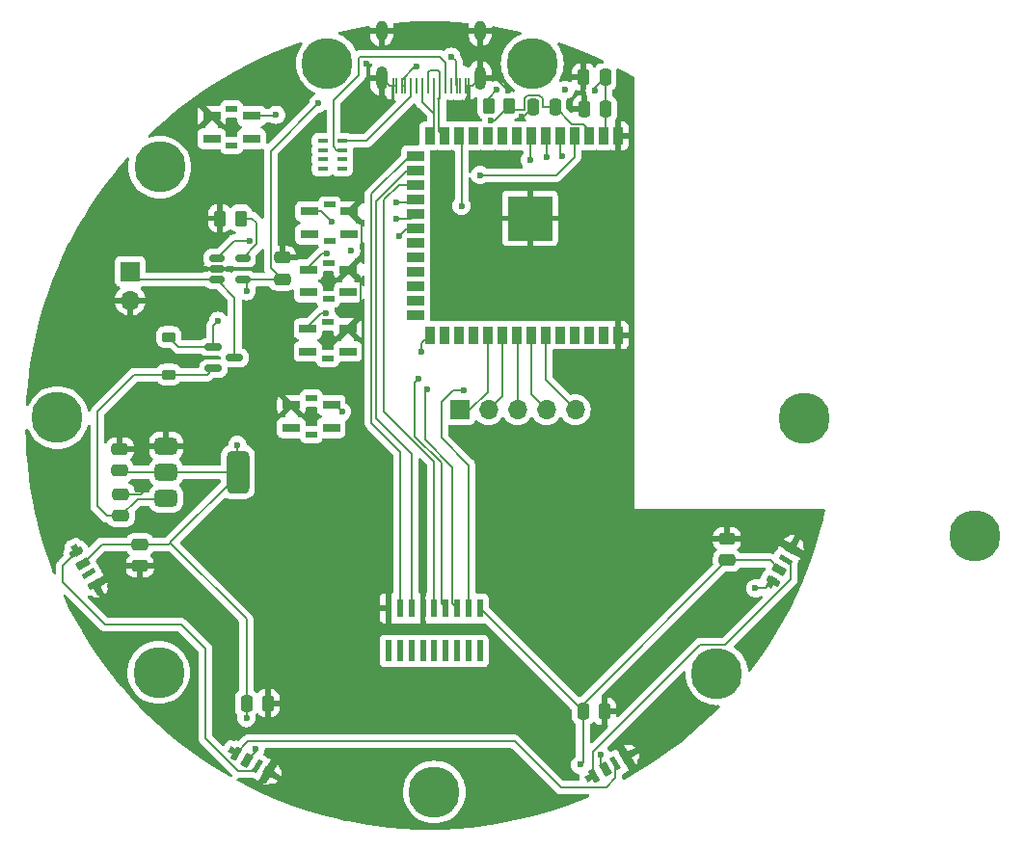
<source format=gbr>
%TF.GenerationSoftware,KiCad,Pcbnew,8.0.0*%
%TF.CreationDate,2024-05-31T15:26:32-05:00*%
%TF.ProjectId,GaussMouse,47617573-734d-46f7-9573-652e6b696361,rev?*%
%TF.SameCoordinates,Original*%
%TF.FileFunction,Copper,L1,Top*%
%TF.FilePolarity,Positive*%
%FSLAX46Y46*%
G04 Gerber Fmt 4.6, Leading zero omitted, Abs format (unit mm)*
G04 Created by KiCad (PCBNEW 8.0.0) date 2024-05-31 15:26:32*
%MOMM*%
%LPD*%
G01*
G04 APERTURE LIST*
G04 Aperture macros list*
%AMRoundRect*
0 Rectangle with rounded corners*
0 $1 Rounding radius*
0 $2 $3 $4 $5 $6 $7 $8 $9 X,Y pos of 4 corners*
0 Add a 4 corners polygon primitive as box body*
4,1,4,$2,$3,$4,$5,$6,$7,$8,$9,$2,$3,0*
0 Add four circle primitives for the rounded corners*
1,1,$1+$1,$2,$3*
1,1,$1+$1,$4,$5*
1,1,$1+$1,$6,$7*
1,1,$1+$1,$8,$9*
0 Add four rect primitives between the rounded corners*
20,1,$1+$1,$2,$3,$4,$5,0*
20,1,$1+$1,$4,$5,$6,$7,0*
20,1,$1+$1,$6,$7,$8,$9,0*
20,1,$1+$1,$8,$9,$2,$3,0*%
%AMRotRect*
0 Rectangle, with rotation*
0 The origin of the aperture is its center*
0 $1 length*
0 $2 width*
0 $3 Rotation angle, in degrees counterclockwise*
0 Add horizontal line*
21,1,$1,$2,0,0,$3*%
G04 Aperture macros list end*
%TA.AperFunction,ComponentPad*%
%ADD10R,1.700000X1.700000*%
%TD*%
%TA.AperFunction,ComponentPad*%
%ADD11O,1.700000X1.700000*%
%TD*%
%TA.AperFunction,SMDPad,CuDef*%
%ADD12R,1.000000X0.500000*%
%TD*%
%TA.AperFunction,SMDPad,CuDef*%
%ADD13R,1.500000X0.800000*%
%TD*%
%TA.AperFunction,SMDPad,CuDef*%
%ADD14RotRect,1.000000X0.550000X30.000000*%
%TD*%
%TA.AperFunction,SMDPad,CuDef*%
%ADD15RotRect,0.550000X1.200000X30.000000*%
%TD*%
%TA.AperFunction,SMDPad,CuDef*%
%ADD16RotRect,0.700000X1.200000X30.000000*%
%TD*%
%TA.AperFunction,SMDPad,CuDef*%
%ADD17RotRect,0.450000X1.200000X30.000000*%
%TD*%
%TA.AperFunction,ComponentPad*%
%ADD18C,4.500000*%
%TD*%
%TA.AperFunction,SMDPad,CuDef*%
%ADD19RoundRect,0.250000X-0.250000X-0.475000X0.250000X-0.475000X0.250000X0.475000X-0.250000X0.475000X0*%
%TD*%
%TA.AperFunction,SMDPad,CuDef*%
%ADD20RotRect,1.000000X0.550000X300.000000*%
%TD*%
%TA.AperFunction,SMDPad,CuDef*%
%ADD21RotRect,0.550000X1.200000X300.000000*%
%TD*%
%TA.AperFunction,SMDPad,CuDef*%
%ADD22RotRect,0.700000X1.200000X300.000000*%
%TD*%
%TA.AperFunction,SMDPad,CuDef*%
%ADD23RotRect,0.450000X1.200000X300.000000*%
%TD*%
%TA.AperFunction,SMDPad,CuDef*%
%ADD24RoundRect,0.375000X-0.625000X-0.375000X0.625000X-0.375000X0.625000X0.375000X-0.625000X0.375000X0*%
%TD*%
%TA.AperFunction,SMDPad,CuDef*%
%ADD25RoundRect,0.500000X-0.500000X-1.400000X0.500000X-1.400000X0.500000X1.400000X-0.500000X1.400000X0*%
%TD*%
%TA.AperFunction,SMDPad,CuDef*%
%ADD26RotRect,1.000000X0.550000X330.000000*%
%TD*%
%TA.AperFunction,SMDPad,CuDef*%
%ADD27RotRect,0.550000X1.200000X330.000000*%
%TD*%
%TA.AperFunction,SMDPad,CuDef*%
%ADD28RotRect,0.700000X1.200000X330.000000*%
%TD*%
%TA.AperFunction,SMDPad,CuDef*%
%ADD29RotRect,0.450000X1.200000X330.000000*%
%TD*%
%TA.AperFunction,SMDPad,CuDef*%
%ADD30RoundRect,0.250000X-0.262500X-0.450000X0.262500X-0.450000X0.262500X0.450000X-0.262500X0.450000X0*%
%TD*%
%TA.AperFunction,SMDPad,CuDef*%
%ADD31RoundRect,0.250000X0.250000X0.475000X-0.250000X0.475000X-0.250000X-0.475000X0.250000X-0.475000X0*%
%TD*%
%TA.AperFunction,SMDPad,CuDef*%
%ADD32RoundRect,0.150000X-0.587500X-0.150000X0.587500X-0.150000X0.587500X0.150000X-0.587500X0.150000X0*%
%TD*%
%TA.AperFunction,SMDPad,CuDef*%
%ADD33R,0.250000X1.400000*%
%TD*%
%TA.AperFunction,ComponentPad*%
%ADD34O,1.000000X2.100000*%
%TD*%
%TA.AperFunction,ComponentPad*%
%ADD35O,1.000000X1.800000*%
%TD*%
%TA.AperFunction,SMDPad,CuDef*%
%ADD36RoundRect,0.225000X0.375000X-0.225000X0.375000X0.225000X-0.375000X0.225000X-0.375000X-0.225000X0*%
%TD*%
%TA.AperFunction,SMDPad,CuDef*%
%ADD37RoundRect,0.250000X0.475000X-0.250000X0.475000X0.250000X-0.475000X0.250000X-0.475000X-0.250000X0*%
%TD*%
%TA.AperFunction,SMDPad,CuDef*%
%ADD38R,0.900000X0.400000*%
%TD*%
%TA.AperFunction,SMDPad,CuDef*%
%ADD39RoundRect,0.150000X-0.512500X-0.150000X0.512500X-0.150000X0.512500X0.150000X-0.512500X0.150000X0*%
%TD*%
%TA.AperFunction,SMDPad,CuDef*%
%ADD40RoundRect,0.250000X0.262500X0.450000X-0.262500X0.450000X-0.262500X-0.450000X0.262500X-0.450000X0*%
%TD*%
%TA.AperFunction,SMDPad,CuDef*%
%ADD41R,0.600000X1.650000*%
%TD*%
%TA.AperFunction,SMDPad,CuDef*%
%ADD42R,0.600000X1.850000*%
%TD*%
%TA.AperFunction,SMDPad,CuDef*%
%ADD43RotRect,1.000000X0.550000X60.000000*%
%TD*%
%TA.AperFunction,SMDPad,CuDef*%
%ADD44RotRect,0.550000X1.200000X60.000000*%
%TD*%
%TA.AperFunction,SMDPad,CuDef*%
%ADD45RotRect,0.700000X1.200000X60.000000*%
%TD*%
%TA.AperFunction,SMDPad,CuDef*%
%ADD46RotRect,0.450000X1.200000X60.000000*%
%TD*%
%TA.AperFunction,SMDPad,CuDef*%
%ADD47R,0.900000X1.500000*%
%TD*%
%TA.AperFunction,SMDPad,CuDef*%
%ADD48R,1.500000X0.900000*%
%TD*%
%TA.AperFunction,HeatsinkPad*%
%ADD49C,0.600000*%
%TD*%
%TA.AperFunction,SMDPad,CuDef*%
%ADD50R,3.900000X3.900000*%
%TD*%
%TA.AperFunction,SMDPad,CuDef*%
%ADD51RoundRect,0.250000X-0.475000X0.250000X-0.475000X-0.250000X0.475000X-0.250000X0.475000X0.250000X0*%
%TD*%
%TA.AperFunction,ViaPad*%
%ADD52C,0.600000*%
%TD*%
%TA.AperFunction,Conductor*%
%ADD53C,0.200000*%
%TD*%
G04 APERTURE END LIST*
D10*
%TO.P,J3,1,Pin_1*%
%TO.N,Net-(J3-Pin_1)*%
X83625000Y-90615000D03*
D11*
%TO.P,J3,2,Pin_2*%
%TO.N,Net-(J3-Pin_2)*%
X86165000Y-90615000D03*
%TO.P,J3,3,Pin_3*%
%TO.N,Net-(J3-Pin_3)*%
X88705000Y-90615000D03*
%TO.P,J3,4,Pin_4*%
%TO.N,Net-(J3-Pin_4)*%
X91245000Y-90615000D03*
%TO.P,J3,5,Pin_5*%
%TO.N,Net-(J3-Pin_5)*%
X93785000Y-90615000D03*
%TD*%
D10*
%TO.P,BT1,1,+*%
%TO.N,Net-(BT1-+)*%
X54700000Y-78460000D03*
D11*
%TO.P,BT1,2,-*%
%TO.N,VSS*%
X54700000Y-81000000D03*
%TD*%
D12*
%TO.P,SW5,*%
%TO.N,*%
X72200000Y-72600000D03*
X72200000Y-75800000D03*
D13*
%TO.P,SW5,1,1*%
%TO.N,Left*%
X70450000Y-73200000D03*
%TO.P,SW5,2,2*%
%TO.N,VSS*%
X73950000Y-73200000D03*
%TO.P,SW5,3*%
%TO.N,N/C*%
X70450000Y-75200000D03*
%TO.P,SW5,4*%
X73950000Y-75200000D03*
%TD*%
D12*
%TO.P,SW4,*%
%TO.N,*%
X72100000Y-77700000D03*
X72100000Y-80900000D03*
D13*
%TO.P,SW4,1,1*%
%TO.N,Right*%
X70350000Y-78300000D03*
%TO.P,SW4,2,2*%
%TO.N,VSS*%
X73850000Y-78300000D03*
%TO.P,SW4,3*%
%TO.N,N/C*%
X70350000Y-80300000D03*
%TO.P,SW4,4*%
X73850000Y-80300000D03*
%TD*%
D12*
%TO.P,SW3,*%
%TO.N,*%
X72050000Y-82900000D03*
X72050000Y-86100000D03*
D13*
%TO.P,SW3,1,1*%
%TO.N,Center*%
X70300000Y-83500000D03*
%TO.P,SW3,2,2*%
%TO.N,VSS*%
X73800000Y-83500000D03*
%TO.P,SW3,3*%
%TO.N,N/C*%
X70300000Y-85500000D03*
%TO.P,SW3,4*%
X73800000Y-85500000D03*
%TD*%
D12*
%TO.P,SW2,*%
%TO.N,*%
X70600000Y-89600000D03*
X70600000Y-92800000D03*
D13*
%TO.P,SW2,1,A*%
%TO.N,VSS*%
X68850000Y-90200000D03*
%TO.P,SW2,2,B*%
%TO.N,Net-(SW2-B)*%
X72350000Y-90200000D03*
%TO.P,SW2,3*%
%TO.N,N/C*%
X68850000Y-92200000D03*
%TO.P,SW2,4*%
X72350000Y-92200000D03*
%TD*%
D12*
%TO.P,SW1,*%
%TO.N,*%
X63600000Y-64200000D03*
X63600000Y-67400000D03*
D13*
%TO.P,SW1,1,A*%
%TO.N,VSS*%
X61850000Y-64800000D03*
%TO.P,SW1,2,B*%
%TO.N,Net-(SW1-B)*%
X65350000Y-64800000D03*
%TO.P,SW1,3*%
%TO.N,N/C*%
X61850000Y-66800000D03*
%TO.P,SW1,4*%
X65350000Y-66800000D03*
%TD*%
D14*
%TO.P,D2,1,DIN*%
%TO.N,Net-(D1-DOUT)*%
X95205690Y-122822548D03*
D15*
X95438046Y-122775000D03*
D16*
%TO.P,D2,2,VDD*%
%TO.N,VCC*%
X96412324Y-122212500D03*
D17*
%TO.P,D2,3,DOUT*%
%TO.N,Net-(D2-DOUT)*%
X97300000Y-121700000D03*
D15*
%TO.P,D2,4,VSS*%
%TO.N,VSS*%
X98166026Y-121200000D03*
D14*
X98328381Y-121031208D03*
%TD*%
D18*
%TO.P,H6,1*%
%TO.N,N/C*%
X57300000Y-69300000D03*
%TD*%
%TO.P,H9,1*%
%TO.N,N/C*%
X128825000Y-101715000D03*
%TD*%
D19*
%TO.P,C6,1*%
%TO.N,VSS*%
X94500000Y-61400000D03*
%TO.P,C6,2*%
%TO.N,VCC*%
X96400000Y-61400000D03*
%TD*%
D18*
%TO.P,H8,1*%
%TO.N,N/C*%
X72000000Y-60200000D03*
%TD*%
D19*
%TO.P,C5,1*%
%TO.N,VSS*%
X94550000Y-64200000D03*
%TO.P,C5,2*%
%TO.N,VCC*%
X96450000Y-64200000D03*
%TD*%
D20*
%TO.P,D4,1,DIN*%
%TO.N,Net-(D3-DOUT)*%
X49923612Y-102935256D03*
D21*
X49971161Y-103167612D03*
D22*
%TO.P,D4,2,VDD*%
%TO.N,VCC*%
X50533660Y-104141892D03*
D23*
%TO.P,D4,3,DOUT*%
%TO.N,unconnected-(D4-DOUT-Pad3)*%
X51046160Y-105029567D03*
D21*
%TO.P,D4,4,VSS*%
%TO.N,VSS*%
X51546160Y-105895593D03*
D20*
X51714952Y-106057949D03*
%TD*%
D18*
%TO.P,H7,1*%
%TO.N,N/C*%
X48300000Y-91300000D03*
%TD*%
%TO.P,H1,1*%
%TO.N,N/C*%
X113900000Y-91400000D03*
%TD*%
D24*
%TO.P,U3,1,GND*%
%TO.N,VSS*%
X57850000Y-93800000D03*
%TO.P,U3,2,VO*%
%TO.N,VCC*%
X57850000Y-96100000D03*
D25*
X64150000Y-96100000D03*
D24*
%TO.P,U3,3,VI*%
%TO.N,Net-(D9-K)*%
X57850000Y-98400000D03*
%TD*%
D26*
%TO.P,D3,1,DIN*%
%TO.N,Net-(D2-DOUT)*%
X63814664Y-120647548D03*
D27*
X63972020Y-120825000D03*
D28*
%TO.P,D3,2,VDD*%
%TO.N,VCC*%
X64946298Y-121387500D03*
D29*
%TO.P,D3,3,DOUT*%
%TO.N,Net-(D3-DOUT)*%
X65833974Y-121900000D03*
D27*
%TO.P,D3,4,VSS*%
%TO.N,VSS*%
X66700000Y-122400000D03*
D26*
X66927355Y-122456208D03*
%TD*%
D30*
%TO.P,R2,1*%
%TO.N,VSS*%
X62575000Y-73800000D03*
%TO.P,R2,2*%
%TO.N,Net-(U1-PROG)*%
X64400000Y-73800000D03*
%TD*%
D31*
%TO.P,C10,1*%
%TO.N,VSS*%
X66800000Y-116400000D03*
%TO.P,C10,2*%
%TO.N,VCC*%
X64900000Y-116400000D03*
%TD*%
D32*
%TO.P,Q1,1,G*%
%TO.N,+5V*%
X62000000Y-85100000D03*
%TO.P,Q1,2,S*%
%TO.N,Net-(D9-K)*%
X62000000Y-87000000D03*
%TO.P,Q1,3,D*%
%TO.N,Net-(BT1-+)*%
X63875000Y-86050000D03*
%TD*%
D33*
%TO.P,J1,A1,GND*%
%TO.N,VSS*%
X84425000Y-62187500D03*
%TO.P,J1,A4,VBUS*%
%TO.N,+5V*%
X83625000Y-62187500D03*
%TO.P,J1,A5,CC1*%
%TO.N,Net-(J1-CC1)*%
X82350000Y-62187500D03*
%TO.P,J1,A6,D+*%
%TO.N,/D+*%
X81350000Y-62187500D03*
%TO.P,J1,A7,D-*%
%TO.N,/D-*%
X80850000Y-62187500D03*
%TO.P,J1,A8,SBU1*%
%TO.N,unconnected-(J1-SBU1-PadA8)*%
X82850000Y-62187500D03*
%TO.P,J1,A9,VBUS*%
%TO.N,+5V*%
X78575000Y-62187500D03*
%TO.P,J1,A12,GND*%
%TO.N,VSS*%
X77775000Y-62187500D03*
%TO.P,J1,B1,GND*%
X78025000Y-62187500D03*
%TO.P,J1,B4,VBUS*%
%TO.N,+5V*%
X78825000Y-62187500D03*
%TO.P,J1,B5,CC2*%
%TO.N,Net-(J1-CC2)*%
X79350000Y-62187500D03*
%TO.P,J1,B6,D+*%
%TO.N,/D+*%
X80350000Y-62187500D03*
%TO.P,J1,B7,D-*%
%TO.N,/D-*%
X81850000Y-62187500D03*
%TO.P,J1,B8,SBU2*%
%TO.N,unconnected-(J1-SBU2-PadB8)*%
X79850000Y-62187500D03*
%TO.P,J1,B9,VBUS*%
%TO.N,+5V*%
X83375000Y-62187500D03*
%TO.P,J1,B12,GND*%
%TO.N,VSS*%
X84175000Y-62187500D03*
D34*
%TO.P,J1,S1,SHIELD*%
X85420000Y-61487500D03*
D35*
X85420000Y-57337500D03*
D34*
X76780000Y-61487500D03*
D35*
X76780000Y-57337500D03*
%TD*%
D36*
%TO.P,D9,1,K*%
%TO.N,Net-(D9-K)*%
X58077500Y-87527500D03*
%TO.P,D9,2,A*%
%TO.N,+5V*%
X58077500Y-84227500D03*
%TD*%
D37*
%TO.P,C11,1*%
%TO.N,VSS*%
X55550000Y-104350000D03*
%TO.P,C11,2*%
%TO.N,VCC*%
X55550000Y-102450000D03*
%TD*%
D18*
%TO.P,H5,1*%
%TO.N,N/C*%
X90000000Y-60200000D03*
%TD*%
D38*
%TO.P,RN1,1,R1.1*%
%TO.N,unconnected-(RN1-R1.1-Pad1)*%
X71600000Y-67000000D03*
%TO.P,RN1,2,R2.1*%
%TO.N,unconnected-(RN1-R2.1-Pad2)*%
X71600000Y-67800000D03*
%TO.P,RN1,3,R3.1*%
%TO.N,unconnected-(RN1-R3.1-Pad3)*%
X71600000Y-68600000D03*
%TO.P,RN1,4,R4.1*%
%TO.N,unconnected-(RN1-R4.1-Pad4)*%
X71600000Y-69400000D03*
%TO.P,RN1,5,R4.2*%
%TO.N,unconnected-(RN1-R4.2-Pad5)*%
X73300000Y-69400000D03*
%TO.P,RN1,6,R3.2*%
%TO.N,unconnected-(RN1-R3.2-Pad6)*%
X73300000Y-68600000D03*
%TO.P,RN1,7,R2.2*%
%TO.N,Net-(J1-CC1)*%
X73300000Y-67800000D03*
%TO.P,RN1,8,R1.2*%
%TO.N,Net-(J1-CC2)*%
X73300000Y-67000000D03*
%TD*%
D39*
%TO.P,U1,1,~{CHRG}*%
%TO.N,Charge_Status*%
X62300000Y-77300000D03*
%TO.P,U1,2,GND*%
%TO.N,VSS*%
X62300000Y-78250000D03*
%TO.P,U1,3,BAT*%
%TO.N,Net-(BT1-+)*%
X62300000Y-79200000D03*
%TO.P,U1,4,V_{CC}*%
%TO.N,+5V*%
X64575000Y-79200000D03*
%TO.P,U1,5,PROG*%
%TO.N,Net-(U1-PROG)*%
X64575000Y-77300000D03*
%TD*%
D40*
%TO.P,R1,1*%
%TO.N,Net-(SW1-B)*%
X88000000Y-63900000D03*
%TO.P,R1,2*%
%TO.N,VCC*%
X86175000Y-63900000D03*
%TD*%
D41*
%TO.P,J2,1,Pin_1*%
%TO.N,VCC*%
X85399969Y-108057298D03*
D42*
%TO.P,J2,1A*%
%TO.N,N/C*%
X85399969Y-111807298D03*
D41*
%TO.P,J2,2,Pin_2*%
%TO.N,SWIO*%
X84399968Y-108057298D03*
D42*
%TO.P,J2,2A*%
%TO.N,N/C*%
X84399968Y-111807298D03*
D41*
%TO.P,J2,3,Pin_3*%
%TO.N,MISO*%
X83399968Y-108057298D03*
D42*
%TO.P,J2,3A*%
%TO.N,N/C*%
X83399968Y-111807298D03*
D41*
%TO.P,J2,4,Pin_4*%
%TO.N,CLK*%
X82399968Y-108057298D03*
D42*
%TO.P,J2,4A*%
%TO.N,N/C*%
X82399968Y-111807298D03*
D41*
%TO.P,J2,5,Pin_5*%
%TO.N,MOSI*%
X81399984Y-108057298D03*
D42*
%TO.P,J2,5A*%
%TO.N,N/C*%
X81399984Y-111807298D03*
D41*
%TO.P,J2,6,Pin_6*%
%TO.N,VSS*%
X80399968Y-108057298D03*
D42*
%TO.P,J2,6A*%
%TO.N,N/C*%
X80399968Y-111807298D03*
D41*
%TO.P,J2,7,Pin_7*%
%TO.N,SCL*%
X79399968Y-108057298D03*
D42*
%TO.P,J2,7A*%
%TO.N,N/C*%
X79399968Y-111807298D03*
D41*
%TO.P,J2,8,Pin_8*%
%TO.N,SDA*%
X78399968Y-108057298D03*
D42*
%TO.P,J2,8A*%
%TO.N,N/C*%
X78399968Y-111807298D03*
D41*
%TO.P,J2,9,Pin_9*%
%TO.N,VSS*%
X77399968Y-108057298D03*
D42*
%TO.P,J2,9A*%
%TO.N,N/C*%
X77399968Y-111807298D03*
%TD*%
D43*
%TO.P,D1,1,DIN*%
%TO.N,WS2812*%
X110976388Y-105789743D03*
D44*
X111153840Y-105632387D03*
D45*
%TO.P,D1,2,VDD*%
%TO.N,VCC*%
X111716340Y-104658109D03*
D46*
%TO.P,D1,3,DOUT*%
%TO.N,Net-(D1-DOUT)*%
X112228840Y-103770433D03*
D44*
%TO.P,D1,4,VSS*%
%TO.N,VSS*%
X112728840Y-102904407D03*
D43*
X112785048Y-102677052D03*
%TD*%
D18*
%TO.P,H4,1*%
%TO.N,N/C*%
X81400000Y-124200000D03*
%TD*%
D47*
%TO.P,U2,1,GND*%
%TO.N,VSS*%
X97520000Y-66550000D03*
%TO.P,U2,2,3V3*%
%TO.N,VCC*%
X96250000Y-66550000D03*
%TO.P,U2,3,EN*%
%TO.N,Net-(SW1-B)*%
X94980000Y-66550000D03*
%TO.P,U2,4,IO4*%
%TO.N,Charge_Status*%
X93710000Y-66550000D03*
%TO.P,U2,5,IO5*%
%TO.N,WS2812*%
X92440000Y-66550000D03*
%TO.P,U2,6,IO6*%
%TO.N,SWIO*%
X91170000Y-66550000D03*
%TO.P,U2,7,IO7*%
%TO.N,MISO*%
X89900000Y-66550000D03*
%TO.P,U2,8,IO15*%
%TO.N,unconnected-(U2-IO15-Pad8)*%
X88630000Y-66550000D03*
%TO.P,U2,9,IO16*%
%TO.N,unconnected-(U2-IO16-Pad9)*%
X87360000Y-66550000D03*
%TO.P,U2,10,IO17*%
%TO.N,unconnected-(U2-IO17-Pad10)*%
X86090000Y-66550000D03*
%TO.P,U2,11,IO18*%
%TO.N,unconnected-(U2-IO18-Pad11)*%
X84820000Y-66550000D03*
%TO.P,U2,12,IO8*%
%TO.N,CLK*%
X83550000Y-66550000D03*
%TO.P,U2,13,IO19*%
%TO.N,/D-*%
X82280000Y-66550000D03*
%TO.P,U2,14,IO20*%
%TO.N,/D+*%
X81010000Y-66550000D03*
D48*
%TO.P,U2,15,IO3*%
%TO.N,SDA*%
X79760000Y-68315000D03*
%TO.P,U2,16,IO46*%
%TO.N,SCL*%
X79760000Y-69585000D03*
%TO.P,U2,17,IO9*%
%TO.N,MOSI*%
X79760000Y-70855000D03*
%TO.P,U2,18,IO10*%
%TO.N,Left*%
X79760000Y-72125000D03*
%TO.P,U2,19,IO11*%
%TO.N,Right*%
X79760000Y-73395000D03*
%TO.P,U2,20,IO12*%
%TO.N,Center*%
X79760000Y-74665000D03*
%TO.P,U2,21,IO13*%
%TO.N,unconnected-(U2-IO13-Pad21)*%
X79760000Y-75935000D03*
%TO.P,U2,22,IO14*%
%TO.N,unconnected-(U2-IO14-Pad22)*%
X79760000Y-77205000D03*
%TO.P,U2,23,IO21*%
%TO.N,unconnected-(U2-IO21-Pad23)*%
X79760000Y-78475000D03*
%TO.P,U2,24,IO47*%
%TO.N,unconnected-(U2-IO47-Pad24)*%
X79760000Y-79745000D03*
%TO.P,U2,25,IO48*%
%TO.N,unconnected-(U2-IO48-Pad25)*%
X79760000Y-81015000D03*
%TO.P,U2,26,IO45*%
%TO.N,unconnected-(U2-IO45-Pad26)*%
X79760000Y-82285000D03*
D47*
%TO.P,U2,27,IO0*%
%TO.N,Net-(SW2-B)*%
X81010000Y-84050000D03*
%TO.P,U2,28,IO35*%
%TO.N,unconnected-(U2-IO35-Pad28)*%
X82280000Y-84050000D03*
%TO.P,U2,29,IO36*%
%TO.N,unconnected-(U2-IO36-Pad29)*%
X83550000Y-84050000D03*
%TO.P,U2,30,IO37*%
%TO.N,unconnected-(U2-IO37-Pad30)*%
X84820000Y-84050000D03*
%TO.P,U2,31,IO38*%
%TO.N,Net-(J3-Pin_1)*%
X86090000Y-84050000D03*
%TO.P,U2,32,IO39*%
%TO.N,Net-(J3-Pin_2)*%
X87360000Y-84050000D03*
%TO.P,U2,33,IO40*%
%TO.N,Net-(J3-Pin_3)*%
X88630000Y-84050000D03*
%TO.P,U2,34,IO41*%
%TO.N,Net-(J3-Pin_4)*%
X89900000Y-84050000D03*
%TO.P,U2,35,IO42*%
%TO.N,Net-(J3-Pin_5)*%
X91170000Y-84050000D03*
%TO.P,U2,36,RXD0*%
%TO.N,RX*%
X92440000Y-84050000D03*
%TO.P,U2,37,TXD0*%
%TO.N,TX*%
X93710000Y-84050000D03*
%TO.P,U2,38,IO2*%
%TO.N,unconnected-(U2-IO2-Pad38)*%
X94980000Y-84050000D03*
%TO.P,U2,39,IO1*%
%TO.N,unconnected-(U2-IO1-Pad39)*%
X96250000Y-84050000D03*
%TO.P,U2,40,GND*%
%TO.N,VSS*%
X97520000Y-84050000D03*
D49*
%TO.P,U2,41,GND*%
X90500000Y-72400000D03*
X89100000Y-72400000D03*
X91200000Y-73100000D03*
X89800000Y-73100000D03*
X88400000Y-73100000D03*
X90500000Y-73800000D03*
D50*
X89800000Y-73800000D03*
D49*
X89100000Y-73800000D03*
X91200000Y-74500000D03*
X89800000Y-74500000D03*
X88400000Y-74500000D03*
X90500000Y-75200000D03*
X89100000Y-75200000D03*
%TD*%
D37*
%TO.P,C2,1*%
%TO.N,Net-(D9-K)*%
X53850000Y-99950000D03*
%TO.P,C2,2*%
%TO.N,VSS*%
X53850000Y-98050000D03*
%TD*%
D51*
%TO.P,C8,1*%
%TO.N,VSS*%
X107100000Y-101950000D03*
%TO.P,C8,2*%
%TO.N,VCC*%
X107100000Y-103850000D03*
%TD*%
D19*
%TO.P,C7,1*%
%TO.N,VSS*%
X90100000Y-64000000D03*
%TO.P,C7,2*%
%TO.N,Net-(SW1-B)*%
X92000000Y-64000000D03*
%TD*%
D18*
%TO.P,H3,1*%
%TO.N,N/C*%
X106200000Y-113800000D03*
%TD*%
D31*
%TO.P,C9,1*%
%TO.N,VSS*%
X96350000Y-117100000D03*
%TO.P,C9,2*%
%TO.N,VCC*%
X94450000Y-117100000D03*
%TD*%
D37*
%TO.P,C1,1*%
%TO.N,VCC*%
X53800000Y-95950000D03*
%TO.P,C1,2*%
%TO.N,VSS*%
X53800000Y-94050000D03*
%TD*%
D18*
%TO.P,H2,1*%
%TO.N,N/C*%
X57200000Y-113700000D03*
%TD*%
D51*
%TO.P,C16,1*%
%TO.N,VSS*%
X68050000Y-77250000D03*
%TO.P,C16,2*%
%TO.N,+5V*%
X68050000Y-79150000D03*
%TD*%
D52*
%TO.N,VSS*%
X87900000Y-62600000D03*
X75400000Y-60200000D03*
X74900000Y-58800000D03*
X84600000Y-59300000D03*
X75800000Y-63500000D03*
X93600000Y-59400000D03*
X96000000Y-118800000D03*
X110700000Y-110500000D03*
X107500000Y-107700000D03*
X100800000Y-113500000D03*
X103300000Y-115900000D03*
X71200000Y-122900000D03*
X85400000Y-116800000D03*
X85200000Y-68500000D03*
X88400000Y-68200000D03*
X67900000Y-61500000D03*
X79100000Y-58000000D03*
X82100000Y-58200000D03*
X86400000Y-59300000D03*
X93000000Y-61400000D03*
%TO.N,VCC*%
X92900000Y-62500000D03*
%TO.N,VSS*%
X89100000Y-64900000D03*
%TO.N,Right*%
X74100000Y-76600000D03*
%TO.N,VSS*%
X72500000Y-84700000D03*
X72000000Y-79000000D03*
%TO.N,Left*%
X78100000Y-72400000D03*
X72400000Y-74100000D03*
%TO.N,Right*%
X78100000Y-73800000D03*
X72000000Y-76900000D03*
%TO.N,Center*%
X78300000Y-75400000D03*
X71900000Y-82100000D03*
%TO.N,Net-(SW2-B)*%
X80300000Y-85500000D03*
X73300000Y-90800000D03*
%TO.N,Net-(SW1-B)*%
X67500000Y-64700000D03*
X86400000Y-65200000D03*
%TO.N,VSS*%
X64600000Y-69500000D03*
X68600000Y-82800000D03*
X60200000Y-86100000D03*
X60700000Y-82200000D03*
X61500000Y-90800000D03*
X55800000Y-89700000D03*
X56000000Y-94400000D03*
X56100000Y-97600000D03*
X55400000Y-100300000D03*
X53500000Y-107400000D03*
X53200000Y-111600000D03*
X62100000Y-110500000D03*
X71700000Y-111800000D03*
X88700000Y-117600000D03*
X97800000Y-107500000D03*
X105800000Y-109000000D03*
X109200000Y-105300000D03*
X94600000Y-69900000D03*
X97800000Y-94200000D03*
X98400000Y-86300000D03*
X98200000Y-80900000D03*
X98200000Y-74900000D03*
X98400000Y-69200000D03*
X98600000Y-63900000D03*
%TO.N,+5V*%
X64900000Y-80200000D03*
X62400000Y-82800000D03*
%TO.N,CLK*%
X83800000Y-72700000D03*
X80000000Y-87900000D03*
%TO.N,MISO*%
X89800000Y-68700000D03*
X80800000Y-88800000D03*
%TO.N,VCC*%
X94200000Y-121800000D03*
X96000000Y-120900000D03*
X65700000Y-120400000D03*
X64900000Y-117700000D03*
%TO.N,WS2812*%
X109600000Y-106300000D03*
X92600000Y-68300000D03*
%TO.N,SWIO*%
X91300000Y-68400000D03*
X84000000Y-88900000D03*
%TO.N,+5V*%
X71200000Y-63700000D03*
%TO.N,Charge_Status*%
X85400000Y-70000000D03*
X65200000Y-75800000D03*
%TO.N,VCC*%
X64100000Y-93700000D03*
X95500000Y-62600000D03*
X86890380Y-62509620D03*
%TO.N,+5V*%
X82900000Y-59600000D03*
X79800000Y-60500000D03*
%TD*%
D53*
%TO.N,VSS*%
X86787500Y-61487500D02*
X85420000Y-61487500D01*
X87900000Y-62600000D02*
X86787500Y-61487500D01*
%TO.N,VCC*%
X86175000Y-63225000D02*
X86890380Y-62509620D01*
X86175000Y-63900000D02*
X86175000Y-63225000D01*
%TO.N,Net-(SW1-B)*%
X89234314Y-64300000D02*
X88400000Y-64300000D01*
X89300000Y-63290256D02*
X89300000Y-64234314D01*
X90900000Y-63290256D02*
X90584744Y-62975000D01*
X90584744Y-62975000D02*
X89615256Y-62975000D01*
X89300000Y-64234314D02*
X89234314Y-64300000D01*
X88400000Y-64300000D02*
X88000000Y-63900000D01*
X90900000Y-64000000D02*
X90900000Y-63290256D01*
X89615256Y-62975000D02*
X89300000Y-63290256D01*
X92000000Y-64000000D02*
X90900000Y-64000000D01*
%TO.N,Net-(J1-CC1)*%
X72850000Y-67800000D02*
X73300000Y-67800000D01*
X72550000Y-67500000D02*
X72850000Y-67800000D01*
X72550000Y-63450000D02*
X72550000Y-67500000D01*
X81900000Y-59600000D02*
X74900000Y-59600000D01*
X82400000Y-60100000D02*
X81900000Y-59600000D01*
X74800000Y-61200000D02*
X72550000Y-63450000D01*
X82400000Y-61146815D02*
X82400000Y-60100000D01*
X82350000Y-61196815D02*
X82400000Y-61146815D01*
X74900000Y-59600000D02*
X74800000Y-59700000D01*
X74800000Y-59700000D02*
X74800000Y-61200000D01*
X82350000Y-62187500D02*
X82350000Y-61196815D01*
%TO.N,VSS*%
X74200000Y-78300000D02*
X73850000Y-78300000D01*
X74900000Y-79000000D02*
X74200000Y-78300000D01*
X74900000Y-82400000D02*
X74900000Y-79000000D01*
X73800000Y-83500000D02*
X74900000Y-82400000D01*
X75000000Y-74250000D02*
X73950000Y-73200000D01*
X75000000Y-77150000D02*
X75000000Y-74250000D01*
X73850000Y-78300000D02*
X75000000Y-77150000D01*
X55650000Y-98050000D02*
X56100000Y-97600000D01*
%TO.N,Net-(D9-K)*%
X55350000Y-98450000D02*
X53850000Y-99950000D01*
X57800000Y-98450000D02*
X55350000Y-98450000D01*
X57850000Y-98400000D02*
X57800000Y-98450000D01*
%TO.N,VSS*%
X53850000Y-98050000D02*
X55650000Y-98050000D01*
%TO.N,Net-(J3-Pin_5)*%
X91170000Y-88000000D02*
X91170000Y-84050000D01*
X93785000Y-90615000D02*
X91170000Y-88000000D01*
%TO.N,Net-(J3-Pin_4)*%
X89900000Y-89270000D02*
X89900000Y-84050000D01*
X91245000Y-90615000D02*
X89900000Y-89270000D01*
%TO.N,Net-(J3-Pin_3)*%
X88705000Y-90615000D02*
X88705000Y-84125000D01*
X88705000Y-84125000D02*
X88630000Y-84050000D01*
%TO.N,Net-(J3-Pin_2)*%
X86165000Y-90615000D02*
X87360000Y-89420000D01*
X87360000Y-89420000D02*
X87360000Y-84050000D01*
%TO.N,Net-(J3-Pin_1)*%
X84538654Y-90615000D02*
X86090000Y-89063654D01*
X83625000Y-90615000D02*
X84538654Y-90615000D01*
X86090000Y-89063654D02*
X86090000Y-84050000D01*
%TO.N,SWIO*%
X82000000Y-93100000D02*
X84399968Y-95499968D01*
X84399968Y-95499968D02*
X84399968Y-108057298D01*
X82000000Y-89940000D02*
X82000000Y-93100000D01*
X83040000Y-88900000D02*
X82000000Y-89940000D01*
X84000000Y-88900000D02*
X83040000Y-88900000D01*
%TO.N,MISO*%
X80600000Y-89000000D02*
X80800000Y-88800000D01*
X82999968Y-95668596D02*
X80600000Y-93268628D01*
X82999968Y-107657298D02*
X82999968Y-95668596D01*
X80600000Y-93268628D02*
X80600000Y-89000000D01*
X83399968Y-108057298D02*
X82999968Y-107657298D01*
%TO.N,CLK*%
X79700000Y-92934314D02*
X79700000Y-88200000D01*
X81999984Y-95234298D02*
X79700000Y-92934314D01*
X79700000Y-88200000D02*
X80000000Y-87900000D01*
X82399968Y-108057298D02*
X81999984Y-107657314D01*
X81999984Y-107657314D02*
X81999984Y-95234298D01*
%TO.N,Net-(BT1-+)*%
X55440000Y-79200000D02*
X62300000Y-79200000D01*
X54700000Y-78460000D02*
X55440000Y-79200000D01*
%TO.N,VSS*%
X94500000Y-61400000D02*
X93000000Y-61400000D01*
X94550000Y-61450000D02*
X94500000Y-61400000D01*
X94550000Y-64200000D02*
X94550000Y-61450000D01*
X89200000Y-64900000D02*
X90100000Y-64000000D01*
X89100000Y-64900000D02*
X89200000Y-64900000D01*
%TO.N,Left*%
X79485000Y-72400000D02*
X79760000Y-72125000D01*
X78100000Y-72400000D02*
X79485000Y-72400000D01*
X71500000Y-73200000D02*
X72400000Y-74100000D01*
X70450000Y-73200000D02*
X71500000Y-73200000D01*
%TO.N,Right*%
X79355000Y-73800000D02*
X79760000Y-73395000D01*
X71550000Y-76900000D02*
X72000000Y-76900000D01*
X78100000Y-73800000D02*
X79355000Y-73800000D01*
X70350000Y-78100000D02*
X71550000Y-76900000D01*
X70350000Y-78300000D02*
X70350000Y-78100000D01*
%TO.N,Center*%
X79035000Y-74665000D02*
X79760000Y-74665000D01*
X78300000Y-75400000D02*
X79035000Y-74665000D01*
X70300000Y-83300000D02*
X71500000Y-82100000D01*
X71500000Y-82100000D02*
X71900000Y-82100000D01*
X70300000Y-83500000D02*
X70300000Y-83300000D01*
%TO.N,SDA*%
X79230000Y-68315000D02*
X79760000Y-68315000D01*
X75900000Y-91800000D02*
X75900000Y-71645000D01*
X78399968Y-94299968D02*
X75900000Y-91800000D01*
X78399968Y-108057298D02*
X78399968Y-94299968D01*
X75900000Y-71645000D02*
X79230000Y-68315000D01*
%TO.N,SCL*%
X79015000Y-69585000D02*
X79760000Y-69585000D01*
X76300000Y-72300000D02*
X79015000Y-69585000D01*
X79399968Y-94499968D02*
X76300000Y-91400000D01*
X76300000Y-91400000D02*
X76300000Y-72300000D01*
X79399968Y-108057298D02*
X79399968Y-94499968D01*
%TO.N,Net-(SW2-B)*%
X80300000Y-85500000D02*
X80300000Y-84760000D01*
X80300000Y-84760000D02*
X81010000Y-84050000D01*
X72700000Y-90200000D02*
X73300000Y-90800000D01*
X72350000Y-90200000D02*
X72700000Y-90200000D01*
%TO.N,Net-(SW1-B)*%
X86700000Y-65200000D02*
X88000000Y-63900000D01*
X86400000Y-65200000D02*
X86700000Y-65200000D01*
X67400000Y-64800000D02*
X67500000Y-64700000D01*
X65350000Y-64800000D02*
X67400000Y-64800000D01*
%TO.N,Net-(D9-K)*%
X55072500Y-87527500D02*
X58077500Y-87527500D01*
X52650000Y-99950000D02*
X51800000Y-99100000D01*
X51800000Y-99100000D02*
X51800000Y-90800000D01*
X51800000Y-90800000D02*
X55072500Y-87527500D01*
X53850000Y-99950000D02*
X52650000Y-99950000D01*
%TO.N,+5V*%
X64900000Y-79525000D02*
X64575000Y-79200000D01*
X64900000Y-80200000D02*
X64900000Y-79525000D01*
X62000000Y-83200000D02*
X62400000Y-82800000D01*
X62000000Y-85100000D02*
X62000000Y-83200000D01*
%TO.N,MOSI*%
X77000000Y-72165686D02*
X78310686Y-70855000D01*
X78310686Y-70855000D02*
X79760000Y-70855000D01*
X77000000Y-90800000D02*
X77000000Y-72165686D01*
X81399984Y-108057298D02*
X81399984Y-95199984D01*
X81399984Y-95199984D02*
X77000000Y-90800000D01*
%TO.N,CLK*%
X83800000Y-66800000D02*
X83550000Y-66550000D01*
X83800000Y-72700000D02*
X83800000Y-66800000D01*
%TO.N,MISO*%
X89800000Y-66650000D02*
X89900000Y-66550000D01*
X89800000Y-68700000D02*
X89800000Y-66650000D01*
%TO.N,VCC*%
X85407298Y-108057298D02*
X94450000Y-117100000D01*
X85399969Y-108057298D02*
X85407298Y-108057298D01*
X110908231Y-103850000D02*
X111716340Y-104658109D01*
X107100000Y-103850000D02*
X110908231Y-103850000D01*
X94450000Y-116500000D02*
X107100000Y-103850000D01*
X94450000Y-117100000D02*
X94450000Y-116500000D01*
X94450000Y-117100000D02*
X94450000Y-121550000D01*
X94450000Y-121550000D02*
X94200000Y-121800000D01*
%TO.N,Net-(D1-DOUT)*%
X95350000Y-122686954D02*
X95438046Y-122775000D01*
%TO.N,VCC*%
X96000000Y-120900000D02*
X96000000Y-121800176D01*
X96000000Y-121800176D02*
X96412324Y-122212500D01*
%TO.N,Net-(D1-DOUT)*%
X95350000Y-120630761D02*
X95350000Y-122686954D01*
X104730761Y-111250000D02*
X95350000Y-120630761D01*
X112710955Y-104252548D02*
X112710955Y-105489045D01*
X106950000Y-111250000D02*
X104730761Y-111250000D01*
X112228840Y-103770433D02*
X112710955Y-104252548D01*
X112710955Y-105489045D02*
X106950000Y-111250000D01*
%TO.N,VCC*%
X65700000Y-120633798D02*
X64946298Y-121387500D01*
X65700000Y-120400000D02*
X65700000Y-120633798D01*
%TO.N,Net-(D2-DOUT)*%
X65047020Y-119750000D02*
X63972020Y-120825000D01*
X88450000Y-119750000D02*
X65047020Y-119750000D01*
X97315433Y-121715433D02*
X97315433Y-122974254D01*
X97300000Y-121700000D02*
X97315433Y-121715433D01*
X92500000Y-123800000D02*
X88450000Y-119750000D01*
X97315433Y-122974254D02*
X96489687Y-123800000D01*
X96489687Y-123800000D02*
X92500000Y-123800000D01*
%TO.N,VCC*%
X64900000Y-116400000D02*
X64900000Y-117700000D01*
X64900000Y-109000000D02*
X64900000Y-116400000D01*
X58200000Y-102300000D02*
X64900000Y-109000000D01*
X58200000Y-102300000D02*
X58050000Y-102450000D01*
X64150000Y-96350000D02*
X58200000Y-102300000D01*
X58050000Y-102450000D02*
X55550000Y-102450000D01*
X64150000Y-96100000D02*
X64150000Y-96350000D01*
X52225552Y-102450000D02*
X55550000Y-102450000D01*
X50533660Y-104141892D02*
X52225552Y-102450000D01*
%TO.N,Net-(D3-DOUT)*%
X48800000Y-104338773D02*
X49971161Y-103167612D01*
X48800000Y-105800000D02*
X48800000Y-104338773D01*
X52500000Y-109500000D02*
X48800000Y-105800000D01*
X59190256Y-109500000D02*
X52500000Y-109500000D01*
X61300000Y-119497516D02*
X61300000Y-111609744D01*
X61300000Y-111609744D02*
X59190256Y-109500000D01*
X64184599Y-122382115D02*
X61300000Y-119497516D01*
X65351859Y-122382115D02*
X64184599Y-122382115D01*
X65833974Y-121900000D02*
X65351859Y-122382115D01*
%TO.N,WS2812*%
X110486227Y-106300000D02*
X111153840Y-105632387D01*
X109600000Y-106300000D02*
X110486227Y-106300000D01*
X92440000Y-68140000D02*
X92600000Y-68300000D01*
X92440000Y-66550000D02*
X92440000Y-68140000D01*
%TO.N,SWIO*%
X91300000Y-68400000D02*
X91300000Y-66680000D01*
X91300000Y-66680000D02*
X91170000Y-66550000D01*
%TO.N,+5V*%
X67025000Y-78125000D02*
X67025000Y-67875000D01*
X68050000Y-79150000D02*
X67025000Y-78125000D01*
X67025000Y-67875000D02*
X71200000Y-63700000D01*
X68000000Y-79200000D02*
X68050000Y-79150000D01*
X64575000Y-79200000D02*
X68000000Y-79200000D01*
%TO.N,Net-(U1-PROG)*%
X65800000Y-76075000D02*
X64575000Y-77300000D01*
X65800000Y-74200000D02*
X65800000Y-76075000D01*
X65400000Y-73800000D02*
X65800000Y-74200000D01*
X64400000Y-73800000D02*
X65400000Y-73800000D01*
%TO.N,Charge_Status*%
X85400000Y-70000000D02*
X92100000Y-70000000D01*
X93710000Y-68390000D02*
X93710000Y-66550000D01*
X92100000Y-70000000D02*
X93710000Y-68390000D01*
X63800000Y-75800000D02*
X65200000Y-75800000D01*
X62300000Y-77300000D02*
X63800000Y-75800000D01*
%TO.N,Net-(BT1-+)*%
X63875000Y-80775000D02*
X62300000Y-79200000D01*
X63875000Y-86050000D02*
X63875000Y-80775000D01*
%TO.N,+5V*%
X58950000Y-85100000D02*
X58077500Y-84227500D01*
X62000000Y-85100000D02*
X58950000Y-85100000D01*
%TO.N,Net-(D9-K)*%
X61472500Y-87527500D02*
X58077500Y-87527500D01*
X62000000Y-87000000D02*
X61472500Y-87527500D01*
%TO.N,VCC*%
X53950000Y-96100000D02*
X53800000Y-95950000D01*
X57850000Y-96100000D02*
X53950000Y-96100000D01*
X64150000Y-96100000D02*
X57850000Y-96100000D01*
X64100000Y-96050000D02*
X64150000Y-96100000D01*
X64100000Y-93700000D02*
X64100000Y-96050000D01*
X95500000Y-62300000D02*
X96400000Y-61400000D01*
X95500000Y-62600000D02*
X95500000Y-62300000D01*
%TO.N,Net-(SW1-B)*%
X93500000Y-65500000D02*
X92000000Y-64000000D01*
X94980000Y-66020000D02*
X94460000Y-65500000D01*
X94980000Y-66550000D02*
X94980000Y-66020000D01*
X94460000Y-65500000D02*
X93500000Y-65500000D01*
%TO.N,VCC*%
X96400000Y-66400000D02*
X96400000Y-61400000D01*
X96250000Y-66550000D02*
X96400000Y-66400000D01*
%TO.N,VSS*%
X84720000Y-62187500D02*
X85420000Y-61487500D01*
X84175000Y-62187500D02*
X84720000Y-62187500D01*
%TO.N,+5V*%
X83275000Y-62087500D02*
X83375000Y-62187500D01*
X83275000Y-59975000D02*
X83275000Y-62087500D01*
X82900000Y-59600000D02*
X83275000Y-59975000D01*
X78575000Y-61625000D02*
X79700000Y-60500000D01*
X78575000Y-62187500D02*
X78575000Y-61625000D01*
X79700000Y-60500000D02*
X79800000Y-60500000D01*
X78575000Y-62187500D02*
X78825000Y-62187500D01*
%TO.N,VSS*%
X77480000Y-62187500D02*
X76780000Y-61487500D01*
X77775000Y-62187500D02*
X77480000Y-62187500D01*
X78025000Y-62187500D02*
X77775000Y-62187500D01*
%TO.N,Net-(J1-CC2)*%
X75437500Y-67000000D02*
X73300000Y-67000000D01*
X79350000Y-63087500D02*
X75437500Y-67000000D01*
X79350000Y-62187500D02*
X79350000Y-63087500D01*
%TO.N,/D-*%
X81700000Y-60800000D02*
X81850000Y-60950000D01*
X81000000Y-60800000D02*
X81700000Y-60800000D01*
X80850000Y-60950000D02*
X81000000Y-60800000D01*
X81850000Y-60950000D02*
X81850000Y-62187500D01*
X80850000Y-62187500D02*
X80850000Y-60950000D01*
%TO.N,/D+*%
X80350000Y-63575000D02*
X81375000Y-64600000D01*
X80350000Y-62187500D02*
X80350000Y-63575000D01*
X81375000Y-64600000D02*
X81375000Y-66185000D01*
X81375000Y-63262501D02*
X81375000Y-64600000D01*
X81375000Y-66185000D02*
X81010000Y-66550000D01*
X81350000Y-63237501D02*
X81375000Y-63262501D01*
X81350000Y-62187500D02*
X81350000Y-63237501D01*
%TO.N,/D-*%
X81825000Y-66095000D02*
X82280000Y-66550000D01*
X81825000Y-63262501D02*
X81825000Y-66095000D01*
X81750000Y-63237501D02*
X81725000Y-63262501D01*
X81850000Y-62187500D02*
X81850000Y-63237501D01*
%TD*%
%TA.AperFunction,Conductor*%
%TO.N,VSS*%
G36*
X88216942Y-120370185D02*
G01*
X88237584Y-120386819D01*
X92015139Y-124164374D01*
X92015149Y-124164385D01*
X92019479Y-124168715D01*
X92019480Y-124168716D01*
X92131284Y-124280520D01*
X92218095Y-124330639D01*
X92218097Y-124330641D01*
X92256151Y-124352611D01*
X92268215Y-124359577D01*
X92420943Y-124400501D01*
X92420946Y-124400501D01*
X92586653Y-124400501D01*
X92586669Y-124400500D01*
X94909184Y-124400500D01*
X94976223Y-124420185D01*
X95021978Y-124472989D01*
X95031922Y-124542147D01*
X95002897Y-124605703D01*
X94959492Y-124637836D01*
X94860524Y-124681766D01*
X94856710Y-124683384D01*
X93760708Y-125126671D01*
X93756841Y-125128160D01*
X92646652Y-125534571D01*
X92642737Y-125535930D01*
X91519609Y-125905012D01*
X91515651Y-125906240D01*
X90380797Y-126237591D01*
X90376800Y-126238686D01*
X89231516Y-126531929D01*
X89227485Y-126532890D01*
X88073014Y-126787707D01*
X88068953Y-126788532D01*
X86906639Y-127004623D01*
X86902553Y-127005312D01*
X85733688Y-127182441D01*
X85729581Y-127182994D01*
X84555379Y-127320976D01*
X84551255Y-127321390D01*
X83373177Y-127420051D01*
X83369043Y-127420328D01*
X82188300Y-127479571D01*
X82184158Y-127479710D01*
X81002072Y-127499465D01*
X80997928Y-127499465D01*
X79815841Y-127479710D01*
X79811699Y-127479571D01*
X78630956Y-127420328D01*
X78626822Y-127420051D01*
X77448744Y-127321390D01*
X77444620Y-127320976D01*
X76270418Y-127182994D01*
X76266311Y-127182441D01*
X75097446Y-127005312D01*
X75093360Y-127004623D01*
X73931046Y-126788532D01*
X73926985Y-126787707D01*
X73876070Y-126776469D01*
X73614723Y-126718784D01*
X72772514Y-126532890D01*
X72768483Y-126531929D01*
X71623199Y-126238686D01*
X71619202Y-126237591D01*
X70484348Y-125906240D01*
X70480390Y-125905012D01*
X69357262Y-125535930D01*
X69353347Y-125534571D01*
X68243158Y-125128160D01*
X68239291Y-125126671D01*
X67143289Y-124683384D01*
X67139474Y-124681766D01*
X66058904Y-124202107D01*
X66055145Y-124200362D01*
X66054398Y-124200000D01*
X78644473Y-124200000D01*
X78664563Y-124532136D01*
X78664563Y-124532141D01*
X78664564Y-124532142D01*
X78724544Y-124859441D01*
X78724545Y-124859445D01*
X78724546Y-124859449D01*
X78823530Y-125177104D01*
X78823534Y-125177116D01*
X78823537Y-125177123D01*
X78960102Y-125480557D01*
X79132246Y-125765318D01*
X79132251Y-125765326D01*
X79337460Y-126027255D01*
X79572744Y-126262539D01*
X79834673Y-126467748D01*
X79834678Y-126467751D01*
X79834682Y-126467754D01*
X80119443Y-126639898D01*
X80422877Y-126776463D01*
X80422890Y-126776467D01*
X80422895Y-126776469D01*
X80634665Y-126842458D01*
X80740559Y-126875456D01*
X81067858Y-126935436D01*
X81400000Y-126955527D01*
X81732142Y-126935436D01*
X82059441Y-126875456D01*
X82339615Y-126788151D01*
X82377104Y-126776469D01*
X82377104Y-126776468D01*
X82377123Y-126776463D01*
X82680557Y-126639898D01*
X82965318Y-126467754D01*
X83227252Y-126262542D01*
X83462542Y-126027252D01*
X83667754Y-125765318D01*
X83839898Y-125480557D01*
X83976463Y-125177123D01*
X84075456Y-124859441D01*
X84135436Y-124532142D01*
X84155527Y-124200000D01*
X84135436Y-123867858D01*
X84075456Y-123540559D01*
X83995558Y-123284155D01*
X83976469Y-123222895D01*
X83976467Y-123222890D01*
X83976463Y-123222877D01*
X83839898Y-122919443D01*
X83667754Y-122634682D01*
X83667751Y-122634678D01*
X83667748Y-122634673D01*
X83462539Y-122372744D01*
X83227255Y-122137460D01*
X82965326Y-121932251D01*
X82965318Y-121932246D01*
X82680557Y-121760102D01*
X82377123Y-121623537D01*
X82377116Y-121623534D01*
X82377104Y-121623530D01*
X82059449Y-121524546D01*
X82059445Y-121524545D01*
X82059441Y-121524544D01*
X81732142Y-121464564D01*
X81732141Y-121464563D01*
X81732136Y-121464563D01*
X81400000Y-121444473D01*
X81067863Y-121464563D01*
X81067858Y-121464564D01*
X80740559Y-121524544D01*
X80740556Y-121524544D01*
X80740550Y-121524546D01*
X80422895Y-121623530D01*
X80422879Y-121623536D01*
X80422877Y-121623537D01*
X80249260Y-121701676D01*
X80119447Y-121760100D01*
X80119445Y-121760101D01*
X79834673Y-121932251D01*
X79572744Y-122137460D01*
X79337460Y-122372744D01*
X79132251Y-122634673D01*
X79132246Y-122634682D01*
X78991913Y-122866822D01*
X78960101Y-122919445D01*
X78960100Y-122919447D01*
X78932102Y-122981656D01*
X78831116Y-123206039D01*
X78823536Y-123222880D01*
X78823530Y-123222895D01*
X78724546Y-123540550D01*
X78724544Y-123540556D01*
X78724544Y-123540559D01*
X78698097Y-123684877D01*
X78664563Y-123867863D01*
X78644473Y-124200000D01*
X66054398Y-124200000D01*
X64991235Y-123684877D01*
X64987536Y-123683008D01*
X64615930Y-123487365D01*
X66383370Y-123487365D01*
X66429572Y-123514039D01*
X66484352Y-123538273D01*
X66626134Y-123562114D01*
X66626135Y-123562114D01*
X66768898Y-123545043D01*
X66768903Y-123545042D01*
X66901064Y-123488448D01*
X66950633Y-123447520D01*
X67014861Y-123420015D01*
X67065226Y-123424371D01*
X67069058Y-123425521D01*
X67210844Y-123449363D01*
X67210846Y-123449364D01*
X67353607Y-123432293D01*
X67485777Y-123375696D01*
X67596646Y-123284155D01*
X67596648Y-123284153D01*
X67631956Y-123235798D01*
X67631971Y-123235775D01*
X67635880Y-123229004D01*
X66986361Y-122854005D01*
X66986360Y-122854005D01*
X66656488Y-123425365D01*
X66605921Y-123473580D01*
X66549101Y-123487365D01*
X66383370Y-123487365D01*
X64615930Y-123487365D01*
X64101140Y-123216338D01*
X64050990Y-123167689D01*
X64035103Y-123099650D01*
X64058522Y-123033822D01*
X64113813Y-122991106D01*
X64158907Y-122982616D01*
X64271252Y-122982616D01*
X64271268Y-122982615D01*
X65265190Y-122982615D01*
X65265206Y-122982616D01*
X65272802Y-122982616D01*
X65430913Y-122982616D01*
X65430916Y-122982616D01*
X65434498Y-122981656D01*
X65437638Y-122981730D01*
X65438973Y-122981555D01*
X65439000Y-122981763D01*
X65504345Y-122983315D01*
X65516862Y-122988469D01*
X65517003Y-122988153D01*
X65520039Y-122989496D01*
X65574867Y-123013752D01*
X65574868Y-123013752D01*
X65574870Y-123013753D01*
X65617849Y-123020979D01*
X65680011Y-123031433D01*
X65742856Y-123061960D01*
X65755066Y-123074765D01*
X65822052Y-123155893D01*
X65822055Y-123155896D01*
X65870415Y-123191208D01*
X65870429Y-123191217D01*
X65933493Y-123227627D01*
X65933494Y-123227627D01*
X66358494Y-122491506D01*
X66431705Y-122364701D01*
X67268860Y-122364701D01*
X67918379Y-122739700D01*
X67954795Y-122676627D01*
X67979025Y-122621855D01*
X68002866Y-122480073D01*
X68002867Y-122480071D01*
X67985797Y-122337312D01*
X67985795Y-122337308D01*
X67929200Y-122205143D01*
X67837656Y-122094271D01*
X67786605Y-122056993D01*
X67787526Y-122055730D01*
X67746128Y-122007295D01*
X67736145Y-121971270D01*
X67726085Y-121887145D01*
X67669487Y-121754971D01*
X67640885Y-121720332D01*
X67268860Y-122364700D01*
X67268860Y-122364701D01*
X66431705Y-122364701D01*
X67033492Y-121322371D01*
X67033492Y-121322370D01*
X66970427Y-121285960D01*
X66915647Y-121261726D01*
X66811898Y-121244280D01*
X66749051Y-121213751D01*
X66736842Y-121200947D01*
X66668957Y-121118729D01*
X66620547Y-121083381D01*
X66620532Y-121083372D01*
X66435180Y-120976359D01*
X66386965Y-120925792D01*
X66373741Y-120857185D01*
X66392187Y-120802999D01*
X66425788Y-120749524D01*
X66425789Y-120749522D01*
X66485368Y-120579255D01*
X66485473Y-120578326D01*
X66498736Y-120460616D01*
X66525803Y-120396202D01*
X66583397Y-120356647D01*
X66621956Y-120350500D01*
X88149903Y-120350500D01*
X88216942Y-120370185D01*
G37*
%TD.AperFunction*%
%TA.AperFunction,Conductor*%
G36*
X66938081Y-79820185D02*
G01*
X66976580Y-79859402D01*
X66982288Y-79868656D01*
X67106344Y-79992712D01*
X67255666Y-80084814D01*
X67422203Y-80139999D01*
X67524991Y-80150500D01*
X68575008Y-80150499D01*
X68575016Y-80150498D01*
X68575019Y-80150498D01*
X68631302Y-80144748D01*
X68677797Y-80139999D01*
X68844334Y-80084814D01*
X68910405Y-80044061D01*
X68977795Y-80025621D01*
X69044458Y-80046543D01*
X69089228Y-80100185D01*
X69099500Y-80149600D01*
X69099500Y-80747870D01*
X69099501Y-80747876D01*
X69105908Y-80807483D01*
X69156202Y-80942328D01*
X69156206Y-80942335D01*
X69242452Y-81057544D01*
X69242455Y-81057547D01*
X69357664Y-81143793D01*
X69357671Y-81143797D01*
X69492517Y-81194091D01*
X69492516Y-81194091D01*
X69499444Y-81194835D01*
X69552127Y-81200500D01*
X70998559Y-81200499D01*
X71065598Y-81220184D01*
X71111353Y-81272987D01*
X71114741Y-81281165D01*
X71156203Y-81392330D01*
X71156206Y-81392335D01*
X71183686Y-81429044D01*
X71208103Y-81494508D01*
X71193251Y-81562781D01*
X71146420Y-81610740D01*
X71131290Y-81619475D01*
X71131282Y-81619481D01*
X71019478Y-81731286D01*
X70187582Y-82563181D01*
X70126259Y-82596666D01*
X70099901Y-82599500D01*
X69502129Y-82599500D01*
X69502123Y-82599501D01*
X69442516Y-82605908D01*
X69307671Y-82656202D01*
X69307664Y-82656206D01*
X69192455Y-82742452D01*
X69192452Y-82742455D01*
X69106206Y-82857664D01*
X69106202Y-82857671D01*
X69055908Y-82992517D01*
X69049501Y-83052116D01*
X69049500Y-83052135D01*
X69049500Y-83947870D01*
X69049501Y-83947876D01*
X69055908Y-84007483D01*
X69106202Y-84142328D01*
X69106206Y-84142335D01*
X69192452Y-84257544D01*
X69192455Y-84257547D01*
X69307664Y-84343793D01*
X69307671Y-84343797D01*
X69414972Y-84383818D01*
X69470906Y-84425689D01*
X69495323Y-84491154D01*
X69480471Y-84559427D01*
X69431066Y-84608832D01*
X69414972Y-84616182D01*
X69307671Y-84656202D01*
X69307664Y-84656206D01*
X69192455Y-84742452D01*
X69192452Y-84742455D01*
X69106206Y-84857664D01*
X69106202Y-84857671D01*
X69055908Y-84992517D01*
X69050553Y-85042331D01*
X69049501Y-85052123D01*
X69049500Y-85052135D01*
X69049500Y-85947870D01*
X69049501Y-85947876D01*
X69055908Y-86007483D01*
X69106202Y-86142328D01*
X69106206Y-86142335D01*
X69192452Y-86257544D01*
X69192455Y-86257547D01*
X69307664Y-86343793D01*
X69307671Y-86343797D01*
X69442517Y-86394091D01*
X69442516Y-86394091D01*
X69449444Y-86394835D01*
X69502127Y-86400500D01*
X70948559Y-86400499D01*
X71015598Y-86420184D01*
X71061353Y-86472987D01*
X71064741Y-86481165D01*
X71106203Y-86592330D01*
X71106206Y-86592335D01*
X71192452Y-86707544D01*
X71192455Y-86707547D01*
X71307664Y-86793793D01*
X71307671Y-86793797D01*
X71442517Y-86844091D01*
X71442516Y-86844091D01*
X71449444Y-86844835D01*
X71502127Y-86850500D01*
X72597872Y-86850499D01*
X72657483Y-86844091D01*
X72792331Y-86793796D01*
X72907546Y-86707546D01*
X72993796Y-86592331D01*
X73035258Y-86481166D01*
X73077129Y-86425232D01*
X73142593Y-86400815D01*
X73151440Y-86400499D01*
X74597871Y-86400499D01*
X74597872Y-86400499D01*
X74657483Y-86394091D01*
X74792331Y-86343796D01*
X74907546Y-86257546D01*
X74993796Y-86142331D01*
X75044091Y-86007483D01*
X75050500Y-85947873D01*
X75050499Y-85052128D01*
X75044091Y-84992517D01*
X75035104Y-84968422D01*
X74993797Y-84857671D01*
X74993793Y-84857664D01*
X74907547Y-84742455D01*
X74907544Y-84742452D01*
X74792335Y-84656206D01*
X74792328Y-84656202D01*
X74657482Y-84605908D01*
X74657483Y-84605908D01*
X74597883Y-84599501D01*
X74597881Y-84599500D01*
X74597873Y-84599500D01*
X74597865Y-84599500D01*
X74449389Y-84599500D01*
X74382350Y-84579815D01*
X74336595Y-84527011D01*
X74326651Y-84457853D01*
X74334828Y-84428047D01*
X74346445Y-84399999D01*
X73800001Y-83853553D01*
X73799999Y-83853553D01*
X73253553Y-84400000D01*
X73265171Y-84428047D01*
X73272640Y-84497517D01*
X73241365Y-84559996D01*
X73181276Y-84595648D01*
X73150611Y-84599500D01*
X73002130Y-84599500D01*
X73002123Y-84599501D01*
X72942516Y-84605908D01*
X72807671Y-84656202D01*
X72807664Y-84656206D01*
X72692455Y-84742452D01*
X72692452Y-84742455D01*
X72606206Y-84857664D01*
X72606202Y-84857671D01*
X72555908Y-84992517D01*
X72550553Y-85042331D01*
X72549501Y-85052123D01*
X72549500Y-85052135D01*
X72549500Y-85225500D01*
X72529815Y-85292539D01*
X72477011Y-85338294D01*
X72425500Y-85349500D01*
X71674499Y-85349500D01*
X71607460Y-85329815D01*
X71561705Y-85277011D01*
X71550499Y-85225500D01*
X71550499Y-85052129D01*
X71550498Y-85052123D01*
X71550497Y-85052116D01*
X71544091Y-84992517D01*
X71535104Y-84968422D01*
X71493797Y-84857671D01*
X71493793Y-84857664D01*
X71407547Y-84742455D01*
X71407544Y-84742452D01*
X71292335Y-84656206D01*
X71292328Y-84656202D01*
X71185027Y-84616182D01*
X71129093Y-84574311D01*
X71104676Y-84508847D01*
X71119527Y-84440574D01*
X71168932Y-84391168D01*
X71185027Y-84383818D01*
X71292328Y-84343797D01*
X71292327Y-84343797D01*
X71292331Y-84343796D01*
X71407546Y-84257546D01*
X71493796Y-84142331D01*
X71544091Y-84007483D01*
X71550500Y-83947873D01*
X71550499Y-83774498D01*
X71570183Y-83707460D01*
X71622987Y-83661705D01*
X71674499Y-83650499D01*
X72426000Y-83650499D01*
X72493039Y-83670184D01*
X72538794Y-83722988D01*
X72550000Y-83774499D01*
X72550000Y-83947844D01*
X72556401Y-84007372D01*
X72556403Y-84007379D01*
X72606645Y-84142086D01*
X72606647Y-84142088D01*
X72691289Y-84255157D01*
X73446447Y-83500000D01*
X74153553Y-83500000D01*
X74908709Y-84255157D01*
X74908710Y-84255156D01*
X74993350Y-84142093D01*
X75043597Y-84007376D01*
X75043598Y-84007372D01*
X75049999Y-83947844D01*
X75050000Y-83947827D01*
X75050000Y-83052172D01*
X75049999Y-83052155D01*
X75043598Y-82992627D01*
X75043596Y-82992620D01*
X74993354Y-82857913D01*
X74993353Y-82857911D01*
X74908709Y-82744841D01*
X74153553Y-83499999D01*
X74153553Y-83500000D01*
X73446447Y-83500000D01*
X73800000Y-83146447D01*
X74346446Y-82600000D01*
X73151626Y-82600000D01*
X73084587Y-82580315D01*
X73038832Y-82527511D01*
X73035444Y-82519333D01*
X72993797Y-82407671D01*
X72993793Y-82407664D01*
X72907547Y-82292455D01*
X72907544Y-82292452D01*
X72792335Y-82206206D01*
X72792327Y-82206202D01*
X72785606Y-82203695D01*
X72729673Y-82161822D01*
X72705722Y-82101397D01*
X72685369Y-81920750D01*
X72685367Y-81920742D01*
X72642419Y-81798002D01*
X72638858Y-81728224D01*
X72673587Y-81667596D01*
X72716128Y-81640866D01*
X72842331Y-81593796D01*
X72957546Y-81507546D01*
X73043796Y-81392331D01*
X73085258Y-81281166D01*
X73127129Y-81225232D01*
X73192593Y-81200815D01*
X73201440Y-81200499D01*
X74647871Y-81200499D01*
X74647872Y-81200499D01*
X74707483Y-81194091D01*
X74842331Y-81143796D01*
X74957546Y-81057546D01*
X75043796Y-80942331D01*
X75059318Y-80900715D01*
X75101189Y-80844781D01*
X75166653Y-80820364D01*
X75234926Y-80835215D01*
X75284332Y-80884620D01*
X75299500Y-80944048D01*
X75299500Y-91713330D01*
X75299499Y-91713348D01*
X75299499Y-91879054D01*
X75299498Y-91879054D01*
X75340423Y-92031785D01*
X75369358Y-92081900D01*
X75369359Y-92081904D01*
X75369360Y-92081904D01*
X75419479Y-92168714D01*
X75419481Y-92168717D01*
X75538349Y-92287585D01*
X75538355Y-92287590D01*
X77763149Y-94512384D01*
X77796634Y-94573707D01*
X77799468Y-94600065D01*
X77799468Y-106608298D01*
X77779783Y-106675337D01*
X77726979Y-106721092D01*
X77675468Y-106732298D01*
X77649968Y-106732298D01*
X77649968Y-106984228D01*
X77642150Y-107027561D01*
X77605876Y-107124815D01*
X77601102Y-107169223D01*
X77599469Y-107184421D01*
X77599468Y-107184433D01*
X77599468Y-108930168D01*
X77599469Y-108930174D01*
X77605876Y-108989779D01*
X77605877Y-108989781D01*
X77642150Y-109087035D01*
X77649968Y-109130366D01*
X77649968Y-109382298D01*
X77747796Y-109382298D01*
X77747812Y-109382297D01*
X77807340Y-109375896D01*
X77807343Y-109375895D01*
X77855917Y-109357778D01*
X77925608Y-109352792D01*
X77942578Y-109357775D01*
X77992485Y-109376389D01*
X78052095Y-109382798D01*
X78747840Y-109382797D01*
X78807451Y-109376389D01*
X78856633Y-109358044D01*
X78926323Y-109353059D01*
X78943301Y-109358045D01*
X78992476Y-109376386D01*
X78992479Y-109376387D01*
X78992485Y-109376389D01*
X79052095Y-109382798D01*
X79747840Y-109382797D01*
X79807451Y-109376389D01*
X79857350Y-109357777D01*
X79927037Y-109352792D01*
X79944016Y-109357777D01*
X79992596Y-109375896D01*
X79992595Y-109375896D01*
X80052123Y-109382297D01*
X80052140Y-109382298D01*
X80149968Y-109382298D01*
X80149968Y-109130366D01*
X80157785Y-109087035D01*
X80194059Y-108989781D01*
X80200468Y-108930171D01*
X80200467Y-107184426D01*
X80194059Y-107124815D01*
X80190916Y-107116389D01*
X80157786Y-107027561D01*
X80149968Y-106984228D01*
X80149968Y-106732298D01*
X80124468Y-106732298D01*
X80057429Y-106712613D01*
X80011674Y-106659809D01*
X80000468Y-106608298D01*
X80000468Y-94949065D01*
X80020153Y-94882026D01*
X80072957Y-94836271D01*
X80142115Y-94826327D01*
X80205671Y-94855352D01*
X80212149Y-94861384D01*
X80763165Y-95412400D01*
X80796650Y-95473723D01*
X80799484Y-95500081D01*
X80799484Y-106608298D01*
X80779799Y-106675337D01*
X80726995Y-106721092D01*
X80675484Y-106732298D01*
X80649968Y-106732298D01*
X80649968Y-106984271D01*
X80642150Y-107027604D01*
X80605892Y-107124815D01*
X80601118Y-107169223D01*
X80599485Y-107184421D01*
X80599484Y-107184433D01*
X80599484Y-108930168D01*
X80599485Y-108930174D01*
X80605892Y-108989779D01*
X80605893Y-108989781D01*
X80642150Y-109086993D01*
X80649968Y-109130323D01*
X80649968Y-109382298D01*
X80747796Y-109382298D01*
X80747812Y-109382297D01*
X80807340Y-109375896D01*
X80807343Y-109375895D01*
X80855925Y-109357775D01*
X80925616Y-109352789D01*
X80942586Y-109357772D01*
X80992501Y-109376389D01*
X81052111Y-109382798D01*
X81747856Y-109382797D01*
X81807467Y-109376389D01*
X81856641Y-109358047D01*
X81926331Y-109353062D01*
X81943309Y-109358048D01*
X81992476Y-109376386D01*
X81992479Y-109376387D01*
X81992485Y-109376389D01*
X82052095Y-109382798D01*
X82747840Y-109382797D01*
X82807451Y-109376389D01*
X82856633Y-109358044D01*
X82926323Y-109353059D01*
X82943301Y-109358045D01*
X82992476Y-109376386D01*
X82992479Y-109376387D01*
X82992485Y-109376389D01*
X83052095Y-109382798D01*
X83747840Y-109382797D01*
X83807451Y-109376389D01*
X83856633Y-109358044D01*
X83926323Y-109353059D01*
X83943301Y-109358045D01*
X83992476Y-109376386D01*
X83992479Y-109376387D01*
X83992485Y-109376389D01*
X84052095Y-109382798D01*
X84747840Y-109382797D01*
X84807451Y-109376389D01*
X84830834Y-109367667D01*
X84856634Y-109358045D01*
X84926325Y-109353060D01*
X84943295Y-109358041D01*
X84983673Y-109373102D01*
X84992480Y-109376387D01*
X84992486Y-109376389D01*
X85052096Y-109382798D01*
X85747841Y-109382797D01*
X85807452Y-109376389D01*
X85807453Y-109376388D01*
X85811403Y-109375964D01*
X85880163Y-109388371D01*
X85912338Y-109411573D01*
X93413181Y-116912416D01*
X93446666Y-116973739D01*
X93449500Y-117000097D01*
X93449501Y-117624998D01*
X93449501Y-117625019D01*
X93460000Y-117727796D01*
X93460001Y-117727799D01*
X93510187Y-117879249D01*
X93515186Y-117894334D01*
X93607288Y-118043656D01*
X93731344Y-118167712D01*
X93790596Y-118204258D01*
X93837321Y-118256204D01*
X93849500Y-118309797D01*
X93849500Y-121006292D01*
X93829815Y-121073331D01*
X93791473Y-121111285D01*
X93697741Y-121170181D01*
X93697739Y-121170182D01*
X93570184Y-121297737D01*
X93474211Y-121450476D01*
X93414631Y-121620745D01*
X93414630Y-121620750D01*
X93394435Y-121799996D01*
X93394435Y-121800003D01*
X93414630Y-121979249D01*
X93414631Y-121979254D01*
X93474211Y-122149523D01*
X93554705Y-122277627D01*
X93570184Y-122302262D01*
X93697738Y-122429816D01*
X93850478Y-122525789D01*
X94020745Y-122585368D01*
X94034960Y-122586969D01*
X94099374Y-122614034D01*
X94138931Y-122671628D01*
X94144202Y-122724912D01*
X94129672Y-122846423D01*
X94129673Y-122846425D01*
X94153538Y-122988349D01*
X94153539Y-122988353D01*
X94153540Y-122988354D01*
X94158793Y-123000229D01*
X94169900Y-123025335D01*
X94179019Y-123094607D01*
X94149239Y-123157813D01*
X94090016Y-123194885D01*
X94056500Y-123199500D01*
X92800097Y-123199500D01*
X92733058Y-123179815D01*
X92712416Y-123163181D01*
X88937590Y-119388355D01*
X88937588Y-119388352D01*
X88818717Y-119269481D01*
X88818716Y-119269480D01*
X88731904Y-119219360D01*
X88731904Y-119219359D01*
X88731900Y-119219358D01*
X88681785Y-119190423D01*
X88529057Y-119149499D01*
X88370943Y-119149499D01*
X88363347Y-119149499D01*
X88363331Y-119149500D01*
X65133690Y-119149500D01*
X65133674Y-119149499D01*
X65126078Y-119149499D01*
X64967963Y-119149499D01*
X64891599Y-119169961D01*
X64815234Y-119190423D01*
X64815229Y-119190426D01*
X64678310Y-119269475D01*
X64678302Y-119269481D01*
X64296127Y-119651655D01*
X64234804Y-119685140D01*
X64187883Y-119686257D01*
X64045897Y-119662381D01*
X64045895Y-119662380D01*
X63902992Y-119679468D01*
X63902989Y-119679468D01*
X63837126Y-119707672D01*
X63767750Y-119715966D01*
X63731251Y-119702845D01*
X63730910Y-119703518D01*
X63727950Y-119702014D01*
X63727942Y-119702010D01*
X63673114Y-119677754D01*
X63673111Y-119677753D01*
X63531185Y-119653887D01*
X63531183Y-119653886D01*
X63388277Y-119670974D01*
X63388274Y-119670975D01*
X63255980Y-119727626D01*
X63144995Y-119819263D01*
X63144995Y-119819264D01*
X63109647Y-119867673D01*
X63109637Y-119867688D01*
X62974398Y-120101930D01*
X62923831Y-120150146D01*
X62855224Y-120163369D01*
X62790359Y-120137400D01*
X62779330Y-120127611D01*
X61936819Y-119285100D01*
X61903334Y-119223777D01*
X61900500Y-119197419D01*
X61900500Y-111698804D01*
X61900501Y-111698791D01*
X61900501Y-111530688D01*
X61897789Y-111520566D01*
X61859577Y-111377960D01*
X61830022Y-111326768D01*
X61780524Y-111241034D01*
X61780518Y-111241026D01*
X59677846Y-109138355D01*
X59677844Y-109138352D01*
X59558973Y-109019481D01*
X59558972Y-109019480D01*
X59472160Y-108969360D01*
X59472160Y-108969359D01*
X59472156Y-108969358D01*
X59422041Y-108940423D01*
X59269313Y-108899499D01*
X59111199Y-108899499D01*
X59103603Y-108899499D01*
X59103587Y-108899500D01*
X52800097Y-108899500D01*
X52733058Y-108879815D01*
X52712416Y-108863181D01*
X50988619Y-107139384D01*
X50955134Y-107078061D01*
X50960118Y-107008369D01*
X51001990Y-106952436D01*
X51067454Y-106928019D01*
X51091022Y-106928580D01*
X51176065Y-106938749D01*
X51176066Y-106938749D01*
X51239456Y-106928089D01*
X51308832Y-106936383D01*
X51350272Y-106965339D01*
X51353014Y-106968250D01*
X51463887Y-107059794D01*
X51596052Y-107116389D01*
X51596056Y-107116391D01*
X51738815Y-107133461D01*
X51738817Y-107133460D01*
X51880599Y-107109619D01*
X51935371Y-107085389D01*
X51998444Y-107048973D01*
X51956747Y-106976750D01*
X51953282Y-106976750D01*
X51886243Y-106957065D01*
X51845895Y-106914750D01*
X51404051Y-106149455D01*
X52056457Y-106149455D01*
X52431456Y-106798973D01*
X52494525Y-106762561D01*
X52542900Y-106727238D01*
X52634440Y-106616371D01*
X52691037Y-106484201D01*
X52708108Y-106341440D01*
X52708107Y-106341438D01*
X52684266Y-106199657D01*
X52684264Y-106199651D01*
X52658692Y-106141845D01*
X52660165Y-106141193D01*
X52648464Y-106078774D01*
X52657853Y-106042375D01*
X52691202Y-105964496D01*
X52691203Y-105964491D01*
X52708274Y-105821728D01*
X52700825Y-105777430D01*
X52056457Y-106149454D01*
X52056457Y-106149455D01*
X51404051Y-106149455D01*
X51266653Y-105911474D01*
X51250180Y-105843574D01*
X51273033Y-105777547D01*
X51312040Y-105742087D01*
X51637666Y-105554087D01*
X52373787Y-105129087D01*
X52373787Y-105129086D01*
X52337377Y-105066022D01*
X52337368Y-105066008D01*
X52302056Y-105017648D01*
X52302053Y-105017645D01*
X52220925Y-104950659D01*
X52181763Y-104892796D01*
X52177594Y-104875611D01*
X52162326Y-104784814D01*
X52159913Y-104770464D01*
X52159912Y-104770462D01*
X52159912Y-104770460D01*
X52135657Y-104715632D01*
X52068897Y-104600000D01*
X54325001Y-104600000D01*
X54325001Y-104649986D01*
X54335494Y-104752697D01*
X54390641Y-104919119D01*
X54390643Y-104919124D01*
X54482684Y-105068345D01*
X54606654Y-105192315D01*
X54755875Y-105284356D01*
X54755880Y-105284358D01*
X54922302Y-105339505D01*
X54922309Y-105339506D01*
X55025019Y-105349999D01*
X55299999Y-105349999D01*
X55300000Y-105349998D01*
X55300000Y-104600000D01*
X55800000Y-104600000D01*
X55800000Y-105349999D01*
X56074972Y-105349999D01*
X56074986Y-105349998D01*
X56177697Y-105339505D01*
X56344119Y-105284358D01*
X56344124Y-105284356D01*
X56493345Y-105192315D01*
X56617315Y-105068345D01*
X56709356Y-104919124D01*
X56709358Y-104919119D01*
X56764505Y-104752697D01*
X56764506Y-104752690D01*
X56774999Y-104649986D01*
X56775000Y-104649973D01*
X56775000Y-104600000D01*
X55800000Y-104600000D01*
X55300000Y-104600000D01*
X54325001Y-104600000D01*
X52068897Y-104600000D01*
X52017875Y-104511628D01*
X51862788Y-104243009D01*
X51827430Y-104194584D01*
X51773445Y-104150009D01*
X51766372Y-104144169D01*
X51727211Y-104086307D01*
X51723041Y-104069114D01*
X51709913Y-103991040D01*
X51690272Y-103946643D01*
X51681152Y-103877371D01*
X51710931Y-103814165D01*
X51715972Y-103808814D01*
X52437969Y-103086819D01*
X52499292Y-103053334D01*
X52525650Y-103050500D01*
X54340202Y-103050500D01*
X54407241Y-103070185D01*
X54445739Y-103109401D01*
X54482288Y-103168656D01*
X54606344Y-103292712D01*
X54609628Y-103294737D01*
X54609653Y-103294753D01*
X54611445Y-103296746D01*
X54612011Y-103297193D01*
X54611934Y-103297289D01*
X54656379Y-103346699D01*
X54667603Y-103415661D01*
X54639761Y-103479744D01*
X54609665Y-103505826D01*
X54606660Y-103507679D01*
X54606655Y-103507683D01*
X54482684Y-103631654D01*
X54390643Y-103780875D01*
X54390641Y-103780880D01*
X54335494Y-103947302D01*
X54335493Y-103947309D01*
X54325000Y-104050013D01*
X54325000Y-104100000D01*
X56774999Y-104100000D01*
X56774999Y-104050028D01*
X56774998Y-104050013D01*
X56764505Y-103947302D01*
X56709358Y-103780880D01*
X56709356Y-103780875D01*
X56617315Y-103631654D01*
X56493344Y-103507683D01*
X56493341Y-103507681D01*
X56490339Y-103505829D01*
X56488713Y-103504021D01*
X56487677Y-103503202D01*
X56487817Y-103503024D01*
X56443617Y-103453880D01*
X56432397Y-103384917D01*
X56460243Y-103320836D01*
X56490344Y-103294754D01*
X56493656Y-103292712D01*
X56617712Y-103168656D01*
X56654259Y-103109402D01*
X56706207Y-103062679D01*
X56759798Y-103050500D01*
X57963331Y-103050500D01*
X57963347Y-103050501D01*
X57970943Y-103050501D01*
X58049904Y-103050501D01*
X58116943Y-103070186D01*
X58137585Y-103086820D01*
X64263181Y-109212416D01*
X64296666Y-109273739D01*
X64299500Y-109300097D01*
X64299500Y-115190201D01*
X64279815Y-115257240D01*
X64240598Y-115295739D01*
X64181344Y-115332287D01*
X64057289Y-115456342D01*
X63965187Y-115605663D01*
X63965185Y-115605668D01*
X63965115Y-115605880D01*
X63910001Y-115772203D01*
X63910001Y-115772204D01*
X63910000Y-115772204D01*
X63899500Y-115874983D01*
X63899500Y-116925001D01*
X63899501Y-116925019D01*
X63910000Y-117027796D01*
X63910001Y-117027799D01*
X63955527Y-117165184D01*
X63965186Y-117194334D01*
X64057096Y-117343345D01*
X64057289Y-117343657D01*
X64090577Y-117376945D01*
X64124062Y-117438268D01*
X64119938Y-117505578D01*
X64114632Y-117520742D01*
X64114631Y-117520746D01*
X64094435Y-117699996D01*
X64094435Y-117700003D01*
X64114630Y-117879249D01*
X64114631Y-117879254D01*
X64174211Y-118049523D01*
X64248225Y-118167315D01*
X64270184Y-118202262D01*
X64397738Y-118329816D01*
X64550478Y-118425789D01*
X64681384Y-118471595D01*
X64720745Y-118485368D01*
X64720750Y-118485369D01*
X64899996Y-118505565D01*
X64900000Y-118505565D01*
X64900004Y-118505565D01*
X65079249Y-118485369D01*
X65079252Y-118485368D01*
X65079255Y-118485368D01*
X65249522Y-118425789D01*
X65402262Y-118329816D01*
X65529816Y-118202262D01*
X65625789Y-118049522D01*
X65685368Y-117879255D01*
X65702433Y-117727797D01*
X65705565Y-117700003D01*
X65705565Y-117699996D01*
X65685369Y-117520750D01*
X65685368Y-117520746D01*
X65685368Y-117520745D01*
X65680061Y-117505581D01*
X65676499Y-117435804D01*
X65709423Y-117376945D01*
X65742707Y-117343661D01*
X65742707Y-117343660D01*
X65742712Y-117343656D01*
X65744752Y-117340347D01*
X65746745Y-117338554D01*
X65747190Y-117337993D01*
X65747285Y-117338068D01*
X65796694Y-117293623D01*
X65865656Y-117282395D01*
X65929740Y-117310234D01*
X65955829Y-117340339D01*
X65957681Y-117343341D01*
X65957683Y-117343344D01*
X66081654Y-117467315D01*
X66230875Y-117559356D01*
X66230880Y-117559358D01*
X66397302Y-117614505D01*
X66397309Y-117614506D01*
X66500019Y-117624999D01*
X66549999Y-117624998D01*
X66550000Y-117624998D01*
X66550000Y-116650000D01*
X67050000Y-116650000D01*
X67050000Y-117624999D01*
X67099972Y-117624999D01*
X67099986Y-117624998D01*
X67202697Y-117614505D01*
X67369119Y-117559358D01*
X67369124Y-117559356D01*
X67518345Y-117467315D01*
X67642315Y-117343345D01*
X67734356Y-117194124D01*
X67734358Y-117194119D01*
X67789505Y-117027697D01*
X67789506Y-117027690D01*
X67799999Y-116924986D01*
X67800000Y-116924973D01*
X67800000Y-116650000D01*
X67050000Y-116650000D01*
X66550000Y-116650000D01*
X66550000Y-115175000D01*
X67050000Y-115175000D01*
X67050000Y-116150000D01*
X67799999Y-116150000D01*
X67799999Y-115875028D01*
X67799998Y-115875013D01*
X67789505Y-115772302D01*
X67734358Y-115605880D01*
X67734356Y-115605875D01*
X67642315Y-115456654D01*
X67518345Y-115332684D01*
X67369124Y-115240643D01*
X67369119Y-115240641D01*
X67202697Y-115185494D01*
X67202690Y-115185493D01*
X67099986Y-115175000D01*
X67050000Y-115175000D01*
X66550000Y-115175000D01*
X66549999Y-115174999D01*
X66500029Y-115175000D01*
X66500011Y-115175001D01*
X66397302Y-115185494D01*
X66230880Y-115240641D01*
X66230875Y-115240643D01*
X66081654Y-115332684D01*
X65957683Y-115456655D01*
X65957679Y-115456660D01*
X65955826Y-115459665D01*
X65954018Y-115461290D01*
X65953202Y-115462323D01*
X65953025Y-115462183D01*
X65903874Y-115506385D01*
X65834911Y-115517601D01*
X65770831Y-115489752D01*
X65744753Y-115459653D01*
X65744737Y-115459628D01*
X65742712Y-115456344D01*
X65618656Y-115332288D01*
X65618655Y-115332287D01*
X65559402Y-115295739D01*
X65512678Y-115243791D01*
X65500500Y-115190201D01*
X65500500Y-112780168D01*
X76599468Y-112780168D01*
X76599469Y-112780174D01*
X76605876Y-112839781D01*
X76656170Y-112974626D01*
X76656174Y-112974633D01*
X76742420Y-113089842D01*
X76742423Y-113089845D01*
X76857632Y-113176091D01*
X76857639Y-113176095D01*
X76899959Y-113191879D01*
X76992485Y-113226389D01*
X77052095Y-113232798D01*
X77747840Y-113232797D01*
X77807451Y-113226389D01*
X77856633Y-113208044D01*
X77926323Y-113203059D01*
X77943301Y-113208045D01*
X77992476Y-113226386D01*
X77992479Y-113226387D01*
X77992485Y-113226389D01*
X78052095Y-113232798D01*
X78747840Y-113232797D01*
X78807451Y-113226389D01*
X78856633Y-113208044D01*
X78926323Y-113203059D01*
X78943301Y-113208045D01*
X78992476Y-113226386D01*
X78992479Y-113226387D01*
X78992485Y-113226389D01*
X79052095Y-113232798D01*
X79747840Y-113232797D01*
X79807451Y-113226389D01*
X79856633Y-113208044D01*
X79926323Y-113203059D01*
X79943301Y-113208045D01*
X79992476Y-113226386D01*
X79992479Y-113226387D01*
X79992485Y-113226389D01*
X80052095Y-113232798D01*
X80747840Y-113232797D01*
X80807451Y-113226389D01*
X80856641Y-113208041D01*
X80926331Y-113203056D01*
X80943309Y-113208042D01*
X80992492Y-113226386D01*
X80992495Y-113226387D01*
X80992501Y-113226389D01*
X81052111Y-113232798D01*
X81747856Y-113232797D01*
X81807467Y-113226389D01*
X81856641Y-113208047D01*
X81926331Y-113203062D01*
X81943309Y-113208048D01*
X81992476Y-113226386D01*
X81992479Y-113226387D01*
X81992485Y-113226389D01*
X82052095Y-113232798D01*
X82747840Y-113232797D01*
X82807451Y-113226389D01*
X82856633Y-113208044D01*
X82926323Y-113203059D01*
X82943301Y-113208045D01*
X82992476Y-113226386D01*
X82992479Y-113226387D01*
X82992485Y-113226389D01*
X83052095Y-113232798D01*
X83747840Y-113232797D01*
X83807451Y-113226389D01*
X83856633Y-113208044D01*
X83926323Y-113203059D01*
X83943301Y-113208045D01*
X83992476Y-113226386D01*
X83992479Y-113226387D01*
X83992485Y-113226389D01*
X84052095Y-113232798D01*
X84747840Y-113232797D01*
X84807451Y-113226389D01*
X84830834Y-113217667D01*
X84856634Y-113208045D01*
X84926325Y-113203060D01*
X84943295Y-113208041D01*
X84983673Y-113223102D01*
X84992480Y-113226387D01*
X84992486Y-113226389D01*
X85052096Y-113232798D01*
X85747841Y-113232797D01*
X85807452Y-113226389D01*
X85942300Y-113176094D01*
X86057515Y-113089844D01*
X86143765Y-112974629D01*
X86194060Y-112839781D01*
X86200469Y-112780171D01*
X86200468Y-110834426D01*
X86194060Y-110774815D01*
X86192070Y-110769480D01*
X86143766Y-110639969D01*
X86143762Y-110639962D01*
X86057516Y-110524753D01*
X86057513Y-110524750D01*
X85942304Y-110438504D01*
X85942297Y-110438500D01*
X85807455Y-110388208D01*
X85807454Y-110388207D01*
X85807452Y-110388207D01*
X85747842Y-110381798D01*
X85747832Y-110381798D01*
X85052098Y-110381798D01*
X85052092Y-110381799D01*
X84992487Y-110388206D01*
X84943299Y-110406552D01*
X84873608Y-110411535D01*
X84856635Y-110406551D01*
X84807454Y-110388208D01*
X84807453Y-110388207D01*
X84807451Y-110388207D01*
X84747841Y-110381798D01*
X84747831Y-110381798D01*
X84052097Y-110381798D01*
X84052091Y-110381799D01*
X83992484Y-110388206D01*
X83943300Y-110406551D01*
X83873608Y-110411535D01*
X83856635Y-110406551D01*
X83807454Y-110388208D01*
X83807453Y-110388207D01*
X83807451Y-110388207D01*
X83747841Y-110381798D01*
X83747831Y-110381798D01*
X83052097Y-110381798D01*
X83052091Y-110381799D01*
X82992484Y-110388206D01*
X82943300Y-110406551D01*
X82873608Y-110411535D01*
X82856635Y-110406551D01*
X82807454Y-110388208D01*
X82807453Y-110388207D01*
X82807451Y-110388207D01*
X82747841Y-110381798D01*
X82747831Y-110381798D01*
X82052097Y-110381798D01*
X82052091Y-110381799D01*
X81992484Y-110388206D01*
X81943308Y-110406548D01*
X81873616Y-110411532D01*
X81856643Y-110406548D01*
X81807470Y-110388208D01*
X81807469Y-110388207D01*
X81807467Y-110388207D01*
X81747857Y-110381798D01*
X81747847Y-110381798D01*
X81052113Y-110381798D01*
X81052107Y-110381799D01*
X80992500Y-110388206D01*
X80943308Y-110406554D01*
X80873616Y-110411538D01*
X80856643Y-110406554D01*
X80807454Y-110388208D01*
X80807453Y-110388207D01*
X80807451Y-110388207D01*
X80747841Y-110381798D01*
X80747831Y-110381798D01*
X80052097Y-110381798D01*
X80052091Y-110381799D01*
X79992484Y-110388206D01*
X79943300Y-110406551D01*
X79873608Y-110411535D01*
X79856635Y-110406551D01*
X79807454Y-110388208D01*
X79807453Y-110388207D01*
X79807451Y-110388207D01*
X79747841Y-110381798D01*
X79747831Y-110381798D01*
X79052097Y-110381798D01*
X79052091Y-110381799D01*
X78992484Y-110388206D01*
X78943300Y-110406551D01*
X78873608Y-110411535D01*
X78856635Y-110406551D01*
X78807454Y-110388208D01*
X78807453Y-110388207D01*
X78807451Y-110388207D01*
X78747841Y-110381798D01*
X78747831Y-110381798D01*
X78052097Y-110381798D01*
X78052091Y-110381799D01*
X77992484Y-110388206D01*
X77943300Y-110406551D01*
X77873608Y-110411535D01*
X77856635Y-110406551D01*
X77807454Y-110388208D01*
X77807453Y-110388207D01*
X77807451Y-110388207D01*
X77747841Y-110381798D01*
X77747831Y-110381798D01*
X77052097Y-110381798D01*
X77052091Y-110381799D01*
X76992484Y-110388206D01*
X76857639Y-110438500D01*
X76857632Y-110438504D01*
X76742423Y-110524750D01*
X76742420Y-110524753D01*
X76656174Y-110639962D01*
X76656170Y-110639969D01*
X76605876Y-110774815D01*
X76599469Y-110834414D01*
X76599469Y-110834421D01*
X76599468Y-110834433D01*
X76599468Y-112780168D01*
X65500500Y-112780168D01*
X65500500Y-109089059D01*
X65500501Y-109089046D01*
X65500501Y-108920945D01*
X65500501Y-108920943D01*
X65459577Y-108768215D01*
X65395828Y-108657799D01*
X65380520Y-108631284D01*
X65268716Y-108519480D01*
X65268715Y-108519479D01*
X65264385Y-108515149D01*
X65264374Y-108515139D01*
X65056533Y-108307298D01*
X76599968Y-108307298D01*
X76599968Y-108930142D01*
X76606369Y-108989670D01*
X76606371Y-108989677D01*
X76656613Y-109124384D01*
X76656617Y-109124391D01*
X76742777Y-109239485D01*
X76742780Y-109239488D01*
X76857874Y-109325648D01*
X76857881Y-109325652D01*
X76992588Y-109375894D01*
X76992595Y-109375896D01*
X77052123Y-109382297D01*
X77052140Y-109382298D01*
X77149968Y-109382298D01*
X77149968Y-108307298D01*
X76599968Y-108307298D01*
X65056533Y-108307298D01*
X64556533Y-107807298D01*
X76599968Y-107807298D01*
X77149968Y-107807298D01*
X77149968Y-106732298D01*
X77052123Y-106732298D01*
X76992595Y-106738699D01*
X76992588Y-106738701D01*
X76857881Y-106788943D01*
X76857874Y-106788947D01*
X76742780Y-106875107D01*
X76742777Y-106875110D01*
X76656617Y-106990204D01*
X76656613Y-106990211D01*
X76606371Y-107124918D01*
X76606369Y-107124925D01*
X76599968Y-107184453D01*
X76599968Y-107807298D01*
X64556533Y-107807298D01*
X59136916Y-102387681D01*
X59103431Y-102326358D01*
X59108415Y-102256666D01*
X59136916Y-102212319D01*
X60996440Y-100352795D01*
X62975024Y-98374210D01*
X63036345Y-98340727D01*
X63106037Y-98345711D01*
X63120103Y-98351979D01*
X63276951Y-98433909D01*
X63472582Y-98489886D01*
X63591963Y-98500500D01*
X64708036Y-98500499D01*
X64827418Y-98489886D01*
X65023049Y-98433909D01*
X65203407Y-98339698D01*
X65361109Y-98211109D01*
X65489698Y-98053407D01*
X65583909Y-97873049D01*
X65639886Y-97677418D01*
X65650500Y-97558037D01*
X65650499Y-94641964D01*
X65639886Y-94522582D01*
X65583909Y-94326951D01*
X65489698Y-94146593D01*
X65437684Y-94082803D01*
X65361109Y-93988890D01*
X65203409Y-93860304D01*
X65203410Y-93860304D01*
X65203407Y-93860302D01*
X65023049Y-93766091D01*
X65023046Y-93766090D01*
X65023044Y-93766089D01*
X64989157Y-93756392D01*
X64930120Y-93719023D01*
X64900658Y-93655669D01*
X64900051Y-93651060D01*
X64885369Y-93520750D01*
X64885368Y-93520745D01*
X64871417Y-93480875D01*
X64825789Y-93350478D01*
X64824799Y-93348903D01*
X64729815Y-93197737D01*
X64602262Y-93070184D01*
X64449523Y-92974211D01*
X64279254Y-92914631D01*
X64279249Y-92914630D01*
X64100004Y-92894435D01*
X64099996Y-92894435D01*
X63920750Y-92914630D01*
X63920745Y-92914631D01*
X63750476Y-92974211D01*
X63597737Y-93070184D01*
X63470184Y-93197737D01*
X63374211Y-93350476D01*
X63314631Y-93520745D01*
X63314630Y-93520749D01*
X63294996Y-93695015D01*
X63267930Y-93759429D01*
X63229188Y-93791039D01*
X63096595Y-93860300D01*
X63096593Y-93860302D01*
X62938890Y-93988890D01*
X62810304Y-94146590D01*
X62716089Y-94326954D01*
X62660114Y-94522583D01*
X62660113Y-94522586D01*
X62653604Y-94595805D01*
X62652113Y-94612579D01*
X62649500Y-94641966D01*
X62649500Y-95375500D01*
X62629815Y-95442539D01*
X62577011Y-95488294D01*
X62525500Y-95499500D01*
X59416916Y-95499500D01*
X59349877Y-95479815D01*
X59304122Y-95427011D01*
X59302425Y-95422887D01*
X59217032Y-95250707D01*
X59217030Y-95250704D01*
X59097724Y-95102280D01*
X59097722Y-95102278D01*
X59028112Y-95046324D01*
X58988196Y-94988985D01*
X58985616Y-94919163D01*
X59021194Y-94859030D01*
X59028115Y-94853033D01*
X59097366Y-94797367D01*
X59097367Y-94797366D01*
X59216607Y-94649025D01*
X59216609Y-94649022D01*
X59301168Y-94478523D01*
X59347102Y-94293824D01*
X59350000Y-94251096D01*
X59350000Y-94050000D01*
X56350000Y-94050000D01*
X56350000Y-94251096D01*
X56352897Y-94293824D01*
X56398831Y-94478523D01*
X56483390Y-94649022D01*
X56483392Y-94649025D01*
X56602630Y-94797364D01*
X56671884Y-94853031D01*
X56711803Y-94910375D01*
X56714383Y-94980197D01*
X56678805Y-95040329D01*
X56671885Y-95046326D01*
X56602276Y-95102280D01*
X56482969Y-95250704D01*
X56482967Y-95250707D01*
X56395372Y-95427329D01*
X56393464Y-95426382D01*
X56357869Y-95474410D01*
X56292522Y-95499140D01*
X56283084Y-95499500D01*
X55088733Y-95499500D01*
X55021694Y-95479815D01*
X54975939Y-95427011D01*
X54971028Y-95414506D01*
X54961982Y-95387209D01*
X54959814Y-95380666D01*
X54867712Y-95231344D01*
X54743656Y-95107288D01*
X54740342Y-95105243D01*
X54738546Y-95103248D01*
X54737989Y-95102807D01*
X54738064Y-95102711D01*
X54693618Y-95053297D01*
X54682397Y-94984334D01*
X54710240Y-94920252D01*
X54740348Y-94894165D01*
X54743342Y-94892318D01*
X54867315Y-94768345D01*
X54959356Y-94619124D01*
X54959358Y-94619119D01*
X55014505Y-94452697D01*
X55014506Y-94452690D01*
X55024999Y-94349986D01*
X55025000Y-94349973D01*
X55025000Y-94300000D01*
X53674000Y-94300000D01*
X53606961Y-94280315D01*
X53561206Y-94227511D01*
X53550000Y-94176000D01*
X53550000Y-93050000D01*
X54050000Y-93050000D01*
X54050000Y-93800000D01*
X55024999Y-93800000D01*
X55024999Y-93750028D01*
X55024998Y-93750013D01*
X55014505Y-93647302D01*
X54982262Y-93550000D01*
X56350000Y-93550000D01*
X57600000Y-93550000D01*
X57600000Y-92550000D01*
X58100000Y-92550000D01*
X58100000Y-93550000D01*
X59350000Y-93550000D01*
X59350000Y-93348903D01*
X59347102Y-93306175D01*
X59301168Y-93121476D01*
X59216609Y-92950977D01*
X59216607Y-92950974D01*
X59097367Y-92802633D01*
X59097366Y-92802632D01*
X58949025Y-92683392D01*
X58949022Y-92683390D01*
X58877402Y-92647870D01*
X67599500Y-92647870D01*
X67599501Y-92647876D01*
X67605908Y-92707483D01*
X67656202Y-92842328D01*
X67656206Y-92842335D01*
X67742452Y-92957544D01*
X67742455Y-92957547D01*
X67857664Y-93043793D01*
X67857671Y-93043797D01*
X67992517Y-93094091D01*
X67992516Y-93094091D01*
X67999444Y-93094835D01*
X68052127Y-93100500D01*
X69498559Y-93100499D01*
X69565598Y-93120184D01*
X69611353Y-93172987D01*
X69614741Y-93181165D01*
X69656203Y-93292330D01*
X69656206Y-93292335D01*
X69742452Y-93407544D01*
X69742455Y-93407547D01*
X69857664Y-93493793D01*
X69857671Y-93493797D01*
X69992517Y-93544091D01*
X69992516Y-93544091D01*
X69999444Y-93544835D01*
X70052127Y-93550500D01*
X71147872Y-93550499D01*
X71207483Y-93544091D01*
X71342331Y-93493796D01*
X71457546Y-93407546D01*
X71543796Y-93292331D01*
X71585258Y-93181166D01*
X71627129Y-93125232D01*
X71692593Y-93100815D01*
X71701440Y-93100499D01*
X73147871Y-93100499D01*
X73147872Y-93100499D01*
X73207483Y-93094091D01*
X73342331Y-93043796D01*
X73457546Y-92957546D01*
X73543796Y-92842331D01*
X73594091Y-92707483D01*
X73600500Y-92647873D01*
X73600499Y-91752128D01*
X73594091Y-91692517D01*
X73589341Y-91679783D01*
X73584356Y-91610095D01*
X73617839Y-91548771D01*
X73644052Y-91530172D01*
X73643626Y-91529494D01*
X73679660Y-91506851D01*
X73802262Y-91429816D01*
X73929816Y-91302262D01*
X74025789Y-91149522D01*
X74085368Y-90979255D01*
X74087814Y-90957546D01*
X74105565Y-90800003D01*
X74105565Y-90799996D01*
X74085369Y-90620750D01*
X74085368Y-90620745D01*
X74066986Y-90568213D01*
X74025789Y-90450478D01*
X74013730Y-90431287D01*
X73970009Y-90361705D01*
X73929816Y-90297738D01*
X73802262Y-90170184D01*
X73802260Y-90170182D01*
X73658526Y-90079867D01*
X73612236Y-90027532D01*
X73600499Y-89974874D01*
X73600499Y-89752129D01*
X73600498Y-89752123D01*
X73598623Y-89734682D01*
X73594091Y-89692517D01*
X73574661Y-89640423D01*
X73543797Y-89557671D01*
X73543793Y-89557664D01*
X73457547Y-89442455D01*
X73457544Y-89442452D01*
X73342335Y-89356206D01*
X73342328Y-89356202D01*
X73207482Y-89305908D01*
X73207483Y-89305908D01*
X73147883Y-89299501D01*
X73147881Y-89299500D01*
X73147873Y-89299500D01*
X73147865Y-89299500D01*
X71701440Y-89299500D01*
X71634401Y-89279815D01*
X71588646Y-89227011D01*
X71585258Y-89218833D01*
X71543797Y-89107671D01*
X71543793Y-89107664D01*
X71457547Y-88992455D01*
X71457544Y-88992452D01*
X71342335Y-88906206D01*
X71342328Y-88906202D01*
X71207482Y-88855908D01*
X71207483Y-88855908D01*
X71147883Y-88849501D01*
X71147881Y-88849500D01*
X71147873Y-88849500D01*
X71147864Y-88849500D01*
X70052129Y-88849500D01*
X70052123Y-88849501D01*
X69992516Y-88855908D01*
X69857671Y-88906202D01*
X69857664Y-88906206D01*
X69742455Y-88992452D01*
X69742452Y-88992455D01*
X69656206Y-89107664D01*
X69656202Y-89107671D01*
X69614556Y-89219333D01*
X69572685Y-89275267D01*
X69507221Y-89299684D01*
X69498374Y-89300000D01*
X68303554Y-89300000D01*
X68850000Y-89846447D01*
X69958709Y-90955157D01*
X69958710Y-90955156D01*
X70043350Y-90842093D01*
X70093597Y-90707376D01*
X70093598Y-90707372D01*
X70099999Y-90647844D01*
X70100000Y-90647827D01*
X70100000Y-90474499D01*
X70119685Y-90407460D01*
X70172489Y-90361705D01*
X70223996Y-90350499D01*
X70975500Y-90350499D01*
X71042539Y-90370184D01*
X71088294Y-90422988D01*
X71099500Y-90474498D01*
X71099500Y-90647869D01*
X71099501Y-90647876D01*
X71105908Y-90707483D01*
X71156202Y-90842328D01*
X71156206Y-90842335D01*
X71242452Y-90957544D01*
X71242455Y-90957547D01*
X71357664Y-91043793D01*
X71357671Y-91043797D01*
X71464972Y-91083818D01*
X71520906Y-91125689D01*
X71545323Y-91191154D01*
X71530471Y-91259427D01*
X71481066Y-91308832D01*
X71464972Y-91316182D01*
X71357671Y-91356202D01*
X71357664Y-91356206D01*
X71242455Y-91442452D01*
X71242452Y-91442455D01*
X71156206Y-91557664D01*
X71156202Y-91557671D01*
X71105908Y-91692517D01*
X71099501Y-91752116D01*
X71099501Y-91752123D01*
X71099500Y-91752135D01*
X71099500Y-91925500D01*
X71079815Y-91992539D01*
X71027011Y-92038294D01*
X70975500Y-92049500D01*
X70224499Y-92049500D01*
X70157460Y-92029815D01*
X70111705Y-91977011D01*
X70100499Y-91925500D01*
X70100499Y-91752129D01*
X70100498Y-91752123D01*
X70100497Y-91752116D01*
X70094091Y-91692517D01*
X70049321Y-91572483D01*
X70043797Y-91557671D01*
X70043793Y-91557664D01*
X69957547Y-91442455D01*
X69957544Y-91442452D01*
X69842335Y-91356206D01*
X69842328Y-91356202D01*
X69707482Y-91305908D01*
X69707483Y-91305908D01*
X69647883Y-91299501D01*
X69647881Y-91299500D01*
X69647873Y-91299500D01*
X69647865Y-91299500D01*
X69499389Y-91299500D01*
X69432350Y-91279815D01*
X69386595Y-91227011D01*
X69376651Y-91157853D01*
X69384828Y-91128047D01*
X69396445Y-91099999D01*
X68850001Y-90553553D01*
X68849999Y-90553553D01*
X68303553Y-91100000D01*
X68315171Y-91128047D01*
X68322640Y-91197517D01*
X68291365Y-91259996D01*
X68231276Y-91295648D01*
X68200611Y-91299500D01*
X68052130Y-91299500D01*
X68052123Y-91299501D01*
X67992516Y-91305908D01*
X67857671Y-91356202D01*
X67857664Y-91356206D01*
X67742455Y-91442452D01*
X67742452Y-91442455D01*
X67656206Y-91557664D01*
X67656202Y-91557671D01*
X67605908Y-91692517D01*
X67599501Y-91752116D01*
X67599501Y-91752123D01*
X67599500Y-91752135D01*
X67599500Y-92647870D01*
X58877402Y-92647870D01*
X58778523Y-92598831D01*
X58593824Y-92552897D01*
X58551097Y-92550000D01*
X58100000Y-92550000D01*
X57600000Y-92550000D01*
X57148903Y-92550000D01*
X57106175Y-92552897D01*
X56921476Y-92598831D01*
X56750977Y-92683390D01*
X56750974Y-92683392D01*
X56602633Y-92802632D01*
X56602632Y-92802633D01*
X56483392Y-92950974D01*
X56483390Y-92950977D01*
X56398831Y-93121476D01*
X56352897Y-93306175D01*
X56350000Y-93348903D01*
X56350000Y-93550000D01*
X54982262Y-93550000D01*
X54959358Y-93480880D01*
X54959356Y-93480875D01*
X54867315Y-93331654D01*
X54743345Y-93207684D01*
X54594124Y-93115643D01*
X54594119Y-93115641D01*
X54427697Y-93060494D01*
X54427690Y-93060493D01*
X54324986Y-93050000D01*
X54050000Y-93050000D01*
X53550000Y-93050000D01*
X53275029Y-93050000D01*
X53275012Y-93050001D01*
X53172302Y-93060494D01*
X53005880Y-93115641D01*
X53005875Y-93115643D01*
X52856654Y-93207684D01*
X52732684Y-93331654D01*
X52640643Y-93480875D01*
X52637592Y-93487421D01*
X52635187Y-93486299D01*
X52602425Y-93533610D01*
X52537907Y-93560428D01*
X52469132Y-93548107D01*
X52417936Y-93500560D01*
X52400500Y-93437155D01*
X52400500Y-91100097D01*
X52420185Y-91033058D01*
X52436819Y-91012416D01*
X52801391Y-90647844D01*
X67600000Y-90647844D01*
X67606401Y-90707372D01*
X67606403Y-90707379D01*
X67656645Y-90842086D01*
X67656647Y-90842088D01*
X67741289Y-90955157D01*
X67741290Y-90955157D01*
X68496447Y-90200000D01*
X68496447Y-90199999D01*
X67741289Y-89444841D01*
X67741288Y-89444842D01*
X67656646Y-89557910D01*
X67656645Y-89557913D01*
X67606403Y-89692620D01*
X67606401Y-89692627D01*
X67600000Y-89752155D01*
X67600000Y-90647844D01*
X52801391Y-90647844D01*
X55284916Y-88164319D01*
X55346239Y-88130834D01*
X55372597Y-88128000D01*
X57012496Y-88128000D01*
X57079535Y-88147685D01*
X57118035Y-88186904D01*
X57129531Y-88205543D01*
X57249455Y-88325467D01*
X57249459Y-88325470D01*
X57393794Y-88414498D01*
X57393797Y-88414499D01*
X57393803Y-88414503D01*
X57554792Y-88467849D01*
X57654155Y-88478000D01*
X58500844Y-88477999D01*
X58500852Y-88477998D01*
X58500855Y-88477998D01*
X58555260Y-88472440D01*
X58600208Y-88467849D01*
X58761197Y-88414503D01*
X58905544Y-88325468D01*
X59025468Y-88205544D01*
X59036965Y-88186903D01*
X59088912Y-88140179D01*
X59142504Y-88128000D01*
X61385831Y-88128000D01*
X61385847Y-88128001D01*
X61393443Y-88128001D01*
X61551554Y-88128001D01*
X61551557Y-88128001D01*
X61704285Y-88087077D01*
X61756695Y-88056818D01*
X61756696Y-88056818D01*
X61841209Y-88008024D01*
X61841208Y-88008024D01*
X61841216Y-88008020D01*
X61953020Y-87896216D01*
X61953021Y-87896214D01*
X62012417Y-87836818D01*
X62073740Y-87803334D01*
X62100097Y-87800500D01*
X62653186Y-87800500D01*
X62653194Y-87800500D01*
X62690069Y-87797598D01*
X62690071Y-87797597D01*
X62690073Y-87797597D01*
X62731691Y-87785505D01*
X62847898Y-87751744D01*
X62989365Y-87668081D01*
X63105581Y-87551865D01*
X63189244Y-87410398D01*
X63229980Y-87270184D01*
X63235097Y-87252573D01*
X63235098Y-87252567D01*
X63237999Y-87215701D01*
X63238000Y-87215694D01*
X63238000Y-86974500D01*
X63257685Y-86907461D01*
X63310489Y-86861706D01*
X63362000Y-86850500D01*
X64528186Y-86850500D01*
X64528194Y-86850500D01*
X64565069Y-86847598D01*
X64565071Y-86847597D01*
X64565073Y-86847597D01*
X64606691Y-86835505D01*
X64722898Y-86801744D01*
X64864365Y-86718081D01*
X64980581Y-86601865D01*
X65064244Y-86460398D01*
X65110098Y-86302569D01*
X65113000Y-86265694D01*
X65113000Y-85834306D01*
X65110098Y-85797431D01*
X65101571Y-85768082D01*
X65064245Y-85639606D01*
X65064244Y-85639603D01*
X65064244Y-85639602D01*
X64980581Y-85498135D01*
X64980579Y-85498133D01*
X64980576Y-85498129D01*
X64864370Y-85381923D01*
X64864362Y-85381917D01*
X64726692Y-85300500D01*
X64722898Y-85298256D01*
X64722897Y-85298255D01*
X64722896Y-85298255D01*
X64722895Y-85298254D01*
X64564904Y-85252353D01*
X64506019Y-85214746D01*
X64476813Y-85151274D01*
X64475500Y-85133277D01*
X64475500Y-81074315D01*
X64495185Y-81007276D01*
X64547989Y-80961521D01*
X64617147Y-80951577D01*
X64640455Y-80957274D01*
X64720737Y-80985366D01*
X64720743Y-80985367D01*
X64720745Y-80985368D01*
X64720746Y-80985368D01*
X64720750Y-80985369D01*
X64899996Y-81005565D01*
X64900000Y-81005565D01*
X64900004Y-81005565D01*
X65079249Y-80985369D01*
X65079252Y-80985368D01*
X65079255Y-80985368D01*
X65249522Y-80925789D01*
X65402262Y-80829816D01*
X65529816Y-80702262D01*
X65625789Y-80549522D01*
X65685368Y-80379255D01*
X65688287Y-80353347D01*
X65705565Y-80200003D01*
X65705565Y-80199996D01*
X65685369Y-80020750D01*
X65685366Y-80020737D01*
X65666022Y-79965455D01*
X65662460Y-79895676D01*
X65697188Y-79835049D01*
X65759182Y-79802821D01*
X65783063Y-79800500D01*
X66871042Y-79800500D01*
X66938081Y-79820185D01*
G37*
%TD.AperFunction*%
%TA.AperFunction,Conductor*%
G36*
X103370977Y-113561531D02*
G01*
X103426910Y-113603403D01*
X103451327Y-113668867D01*
X103451417Y-113685200D01*
X103444473Y-113799999D01*
X103464563Y-114132136D01*
X103464563Y-114132141D01*
X103464564Y-114132142D01*
X103524544Y-114459441D01*
X103524545Y-114459445D01*
X103524546Y-114459449D01*
X103623530Y-114777104D01*
X103623534Y-114777116D01*
X103623537Y-114777123D01*
X103760102Y-115080557D01*
X103866911Y-115257240D01*
X103932251Y-115365326D01*
X104137460Y-115627255D01*
X104372744Y-115862539D01*
X104634673Y-116067748D01*
X104634678Y-116067751D01*
X104634682Y-116067754D01*
X104919443Y-116239898D01*
X105222877Y-116376463D01*
X105222890Y-116376467D01*
X105222895Y-116376469D01*
X105412129Y-116435436D01*
X105540559Y-116475456D01*
X105867858Y-116535436D01*
X106200000Y-116555527D01*
X106343389Y-116546853D01*
X106411493Y-116562454D01*
X106460353Y-116612399D01*
X106474454Y-116680831D01*
X106449320Y-116746023D01*
X106438556Y-116758308D01*
X105680448Y-117516416D01*
X105677469Y-117519297D01*
X104814046Y-118326853D01*
X104810973Y-118329633D01*
X103921011Y-119107919D01*
X103917846Y-119110594D01*
X103002432Y-119858660D01*
X102999180Y-119861229D01*
X102059231Y-120578326D01*
X102055895Y-120580784D01*
X101092514Y-121266070D01*
X101089097Y-121268415D01*
X100103385Y-121921107D01*
X100099892Y-121923337D01*
X99092910Y-122542734D01*
X99089345Y-122544846D01*
X98101334Y-123107960D01*
X98033343Y-123124054D01*
X97967444Y-123100834D01*
X97924560Y-123045673D01*
X97915933Y-123000229D01*
X97915933Y-122686729D01*
X97935618Y-122619690D01*
X97977933Y-122579342D01*
X98070692Y-122525788D01*
X98086564Y-122516624D01*
X98134984Y-122481269D01*
X98202869Y-122399051D01*
X98260731Y-122359890D01*
X98277925Y-122355719D01*
X98381673Y-122338273D01*
X98436445Y-122314043D01*
X98499518Y-122277627D01*
X97865229Y-121179006D01*
X98702387Y-121179006D01*
X99106912Y-121879665D01*
X99135516Y-121845024D01*
X99192111Y-121712857D01*
X99192111Y-121712854D01*
X99209181Y-121570094D01*
X99198521Y-121506704D01*
X99206815Y-121437329D01*
X99235777Y-121395882D01*
X99238682Y-121393145D01*
X99330226Y-121282272D01*
X99386821Y-121150107D01*
X99386823Y-121150103D01*
X99403893Y-121007344D01*
X99403892Y-121007342D01*
X99380051Y-120865560D01*
X99355817Y-120810780D01*
X99319406Y-120747714D01*
X99319405Y-120747714D01*
X99247183Y-120789411D01*
X99247183Y-120792877D01*
X99227498Y-120859916D01*
X99185183Y-120900264D01*
X98702387Y-121179005D01*
X98702387Y-121179006D01*
X97865229Y-121179006D01*
X97832683Y-121122634D01*
X97832681Y-121122628D01*
X97399520Y-120372371D01*
X97336441Y-120408790D01*
X97288081Y-120444103D01*
X97288073Y-120444110D01*
X97221092Y-120525233D01*
X97163229Y-120564395D01*
X97146038Y-120568566D01*
X97040896Y-120586247D01*
X97040894Y-120586247D01*
X97040893Y-120586248D01*
X97026094Y-120592794D01*
X96986063Y-120610503D01*
X96916617Y-120650598D01*
X96848717Y-120667070D01*
X96782690Y-120644217D01*
X96739500Y-120589295D01*
X96737576Y-120584163D01*
X96725790Y-120550479D01*
X96629815Y-120397737D01*
X96618717Y-120386639D01*
X96585232Y-120325316D01*
X96590216Y-120255624D01*
X96618713Y-120211282D01*
X96784661Y-120045334D01*
X98047861Y-120045334D01*
X98419886Y-120689701D01*
X98419887Y-120689701D01*
X99069405Y-120314702D01*
X99069405Y-120314701D01*
X99032995Y-120251637D01*
X99032986Y-120251623D01*
X98997674Y-120203263D01*
X98997672Y-120203260D01*
X98886803Y-120111719D01*
X98754633Y-120055122D01*
X98611872Y-120038051D01*
X98611870Y-120038052D01*
X98470089Y-120061893D01*
X98470083Y-120061895D01*
X98412277Y-120087468D01*
X98411653Y-120086058D01*
X98348905Y-120097665D01*
X98312806Y-120088306D01*
X98234929Y-120054957D01*
X98234924Y-120054956D01*
X98092162Y-120037885D01*
X98092159Y-120037885D01*
X98047862Y-120045333D01*
X98047861Y-120045334D01*
X96784661Y-120045334D01*
X103239964Y-113590030D01*
X103301285Y-113556547D01*
X103370977Y-113561531D01*
G37*
%TD.AperFunction*%
%TA.AperFunction,Conductor*%
G36*
X49041242Y-106890477D02*
G01*
X52015139Y-109864374D01*
X52015149Y-109864385D01*
X52019479Y-109868715D01*
X52019480Y-109868716D01*
X52131284Y-109980520D01*
X52218095Y-110030639D01*
X52218097Y-110030641D01*
X52256151Y-110052611D01*
X52268215Y-110059577D01*
X52420943Y-110100500D01*
X58890159Y-110100500D01*
X58957198Y-110120185D01*
X58977840Y-110136819D01*
X60663181Y-111822160D01*
X60696666Y-111883483D01*
X60699500Y-111909841D01*
X60699500Y-119410846D01*
X60699499Y-119410864D01*
X60699499Y-119576570D01*
X60699498Y-119576570D01*
X60699499Y-119576573D01*
X60739974Y-119727626D01*
X60740424Y-119729303D01*
X60752084Y-119749498D01*
X60752085Y-119749500D01*
X60819477Y-119866228D01*
X60819481Y-119866233D01*
X60938349Y-119985101D01*
X60938355Y-119985106D01*
X63624659Y-122671410D01*
X63658144Y-122732733D01*
X63653160Y-122802425D01*
X63611288Y-122858358D01*
X63545824Y-122882775D01*
X63477551Y-122867923D01*
X63475577Y-122866822D01*
X62910654Y-122544846D01*
X62907089Y-122542734D01*
X61900107Y-121923337D01*
X61896614Y-121921107D01*
X60910902Y-121268415D01*
X60907485Y-121266070D01*
X59944104Y-120580784D01*
X59940768Y-120578326D01*
X59000819Y-119861229D01*
X58997567Y-119858660D01*
X58082153Y-119110594D01*
X58078988Y-119107919D01*
X57189026Y-118329633D01*
X57185953Y-118326853D01*
X56322530Y-117519297D01*
X56319551Y-117516416D01*
X55483583Y-116680448D01*
X55480702Y-116677469D01*
X54673146Y-115814046D01*
X54670366Y-115810973D01*
X53892080Y-114921011D01*
X53889405Y-114917846D01*
X53774404Y-114777119D01*
X53433083Y-114359441D01*
X53141339Y-114002432D01*
X53138770Y-113999180D01*
X52910522Y-113700000D01*
X54444473Y-113700000D01*
X54464563Y-114032136D01*
X54464563Y-114032141D01*
X54464564Y-114032142D01*
X54524544Y-114359441D01*
X54524545Y-114359445D01*
X54524546Y-114359449D01*
X54623530Y-114677104D01*
X54623534Y-114677116D01*
X54623537Y-114677123D01*
X54760102Y-114980557D01*
X54927363Y-115257240D01*
X54932251Y-115265326D01*
X55137460Y-115527255D01*
X55372744Y-115762539D01*
X55634673Y-115967748D01*
X55634678Y-115967751D01*
X55634682Y-115967754D01*
X55919443Y-116139898D01*
X56222877Y-116276463D01*
X56222890Y-116276467D01*
X56222895Y-116276469D01*
X56434665Y-116342458D01*
X56540559Y-116375456D01*
X56867858Y-116435436D01*
X57200000Y-116455527D01*
X57532142Y-116435436D01*
X57859441Y-116375456D01*
X58177123Y-116276463D01*
X58480557Y-116139898D01*
X58765318Y-115967754D01*
X59027252Y-115762542D01*
X59262542Y-115527252D01*
X59467754Y-115265318D01*
X59639898Y-114980557D01*
X59776463Y-114677123D01*
X59875456Y-114359441D01*
X59935436Y-114032142D01*
X59955527Y-113700000D01*
X59935436Y-113367858D01*
X59875456Y-113040559D01*
X59842458Y-112934665D01*
X59776469Y-112722895D01*
X59776467Y-112722890D01*
X59776463Y-112722877D01*
X59639898Y-112419443D01*
X59467754Y-112134682D01*
X59467751Y-112134678D01*
X59467748Y-112134673D01*
X59262539Y-111872744D01*
X59027255Y-111637460D01*
X58765326Y-111432251D01*
X58765318Y-111432246D01*
X58480557Y-111260102D01*
X58177123Y-111123537D01*
X58177116Y-111123534D01*
X58177104Y-111123530D01*
X57859449Y-111024546D01*
X57859445Y-111024545D01*
X57859441Y-111024544D01*
X57532142Y-110964564D01*
X57532141Y-110964563D01*
X57532136Y-110964563D01*
X57200000Y-110944473D01*
X56867863Y-110964563D01*
X56867858Y-110964564D01*
X56540559Y-111024544D01*
X56540556Y-111024544D01*
X56540550Y-111024546D01*
X56222895Y-111123530D01*
X56222879Y-111123536D01*
X56222877Y-111123537D01*
X56029656Y-111210498D01*
X55919447Y-111260100D01*
X55919445Y-111260101D01*
X55634673Y-111432251D01*
X55372744Y-111637460D01*
X55137460Y-111872744D01*
X54932251Y-112134673D01*
X54760101Y-112419445D01*
X54760100Y-112419447D01*
X54623536Y-112722880D01*
X54623530Y-112722895D01*
X54524546Y-113040550D01*
X54524544Y-113040556D01*
X54524544Y-113040559D01*
X54490489Y-113226389D01*
X54464563Y-113367863D01*
X54444473Y-113700000D01*
X52910522Y-113700000D01*
X52421673Y-113059231D01*
X52419215Y-113055895D01*
X51733929Y-112092514D01*
X51731584Y-112089097D01*
X51078892Y-111103385D01*
X51076662Y-111099892D01*
X50457259Y-110092901D01*
X50455153Y-110089345D01*
X50421694Y-110030639D01*
X49869719Y-109062172D01*
X49867760Y-109058597D01*
X49316991Y-108012463D01*
X49315122Y-108008764D01*
X49217508Y-107807298D01*
X48841969Y-107032224D01*
X48830453Y-106963312D01*
X48858022Y-106899112D01*
X48915924Y-106860008D01*
X48985776Y-106858416D01*
X49041242Y-106890477D01*
G37*
%TD.AperFunction*%
%TA.AperFunction,Conductor*%
G36*
X110470078Y-104470185D02*
G01*
X110515833Y-104522989D01*
X110525777Y-104592147D01*
X110525320Y-104595073D01*
X110522530Y-104611656D01*
X110491996Y-104674501D01*
X110479200Y-104686701D01*
X110397571Y-104754101D01*
X110397569Y-104754103D01*
X110362221Y-104802512D01*
X110362212Y-104802527D01*
X110039341Y-105361757D01*
X110015088Y-105416580D01*
X110015087Y-105416581D01*
X110010803Y-105442058D01*
X109980272Y-105504904D01*
X109920610Y-105541268D01*
X109850760Y-105539603D01*
X109847566Y-105538534D01*
X109779257Y-105514632D01*
X109779249Y-105514630D01*
X109600004Y-105494435D01*
X109599996Y-105494435D01*
X109420750Y-105514630D01*
X109420745Y-105514631D01*
X109250476Y-105574211D01*
X109097737Y-105670184D01*
X108970184Y-105797737D01*
X108874211Y-105950476D01*
X108814631Y-106120745D01*
X108814630Y-106120750D01*
X108794435Y-106299996D01*
X108794435Y-106300003D01*
X108814630Y-106479249D01*
X108814631Y-106479254D01*
X108874211Y-106649523D01*
X108930246Y-106738701D01*
X108970184Y-106802262D01*
X109097738Y-106929816D01*
X109250478Y-107025789D01*
X109347659Y-107059794D01*
X109420745Y-107085368D01*
X109420750Y-107085369D01*
X109599996Y-107105565D01*
X109600000Y-107105565D01*
X109600004Y-107105565D01*
X109779249Y-107085369D01*
X109779252Y-107085368D01*
X109779255Y-107085368D01*
X109949522Y-107025789D01*
X110027887Y-106976548D01*
X110095122Y-106957548D01*
X110161958Y-106977915D01*
X110207172Y-107031182D01*
X110216411Y-107100439D01*
X110186740Y-107163695D01*
X110181540Y-107169223D01*
X106737584Y-110613181D01*
X106676261Y-110646666D01*
X106649903Y-110649500D01*
X104651701Y-110649500D01*
X104610780Y-110660464D01*
X104610780Y-110660465D01*
X104573512Y-110670451D01*
X104498975Y-110690423D01*
X104498970Y-110690426D01*
X104362051Y-110769475D01*
X104362043Y-110769481D01*
X104250239Y-110881286D01*
X97561681Y-117569843D01*
X97500358Y-117603328D01*
X97430666Y-117598344D01*
X97374733Y-117556472D01*
X97350316Y-117491008D01*
X97350000Y-117482162D01*
X97350000Y-117350000D01*
X96600000Y-117350000D01*
X96600000Y-118324999D01*
X96615581Y-118340580D01*
X96649066Y-118401903D01*
X96644082Y-118471595D01*
X96615581Y-118515942D01*
X95262181Y-119869344D01*
X95200858Y-119902829D01*
X95131167Y-119897845D01*
X95075233Y-119855974D01*
X95050816Y-119790509D01*
X95050500Y-119781663D01*
X95050500Y-118309797D01*
X95070185Y-118242758D01*
X95109403Y-118204258D01*
X95168656Y-118167712D01*
X95292712Y-118043656D01*
X95294752Y-118040347D01*
X95296745Y-118038555D01*
X95297193Y-118037989D01*
X95297289Y-118038065D01*
X95346694Y-117993623D01*
X95415656Y-117982395D01*
X95479740Y-118010234D01*
X95505829Y-118040339D01*
X95507681Y-118043341D01*
X95507683Y-118043344D01*
X95631654Y-118167315D01*
X95780875Y-118259356D01*
X95780880Y-118259358D01*
X95947302Y-118314505D01*
X95947309Y-118314506D01*
X96050019Y-118324999D01*
X96099999Y-118324998D01*
X96100000Y-118324998D01*
X96100000Y-115875000D01*
X96600000Y-115875000D01*
X96600000Y-116850000D01*
X97349999Y-116850000D01*
X97349999Y-116575028D01*
X97349998Y-116575013D01*
X97339505Y-116472302D01*
X97284358Y-116305880D01*
X97284356Y-116305875D01*
X97192315Y-116156654D01*
X97068345Y-116032684D01*
X96919124Y-115940643D01*
X96919119Y-115940641D01*
X96752697Y-115885494D01*
X96752690Y-115885493D01*
X96649986Y-115875000D01*
X96600000Y-115875000D01*
X96100000Y-115875000D01*
X96100000Y-115874999D01*
X96099798Y-115874798D01*
X96066312Y-115813476D01*
X96071296Y-115743784D01*
X96099793Y-115699440D01*
X106912417Y-104886818D01*
X106973740Y-104853333D01*
X107000098Y-104850499D01*
X107625002Y-104850499D01*
X107625008Y-104850499D01*
X107727797Y-104839999D01*
X107894334Y-104784814D01*
X108043656Y-104692712D01*
X108167712Y-104568656D01*
X108204259Y-104509402D01*
X108256207Y-104462679D01*
X108309798Y-104450500D01*
X110403039Y-104450500D01*
X110470078Y-104470185D01*
G37*
%TD.AperFunction*%
%TA.AperFunction,Conductor*%
G36*
X97549148Y-60600120D02*
G01*
X97559315Y-60604898D01*
X98058597Y-60867760D01*
X98062172Y-60869719D01*
X98947403Y-61374253D01*
X98995897Y-61424549D01*
X99010000Y-61481982D01*
X99010000Y-99300000D01*
X115583252Y-99300000D01*
X115650291Y-99319685D01*
X115696046Y-99372489D01*
X115705990Y-99441647D01*
X115704339Y-99450715D01*
X115660243Y-99650500D01*
X115532890Y-100227485D01*
X115531929Y-100231516D01*
X115238686Y-101376800D01*
X115237591Y-101380797D01*
X114906240Y-102515651D01*
X114905012Y-102519609D01*
X114535930Y-103642737D01*
X114534571Y-103646652D01*
X114128160Y-104756841D01*
X114126671Y-104760708D01*
X113683384Y-105856710D01*
X113681766Y-105860525D01*
X113202107Y-106941095D01*
X113200362Y-106944854D01*
X112684877Y-108008764D01*
X112683008Y-108012463D01*
X112132255Y-109058567D01*
X112130264Y-109062201D01*
X111544846Y-110089345D01*
X111542734Y-110092910D01*
X110923337Y-111099892D01*
X110921107Y-111103385D01*
X110268415Y-112089097D01*
X110266070Y-112092514D01*
X109580784Y-113055895D01*
X109578326Y-113059231D01*
X109161992Y-113604949D01*
X109105679Y-113646309D01*
X109035945Y-113650658D01*
X108974929Y-113616615D01*
X108942005Y-113554990D01*
X108939632Y-113537224D01*
X108935436Y-113467863D01*
X108935436Y-113467858D01*
X108875456Y-113140559D01*
X108823752Y-112974633D01*
X108776469Y-112822895D01*
X108776467Y-112822890D01*
X108776463Y-112822877D01*
X108639898Y-112519443D01*
X108467754Y-112234682D01*
X108467751Y-112234678D01*
X108467748Y-112234673D01*
X108262539Y-111972744D01*
X108027255Y-111737460D01*
X107765324Y-111532250D01*
X107765316Y-111532244D01*
X107745997Y-111520566D01*
X107698810Y-111469038D01*
X107686971Y-111400179D01*
X107714240Y-111335850D01*
X107722466Y-111326768D01*
X108989659Y-110059575D01*
X113191475Y-105857761D01*
X113270532Y-105720829D01*
X113311456Y-105568102D01*
X113311456Y-105409987D01*
X113311456Y-105402392D01*
X113311455Y-105402374D01*
X113311455Y-104341608D01*
X113311456Y-104341595D01*
X113311456Y-104173494D01*
X113311456Y-104173491D01*
X113310495Y-104169904D01*
X113310569Y-104166763D01*
X113310395Y-104165436D01*
X113310602Y-104165408D01*
X113312156Y-104100059D01*
X113317309Y-104087544D01*
X113316993Y-104087404D01*
X113325084Y-104069114D01*
X113342592Y-104029540D01*
X113360273Y-103924395D01*
X113390802Y-103861548D01*
X113403607Y-103849339D01*
X113484730Y-103782358D01*
X113484731Y-103782357D01*
X113520055Y-103733980D01*
X113556467Y-103670911D01*
X112758347Y-103210117D01*
X112758344Y-103210116D01*
X111732850Y-102618045D01*
X113182845Y-102618045D01*
X113754205Y-102947919D01*
X113802421Y-102998486D01*
X113816205Y-103055306D01*
X113816205Y-103221032D01*
X113842879Y-103174833D01*
X113867113Y-103120054D01*
X113890954Y-102978272D01*
X113890954Y-102978271D01*
X113873883Y-102835508D01*
X113817287Y-102703340D01*
X113776359Y-102653770D01*
X113748855Y-102589542D01*
X113753212Y-102539173D01*
X113754362Y-102535339D01*
X113778203Y-102393562D01*
X113778204Y-102393560D01*
X113761133Y-102250799D01*
X113704536Y-102118629D01*
X113612995Y-102007760D01*
X113612993Y-102007758D01*
X113564632Y-101972446D01*
X113564612Y-101972433D01*
X113557846Y-101968526D01*
X113557844Y-101968526D01*
X113182845Y-102618044D01*
X113182845Y-102618045D01*
X111732850Y-102618045D01*
X111651212Y-102570911D01*
X111651211Y-102570912D01*
X111614798Y-102633982D01*
X111590566Y-102688759D01*
X111573120Y-102792509D01*
X111542591Y-102855356D01*
X111529787Y-102867565D01*
X111447569Y-102935449D01*
X111447569Y-102935450D01*
X111412221Y-102983859D01*
X111412211Y-102983874D01*
X111270044Y-103230115D01*
X111219477Y-103278331D01*
X111150870Y-103291553D01*
X111130564Y-103287890D01*
X111054451Y-103267495D01*
X110987288Y-103249499D01*
X110829174Y-103249499D01*
X110821578Y-103249499D01*
X110821562Y-103249500D01*
X108309798Y-103249500D01*
X108242759Y-103229815D01*
X108204259Y-103190597D01*
X108194536Y-103174833D01*
X108167712Y-103131344D01*
X108043656Y-103007288D01*
X108040342Y-103005243D01*
X108038546Y-103003248D01*
X108037989Y-103002807D01*
X108038064Y-103002711D01*
X107993618Y-102953297D01*
X107982397Y-102884334D01*
X108010240Y-102820252D01*
X108040348Y-102794165D01*
X108043342Y-102792318D01*
X108167315Y-102668345D01*
X108259356Y-102519124D01*
X108259358Y-102519119D01*
X108314505Y-102352697D01*
X108314506Y-102352690D01*
X108324999Y-102249986D01*
X108325000Y-102249973D01*
X108325000Y-102200000D01*
X105875001Y-102200000D01*
X105875001Y-102249986D01*
X105885494Y-102352697D01*
X105940641Y-102519119D01*
X105940643Y-102519124D01*
X106032684Y-102668345D01*
X106156655Y-102792316D01*
X106156659Y-102792319D01*
X106159656Y-102794168D01*
X106161279Y-102795972D01*
X106162323Y-102796798D01*
X106162181Y-102796976D01*
X106206381Y-102846116D01*
X106217602Y-102915079D01*
X106189759Y-102979161D01*
X106159661Y-103005241D01*
X106156349Y-103007283D01*
X106156343Y-103007288D01*
X106032289Y-103131342D01*
X105940187Y-103280663D01*
X105940185Y-103280668D01*
X105918305Y-103346699D01*
X105885001Y-103447203D01*
X105885001Y-103447204D01*
X105885000Y-103447204D01*
X105874500Y-103549983D01*
X105874500Y-104150000D01*
X105874501Y-104150009D01*
X105875581Y-104160581D01*
X105862808Y-104229274D01*
X105839903Y-104260859D01*
X94262582Y-115838181D01*
X94201259Y-115871666D01*
X94174905Y-115874500D01*
X94150001Y-115874500D01*
X94149984Y-115874501D01*
X94139414Y-115875581D01*
X94070722Y-115862807D01*
X94039138Y-115839903D01*
X86236787Y-108037552D01*
X86203302Y-107976229D01*
X86200468Y-107949871D01*
X86200468Y-107184427D01*
X86200467Y-107184421D01*
X86200466Y-107184414D01*
X86194060Y-107124815D01*
X86190917Y-107116389D01*
X86143766Y-106989969D01*
X86143762Y-106989962D01*
X86057516Y-106874753D01*
X86057513Y-106874750D01*
X85942304Y-106788504D01*
X85942297Y-106788500D01*
X85807455Y-106738208D01*
X85807454Y-106738207D01*
X85807452Y-106738207D01*
X85747842Y-106731798D01*
X85747833Y-106731798D01*
X85124468Y-106731798D01*
X85057429Y-106712113D01*
X85011674Y-106659309D01*
X85000468Y-106607798D01*
X85000468Y-101963520D01*
X112049172Y-101963520D01*
X112693540Y-102335545D01*
X112693541Y-102335545D01*
X113068540Y-101686026D01*
X113068540Y-101686025D01*
X113005475Y-101649615D01*
X112950695Y-101625381D01*
X112808913Y-101601540D01*
X112808911Y-101601539D01*
X112666152Y-101618609D01*
X112666148Y-101618611D01*
X112533983Y-101675206D01*
X112423111Y-101766750D01*
X112385833Y-101817802D01*
X112384570Y-101816880D01*
X112336135Y-101858279D01*
X112300110Y-101868262D01*
X112215985Y-101878321D01*
X112215982Y-101878321D01*
X112083815Y-101934916D01*
X112049173Y-101963520D01*
X112049172Y-101963520D01*
X85000468Y-101963520D01*
X85000468Y-101700000D01*
X105875000Y-101700000D01*
X106850000Y-101700000D01*
X106850000Y-100950000D01*
X107350000Y-100950000D01*
X107350000Y-101700000D01*
X108324999Y-101700000D01*
X108324999Y-101650028D01*
X108324998Y-101650013D01*
X108314505Y-101547302D01*
X108259358Y-101380880D01*
X108259356Y-101380875D01*
X108167315Y-101231654D01*
X108043345Y-101107684D01*
X107894124Y-101015643D01*
X107894119Y-101015641D01*
X107727697Y-100960494D01*
X107727690Y-100960493D01*
X107624986Y-100950000D01*
X107350000Y-100950000D01*
X106850000Y-100950000D01*
X106575029Y-100950000D01*
X106575012Y-100950001D01*
X106472302Y-100960494D01*
X106305880Y-101015641D01*
X106305875Y-101015643D01*
X106156654Y-101107684D01*
X106032684Y-101231654D01*
X105940643Y-101380875D01*
X105940641Y-101380880D01*
X105885494Y-101547302D01*
X105885493Y-101547309D01*
X105875000Y-101650013D01*
X105875000Y-101700000D01*
X85000468Y-101700000D01*
X85000468Y-95420911D01*
X85000467Y-95420907D01*
X84989685Y-95380667D01*
X84989684Y-95380663D01*
X84959545Y-95268183D01*
X84913295Y-95188076D01*
X84880488Y-95131252D01*
X84768684Y-95019448D01*
X84764353Y-95015117D01*
X84764342Y-95015107D01*
X82636819Y-92887584D01*
X82603334Y-92826261D01*
X82600500Y-92799903D01*
X82600500Y-92089499D01*
X82620185Y-92022460D01*
X82672989Y-91976705D01*
X82724500Y-91965499D01*
X82727118Y-91965499D01*
X82727127Y-91965500D01*
X84522872Y-91965499D01*
X84582483Y-91959091D01*
X84717331Y-91908796D01*
X84832546Y-91822546D01*
X84918796Y-91707331D01*
X84967810Y-91575916D01*
X85009681Y-91519984D01*
X85075145Y-91495566D01*
X85143418Y-91510417D01*
X85171673Y-91531569D01*
X85293599Y-91653495D01*
X85379052Y-91713330D01*
X85487165Y-91789032D01*
X85487167Y-91789033D01*
X85487170Y-91789035D01*
X85701337Y-91888903D01*
X85929592Y-91950063D01*
X86106034Y-91965500D01*
X86164999Y-91970659D01*
X86165000Y-91970659D01*
X86165001Y-91970659D01*
X86223966Y-91965500D01*
X86400408Y-91950063D01*
X86628663Y-91888903D01*
X86842830Y-91789035D01*
X87036401Y-91653495D01*
X87203495Y-91486401D01*
X87333425Y-91300842D01*
X87388002Y-91257217D01*
X87457500Y-91250023D01*
X87519855Y-91281546D01*
X87536575Y-91300842D01*
X87666500Y-91486395D01*
X87666505Y-91486401D01*
X87833599Y-91653495D01*
X87919052Y-91713330D01*
X88027165Y-91789032D01*
X88027167Y-91789033D01*
X88027170Y-91789035D01*
X88241337Y-91888903D01*
X88469592Y-91950063D01*
X88646034Y-91965500D01*
X88704999Y-91970659D01*
X88705000Y-91970659D01*
X88705001Y-91970659D01*
X88763966Y-91965500D01*
X88940408Y-91950063D01*
X89168663Y-91888903D01*
X89382830Y-91789035D01*
X89576401Y-91653495D01*
X89743495Y-91486401D01*
X89873425Y-91300842D01*
X89928002Y-91257217D01*
X89997500Y-91250023D01*
X90059855Y-91281546D01*
X90076575Y-91300842D01*
X90206500Y-91486395D01*
X90206505Y-91486401D01*
X90373599Y-91653495D01*
X90459052Y-91713330D01*
X90567165Y-91789032D01*
X90567167Y-91789033D01*
X90567170Y-91789035D01*
X90781337Y-91888903D01*
X91009592Y-91950063D01*
X91186034Y-91965500D01*
X91244999Y-91970659D01*
X91245000Y-91970659D01*
X91245001Y-91970659D01*
X91303966Y-91965500D01*
X91480408Y-91950063D01*
X91708663Y-91888903D01*
X91922830Y-91789035D01*
X92116401Y-91653495D01*
X92283495Y-91486401D01*
X92413425Y-91300842D01*
X92468002Y-91257217D01*
X92537500Y-91250023D01*
X92599855Y-91281546D01*
X92616575Y-91300842D01*
X92746500Y-91486395D01*
X92746505Y-91486401D01*
X92913599Y-91653495D01*
X92999052Y-91713330D01*
X93107165Y-91789032D01*
X93107167Y-91789033D01*
X93107170Y-91789035D01*
X93321337Y-91888903D01*
X93549592Y-91950063D01*
X93726034Y-91965500D01*
X93784999Y-91970659D01*
X93785000Y-91970659D01*
X93785001Y-91970659D01*
X93843966Y-91965500D01*
X94020408Y-91950063D01*
X94248663Y-91888903D01*
X94462830Y-91789035D01*
X94656401Y-91653495D01*
X94823495Y-91486401D01*
X94959035Y-91292830D01*
X95058903Y-91078663D01*
X95120063Y-90850408D01*
X95120791Y-90842093D01*
X95140659Y-90615000D01*
X95140659Y-90614999D01*
X95126265Y-90450478D01*
X95120063Y-90379592D01*
X95063953Y-90170184D01*
X95058905Y-90151344D01*
X95058904Y-90151343D01*
X95058903Y-90151337D01*
X94959035Y-89937171D01*
X94854565Y-89787971D01*
X94823494Y-89743597D01*
X94656402Y-89576506D01*
X94656395Y-89576501D01*
X94648944Y-89571284D01*
X94617521Y-89549281D01*
X94462834Y-89440967D01*
X94462830Y-89440965D01*
X94438919Y-89429815D01*
X94248663Y-89341097D01*
X94248659Y-89341096D01*
X94248655Y-89341094D01*
X94020413Y-89279938D01*
X94020403Y-89279936D01*
X93785001Y-89259341D01*
X93784999Y-89259341D01*
X93549596Y-89279936D01*
X93549583Y-89279939D01*
X93421241Y-89314327D01*
X93351392Y-89312664D01*
X93301468Y-89282233D01*
X91806819Y-87787584D01*
X91773334Y-87726261D01*
X91770500Y-87699903D01*
X91770500Y-85420093D01*
X91790185Y-85353054D01*
X91842989Y-85307299D01*
X91907754Y-85296804D01*
X91942127Y-85300500D01*
X92937872Y-85300499D01*
X92997483Y-85294091D01*
X93031667Y-85281340D01*
X93101358Y-85276357D01*
X93118327Y-85281338D01*
X93152517Y-85294091D01*
X93212127Y-85300500D01*
X94207872Y-85300499D01*
X94267483Y-85294091D01*
X94301667Y-85281340D01*
X94371358Y-85276357D01*
X94388327Y-85281338D01*
X94422517Y-85294091D01*
X94482127Y-85300500D01*
X95477872Y-85300499D01*
X95537483Y-85294091D01*
X95571667Y-85281340D01*
X95641358Y-85276357D01*
X95658327Y-85281338D01*
X95692517Y-85294091D01*
X95752127Y-85300500D01*
X96747872Y-85300499D01*
X96807483Y-85294091D01*
X96842381Y-85281074D01*
X96912069Y-85276089D01*
X96929050Y-85281075D01*
X96962623Y-85293598D01*
X97022155Y-85299999D01*
X97022172Y-85300000D01*
X97270000Y-85300000D01*
X97270000Y-84300000D01*
X97770000Y-84300000D01*
X97770000Y-85300000D01*
X98017828Y-85300000D01*
X98017844Y-85299999D01*
X98077372Y-85293598D01*
X98077379Y-85293596D01*
X98212086Y-85243354D01*
X98212093Y-85243350D01*
X98327187Y-85157190D01*
X98327190Y-85157187D01*
X98413350Y-85042093D01*
X98413354Y-85042086D01*
X98463596Y-84907379D01*
X98463598Y-84907372D01*
X98469999Y-84847844D01*
X98470000Y-84847827D01*
X98470000Y-84300000D01*
X97770000Y-84300000D01*
X97270000Y-84300000D01*
X97270000Y-82800000D01*
X97770000Y-82800000D01*
X97770000Y-83800000D01*
X98470000Y-83800000D01*
X98470000Y-83252172D01*
X98469999Y-83252155D01*
X98463598Y-83192627D01*
X98463596Y-83192620D01*
X98413354Y-83057913D01*
X98413350Y-83057906D01*
X98327190Y-82942812D01*
X98327187Y-82942809D01*
X98212093Y-82856649D01*
X98212086Y-82856645D01*
X98077379Y-82806403D01*
X98077372Y-82806401D01*
X98017844Y-82800000D01*
X97770000Y-82800000D01*
X97270000Y-82800000D01*
X97022155Y-82800000D01*
X96962627Y-82806401D01*
X96962619Y-82806403D01*
X96929047Y-82818925D01*
X96859355Y-82823909D01*
X96842381Y-82818925D01*
X96807482Y-82805908D01*
X96807483Y-82805908D01*
X96747883Y-82799501D01*
X96747881Y-82799500D01*
X96747873Y-82799500D01*
X96747864Y-82799500D01*
X95752129Y-82799500D01*
X95752123Y-82799501D01*
X95692518Y-82805908D01*
X95658331Y-82818659D01*
X95588639Y-82823642D01*
X95571669Y-82818659D01*
X95554140Y-82812121D01*
X95537483Y-82805909D01*
X95537482Y-82805908D01*
X95477883Y-82799501D01*
X95477881Y-82799500D01*
X95477873Y-82799500D01*
X95477864Y-82799500D01*
X94482129Y-82799500D01*
X94482123Y-82799501D01*
X94422518Y-82805908D01*
X94388331Y-82818659D01*
X94318639Y-82823642D01*
X94301669Y-82818659D01*
X94284140Y-82812121D01*
X94267483Y-82805909D01*
X94267482Y-82805908D01*
X94207883Y-82799501D01*
X94207881Y-82799500D01*
X94207873Y-82799500D01*
X94207864Y-82799500D01*
X93212129Y-82799500D01*
X93212123Y-82799501D01*
X93152518Y-82805908D01*
X93118331Y-82818659D01*
X93048639Y-82823642D01*
X93031669Y-82818659D01*
X93014140Y-82812121D01*
X92997483Y-82805909D01*
X92997482Y-82805908D01*
X92937883Y-82799501D01*
X92937881Y-82799500D01*
X92937873Y-82799500D01*
X92937864Y-82799500D01*
X91942129Y-82799500D01*
X91942123Y-82799501D01*
X91882518Y-82805908D01*
X91848331Y-82818659D01*
X91778639Y-82823642D01*
X91761669Y-82818659D01*
X91744140Y-82812121D01*
X91727483Y-82805909D01*
X91727482Y-82805908D01*
X91667883Y-82799501D01*
X91667881Y-82799500D01*
X91667873Y-82799500D01*
X91667864Y-82799500D01*
X90672129Y-82799500D01*
X90672123Y-82799501D01*
X90612518Y-82805908D01*
X90578331Y-82818659D01*
X90508639Y-82823642D01*
X90491669Y-82818659D01*
X90474140Y-82812121D01*
X90457483Y-82805909D01*
X90457482Y-82805908D01*
X90397883Y-82799501D01*
X90397881Y-82799500D01*
X90397873Y-82799500D01*
X90397864Y-82799500D01*
X89402129Y-82799500D01*
X89402123Y-82799501D01*
X89342518Y-82805908D01*
X89308331Y-82818659D01*
X89238639Y-82823642D01*
X89221669Y-82818659D01*
X89204140Y-82812121D01*
X89187483Y-82805909D01*
X89187482Y-82805908D01*
X89127883Y-82799501D01*
X89127881Y-82799500D01*
X89127873Y-82799500D01*
X89127864Y-82799500D01*
X88132129Y-82799500D01*
X88132123Y-82799501D01*
X88072518Y-82805908D01*
X88038331Y-82818659D01*
X87968639Y-82823642D01*
X87951669Y-82818659D01*
X87934140Y-82812121D01*
X87917483Y-82805909D01*
X87917482Y-82805908D01*
X87857883Y-82799501D01*
X87857881Y-82799500D01*
X87857873Y-82799500D01*
X87857864Y-82799500D01*
X86862129Y-82799500D01*
X86862123Y-82799501D01*
X86802518Y-82805908D01*
X86768331Y-82818659D01*
X86698639Y-82823642D01*
X86681669Y-82818659D01*
X86664140Y-82812121D01*
X86647483Y-82805909D01*
X86647482Y-82805908D01*
X86587883Y-82799501D01*
X86587881Y-82799500D01*
X86587873Y-82799500D01*
X86587864Y-82799500D01*
X85592129Y-82799500D01*
X85592123Y-82799501D01*
X85532518Y-82805908D01*
X85498331Y-82818659D01*
X85428639Y-82823642D01*
X85411669Y-82818659D01*
X85394140Y-82812121D01*
X85377483Y-82805909D01*
X85377482Y-82805908D01*
X85317883Y-82799501D01*
X85317881Y-82799500D01*
X85317873Y-82799500D01*
X85317864Y-82799500D01*
X84322129Y-82799500D01*
X84322123Y-82799501D01*
X84262518Y-82805908D01*
X84228331Y-82818659D01*
X84158639Y-82823642D01*
X84141669Y-82818659D01*
X84124140Y-82812121D01*
X84107483Y-82805909D01*
X84107482Y-82805908D01*
X84047883Y-82799501D01*
X84047881Y-82799500D01*
X84047873Y-82799500D01*
X84047864Y-82799500D01*
X83052129Y-82799500D01*
X83052123Y-82799501D01*
X82992518Y-82805908D01*
X82958331Y-82818659D01*
X82888639Y-82823642D01*
X82871669Y-82818659D01*
X82854140Y-82812121D01*
X82837483Y-82805909D01*
X82837482Y-82805908D01*
X82777883Y-82799501D01*
X82777881Y-82799500D01*
X82777873Y-82799500D01*
X82777864Y-82799500D01*
X81782129Y-82799500D01*
X81782123Y-82799501D01*
X81722518Y-82805908D01*
X81688331Y-82818659D01*
X81618639Y-82823642D01*
X81601669Y-82818659D01*
X81584140Y-82812121D01*
X81567483Y-82805909D01*
X81567482Y-82805908D01*
X81507883Y-82799501D01*
X81507881Y-82799500D01*
X81507873Y-82799500D01*
X81507865Y-82799500D01*
X81134500Y-82799500D01*
X81067461Y-82779815D01*
X81021706Y-82727011D01*
X81010500Y-82675500D01*
X81010499Y-81787129D01*
X81010498Y-81787123D01*
X81010497Y-81787116D01*
X81004091Y-81727517D01*
X80991340Y-81693332D01*
X80986357Y-81623642D01*
X80991340Y-81606669D01*
X81004091Y-81572483D01*
X81010500Y-81512873D01*
X81010499Y-80517128D01*
X81004091Y-80457517D01*
X80991340Y-80423332D01*
X80986357Y-80353642D01*
X80991340Y-80336669D01*
X81004091Y-80302483D01*
X81010500Y-80242873D01*
X81010499Y-79247128D01*
X81004091Y-79187517D01*
X80991340Y-79153332D01*
X80986357Y-79083642D01*
X80991340Y-79066669D01*
X81004091Y-79032483D01*
X81010500Y-78972873D01*
X81010499Y-77977128D01*
X81004091Y-77917517D01*
X80991340Y-77883332D01*
X80986357Y-77813642D01*
X80991340Y-77796669D01*
X81004091Y-77762483D01*
X81010500Y-77702873D01*
X81010499Y-76707128D01*
X81004091Y-76647517D01*
X80991340Y-76613332D01*
X80986357Y-76543642D01*
X80991340Y-76526669D01*
X81004091Y-76492483D01*
X81010500Y-76432873D01*
X81010499Y-75437128D01*
X81004091Y-75377517D01*
X80991340Y-75343332D01*
X80986357Y-75273642D01*
X80991338Y-75256672D01*
X81004091Y-75222483D01*
X81010500Y-75162873D01*
X81010499Y-74167128D01*
X81004091Y-74107517D01*
X80991340Y-74073332D01*
X80989672Y-74050000D01*
X87350000Y-74050000D01*
X87350000Y-75797844D01*
X87356401Y-75857372D01*
X87356403Y-75857379D01*
X87406645Y-75992086D01*
X87406649Y-75992093D01*
X87492809Y-76107187D01*
X87492812Y-76107190D01*
X87607906Y-76193350D01*
X87607913Y-76193354D01*
X87742620Y-76243596D01*
X87742627Y-76243598D01*
X87802155Y-76249999D01*
X87802172Y-76250000D01*
X89550000Y-76250000D01*
X90050000Y-76250000D01*
X91797828Y-76250000D01*
X91797844Y-76249999D01*
X91857372Y-76243598D01*
X91857379Y-76243596D01*
X91992086Y-76193354D01*
X91992093Y-76193350D01*
X92107187Y-76107190D01*
X92107190Y-76107187D01*
X92193350Y-75992093D01*
X92193354Y-75992086D01*
X92243596Y-75857379D01*
X92243598Y-75857372D01*
X92249999Y-75797844D01*
X92250000Y-75797827D01*
X92250000Y-74050000D01*
X91103553Y-74050000D01*
X91214280Y-74160726D01*
X91214282Y-74160730D01*
X91465871Y-74412318D01*
X91499356Y-74473641D01*
X91494372Y-74543332D01*
X91465871Y-74587680D01*
X91236560Y-74816990D01*
X91236548Y-74817006D01*
X90817006Y-75236548D01*
X90816999Y-75236551D01*
X90587680Y-75465871D01*
X90526357Y-75499356D01*
X90456665Y-75494372D01*
X90412318Y-75465871D01*
X90166339Y-75219891D01*
X90400000Y-75219891D01*
X90415224Y-75256645D01*
X90443355Y-75284776D01*
X90480109Y-75300000D01*
X90519891Y-75300000D01*
X90556645Y-75284776D01*
X90584776Y-75256645D01*
X90600000Y-75219891D01*
X90600000Y-75180109D01*
X90584776Y-75143355D01*
X90556645Y-75115224D01*
X90519891Y-75100000D01*
X90480109Y-75100000D01*
X90443355Y-75115224D01*
X90415224Y-75143355D01*
X90400000Y-75180109D01*
X90400000Y-75219891D01*
X90166339Y-75219891D01*
X90160740Y-75214292D01*
X90160725Y-75214280D01*
X90050000Y-75103554D01*
X90050000Y-76250000D01*
X89550000Y-76250000D01*
X89550000Y-75103553D01*
X89417007Y-75236548D01*
X89416998Y-75236552D01*
X89187680Y-75465871D01*
X89126357Y-75499356D01*
X89056665Y-75494372D01*
X89012318Y-75465871D01*
X88766339Y-75219891D01*
X89000000Y-75219891D01*
X89015224Y-75256645D01*
X89043355Y-75284776D01*
X89080109Y-75300000D01*
X89119891Y-75300000D01*
X89156645Y-75284776D01*
X89184776Y-75256645D01*
X89200000Y-75219891D01*
X89200000Y-75180109D01*
X89184776Y-75143355D01*
X89156645Y-75115224D01*
X89119891Y-75100000D01*
X89080109Y-75100000D01*
X89043355Y-75115224D01*
X89015224Y-75143355D01*
X89000000Y-75180109D01*
X89000000Y-75219891D01*
X88766339Y-75219891D01*
X88760736Y-75214288D01*
X88760726Y-75214280D01*
X88344573Y-74798127D01*
X88344571Y-74798124D01*
X88134127Y-74587680D01*
X88100642Y-74526357D01*
X88101104Y-74519891D01*
X88300000Y-74519891D01*
X88315224Y-74556645D01*
X88343355Y-74584776D01*
X88380109Y-74600000D01*
X88419891Y-74600000D01*
X88456645Y-74584776D01*
X88484776Y-74556645D01*
X88500000Y-74519891D01*
X88500000Y-74500000D01*
X88753553Y-74500000D01*
X88811223Y-74557669D01*
X89100000Y-74846446D01*
X89426555Y-74519891D01*
X89700000Y-74519891D01*
X89715224Y-74556645D01*
X89743355Y-74584776D01*
X89780109Y-74600000D01*
X89819891Y-74600000D01*
X89856645Y-74584776D01*
X89884776Y-74556645D01*
X89900000Y-74519891D01*
X89900000Y-74500000D01*
X90153553Y-74500000D01*
X90211223Y-74557669D01*
X90500000Y-74846446D01*
X90826555Y-74519891D01*
X91100000Y-74519891D01*
X91115224Y-74556645D01*
X91143355Y-74584776D01*
X91180109Y-74600000D01*
X91219891Y-74600000D01*
X91256645Y-74584776D01*
X91284776Y-74556645D01*
X91300000Y-74519891D01*
X91300000Y-74480109D01*
X91284776Y-74443355D01*
X91256645Y-74415224D01*
X91219891Y-74400000D01*
X91180109Y-74400000D01*
X91143355Y-74415224D01*
X91115224Y-74443355D01*
X91100000Y-74480109D01*
X91100000Y-74519891D01*
X90826555Y-74519891D01*
X90846446Y-74500000D01*
X90565760Y-74219314D01*
X90500000Y-74153553D01*
X90434240Y-74219314D01*
X90434239Y-74219314D01*
X90153553Y-74500000D01*
X89900000Y-74500000D01*
X89900000Y-74480109D01*
X89884776Y-74443355D01*
X89856645Y-74415224D01*
X89819891Y-74400000D01*
X89780109Y-74400000D01*
X89743355Y-74415224D01*
X89715224Y-74443355D01*
X89700000Y-74480109D01*
X89700000Y-74519891D01*
X89426555Y-74519891D01*
X89446446Y-74500000D01*
X89165760Y-74219314D01*
X89100000Y-74153553D01*
X89034240Y-74219314D01*
X89034239Y-74219314D01*
X88753553Y-74500000D01*
X88500000Y-74500000D01*
X88500000Y-74480109D01*
X88484776Y-74443355D01*
X88456645Y-74415224D01*
X88419891Y-74400000D01*
X88380109Y-74400000D01*
X88343355Y-74415224D01*
X88315224Y-74443355D01*
X88300000Y-74480109D01*
X88300000Y-74519891D01*
X88101104Y-74519891D01*
X88105626Y-74456665D01*
X88134127Y-74412318D01*
X88327132Y-74219314D01*
X88496446Y-74050000D01*
X87350000Y-74050000D01*
X80989672Y-74050000D01*
X80986357Y-74003642D01*
X80991338Y-73986672D01*
X81004091Y-73952483D01*
X81010500Y-73892873D01*
X81010500Y-73819891D01*
X89000000Y-73819891D01*
X89015224Y-73856645D01*
X89043355Y-73884776D01*
X89080109Y-73900000D01*
X89119891Y-73900000D01*
X89156645Y-73884776D01*
X89184776Y-73856645D01*
X89200000Y-73819891D01*
X90400000Y-73819891D01*
X90415224Y-73856645D01*
X90443355Y-73884776D01*
X90480109Y-73900000D01*
X90519891Y-73900000D01*
X90556645Y-73884776D01*
X90584776Y-73856645D01*
X90600000Y-73819891D01*
X90600000Y-73780109D01*
X90584776Y-73743355D01*
X90556645Y-73715224D01*
X90519891Y-73700000D01*
X90480109Y-73700000D01*
X90443355Y-73715224D01*
X90415224Y-73743355D01*
X90400000Y-73780109D01*
X90400000Y-73819891D01*
X89200000Y-73819891D01*
X89200000Y-73780109D01*
X89184776Y-73743355D01*
X89156645Y-73715224D01*
X89119891Y-73700000D01*
X89080109Y-73700000D01*
X89043355Y-73715224D01*
X89015224Y-73743355D01*
X89000000Y-73780109D01*
X89000000Y-73819891D01*
X81010500Y-73819891D01*
X81010500Y-73550000D01*
X87350000Y-73550000D01*
X88496445Y-73550000D01*
X88452011Y-73505566D01*
X88452011Y-73505565D01*
X88344573Y-73398127D01*
X88344571Y-73398124D01*
X88134127Y-73187680D01*
X88100642Y-73126357D01*
X88101104Y-73119891D01*
X88300000Y-73119891D01*
X88315224Y-73156645D01*
X88343355Y-73184776D01*
X88380109Y-73200000D01*
X88419891Y-73200000D01*
X88456645Y-73184776D01*
X88484776Y-73156645D01*
X88500000Y-73119891D01*
X88500000Y-73100000D01*
X88753553Y-73100000D01*
X88791021Y-73137467D01*
X89100000Y-73446446D01*
X89426555Y-73119891D01*
X89700000Y-73119891D01*
X89715224Y-73156645D01*
X89743355Y-73184776D01*
X89780109Y-73200000D01*
X89819891Y-73200000D01*
X89856645Y-73184776D01*
X89884776Y-73156645D01*
X89900000Y-73119891D01*
X89900000Y-73100000D01*
X90153553Y-73100000D01*
X90191021Y-73137467D01*
X90500000Y-73446446D01*
X90826555Y-73119891D01*
X91100000Y-73119891D01*
X91115224Y-73156645D01*
X91143355Y-73184776D01*
X91180109Y-73200000D01*
X91219891Y-73200000D01*
X91256645Y-73184776D01*
X91284776Y-73156645D01*
X91300000Y-73119891D01*
X91300000Y-73080109D01*
X91284776Y-73043355D01*
X91256645Y-73015224D01*
X91219891Y-73000000D01*
X91180109Y-73000000D01*
X91143355Y-73015224D01*
X91115224Y-73043355D01*
X91100000Y-73080109D01*
X91100000Y-73119891D01*
X90826555Y-73119891D01*
X90846446Y-73100000D01*
X90565760Y-72819314D01*
X90500000Y-72753553D01*
X90434240Y-72819314D01*
X90434239Y-72819314D01*
X90153553Y-73100000D01*
X89900000Y-73100000D01*
X89900000Y-73080109D01*
X89884776Y-73043355D01*
X89856645Y-73015224D01*
X89819891Y-73000000D01*
X89780109Y-73000000D01*
X89743355Y-73015224D01*
X89715224Y-73043355D01*
X89700000Y-73080109D01*
X89700000Y-73119891D01*
X89426555Y-73119891D01*
X89446446Y-73100000D01*
X89165760Y-72819314D01*
X89100000Y-72753553D01*
X89034240Y-72819314D01*
X89034239Y-72819314D01*
X88753553Y-73100000D01*
X88500000Y-73100000D01*
X88500000Y-73080109D01*
X88484776Y-73043355D01*
X88456645Y-73015224D01*
X88419891Y-73000000D01*
X88380109Y-73000000D01*
X88343355Y-73015224D01*
X88315224Y-73043355D01*
X88300000Y-73080109D01*
X88300000Y-73119891D01*
X88101104Y-73119891D01*
X88105626Y-73056665D01*
X88134127Y-73012318D01*
X88327132Y-72819314D01*
X88726555Y-72419891D01*
X89000000Y-72419891D01*
X89015224Y-72456645D01*
X89043355Y-72484776D01*
X89080109Y-72500000D01*
X89119891Y-72500000D01*
X89156645Y-72484776D01*
X89184776Y-72456645D01*
X89200000Y-72419891D01*
X89200000Y-72380109D01*
X89184776Y-72343355D01*
X89156645Y-72315224D01*
X89119891Y-72300000D01*
X89080109Y-72300000D01*
X89043355Y-72315224D01*
X89015224Y-72343355D01*
X89000000Y-72380109D01*
X89000000Y-72419891D01*
X88726555Y-72419891D01*
X88819314Y-72327132D01*
X89012318Y-72134127D01*
X89073641Y-72100642D01*
X89143332Y-72105626D01*
X89187680Y-72134127D01*
X89398121Y-72344568D01*
X89398127Y-72344573D01*
X89496008Y-72442454D01*
X89496009Y-72442454D01*
X89550000Y-72496445D01*
X89550000Y-71350000D01*
X90050000Y-71350000D01*
X90050000Y-72496444D01*
X90103991Y-72442454D01*
X90103992Y-72442454D01*
X90126555Y-72419891D01*
X90400000Y-72419891D01*
X90415224Y-72456645D01*
X90443355Y-72484776D01*
X90480109Y-72500000D01*
X90519891Y-72500000D01*
X90556645Y-72484776D01*
X90584776Y-72456645D01*
X90600000Y-72419891D01*
X90600000Y-72380109D01*
X90584776Y-72343355D01*
X90556645Y-72315224D01*
X90519891Y-72300000D01*
X90480109Y-72300000D01*
X90443355Y-72315224D01*
X90415224Y-72343355D01*
X90400000Y-72380109D01*
X90400000Y-72419891D01*
X90126555Y-72419891D01*
X90219314Y-72327132D01*
X90412318Y-72134127D01*
X90473641Y-72100642D01*
X90543332Y-72105626D01*
X90587680Y-72134127D01*
X90798121Y-72344568D01*
X90798127Y-72344573D01*
X91214280Y-72760726D01*
X91214282Y-72760730D01*
X91465871Y-73012318D01*
X91499356Y-73073641D01*
X91494372Y-73143332D01*
X91465871Y-73187680D01*
X91236560Y-73416990D01*
X91236548Y-73417006D01*
X91147989Y-73505565D01*
X91147989Y-73505566D01*
X91103555Y-73550000D01*
X92250000Y-73550000D01*
X92250000Y-71802172D01*
X92249999Y-71802155D01*
X92243598Y-71742627D01*
X92243596Y-71742620D01*
X92193354Y-71607913D01*
X92193350Y-71607906D01*
X92107190Y-71492812D01*
X92107187Y-71492809D01*
X91992093Y-71406649D01*
X91992086Y-71406645D01*
X91857379Y-71356403D01*
X91857372Y-71356401D01*
X91797844Y-71350000D01*
X90050000Y-71350000D01*
X89550000Y-71350000D01*
X87802155Y-71350000D01*
X87742627Y-71356401D01*
X87742620Y-71356403D01*
X87607913Y-71406645D01*
X87607906Y-71406649D01*
X87492812Y-71492809D01*
X87492809Y-71492812D01*
X87406649Y-71607906D01*
X87406645Y-71607913D01*
X87356403Y-71742620D01*
X87356401Y-71742627D01*
X87350000Y-71802155D01*
X87350000Y-73550000D01*
X81010500Y-73550000D01*
X81010499Y-72897128D01*
X81004091Y-72837517D01*
X80991340Y-72803332D01*
X80986357Y-72733642D01*
X80991338Y-72716672D01*
X81004091Y-72682483D01*
X81010500Y-72622873D01*
X81010499Y-71627128D01*
X81004091Y-71567517D01*
X80991340Y-71533332D01*
X80986357Y-71463642D01*
X80991338Y-71446672D01*
X81004091Y-71412483D01*
X81010500Y-71352873D01*
X81010499Y-70357128D01*
X81004091Y-70297517D01*
X80991340Y-70263332D01*
X80986357Y-70193642D01*
X80991338Y-70176672D01*
X81004091Y-70142483D01*
X81010500Y-70082873D01*
X81010499Y-69087128D01*
X81004091Y-69027517D01*
X80991340Y-68993332D01*
X80986357Y-68923642D01*
X80991338Y-68906672D01*
X81004091Y-68872483D01*
X81010500Y-68812873D01*
X81010499Y-67924498D01*
X81030183Y-67857460D01*
X81082987Y-67811705D01*
X81134499Y-67800499D01*
X81507871Y-67800499D01*
X81507872Y-67800499D01*
X81567483Y-67794091D01*
X81601667Y-67781340D01*
X81671358Y-67776357D01*
X81688327Y-67781338D01*
X81722517Y-67794091D01*
X81782127Y-67800500D01*
X82777872Y-67800499D01*
X82837483Y-67794091D01*
X82871667Y-67781340D01*
X82941358Y-67776357D01*
X82958327Y-67781338D01*
X82992517Y-67794091D01*
X83052127Y-67800500D01*
X83075497Y-67800499D01*
X83142536Y-67820181D01*
X83188292Y-67872983D01*
X83199500Y-67924499D01*
X83199500Y-72117587D01*
X83179815Y-72184626D01*
X83172450Y-72194896D01*
X83170186Y-72197734D01*
X83074211Y-72350476D01*
X83014631Y-72520745D01*
X83014630Y-72520750D01*
X82994435Y-72699996D01*
X82994435Y-72700003D01*
X83014630Y-72879249D01*
X83014631Y-72879254D01*
X83074211Y-73049523D01*
X83166738Y-73196778D01*
X83170184Y-73202262D01*
X83297738Y-73329816D01*
X83450478Y-73425789D01*
X83577352Y-73470184D01*
X83620745Y-73485368D01*
X83620750Y-73485369D01*
X83799996Y-73505565D01*
X83800000Y-73505565D01*
X83800004Y-73505565D01*
X83979249Y-73485369D01*
X83979252Y-73485368D01*
X83979255Y-73485368D01*
X84149522Y-73425789D01*
X84302262Y-73329816D01*
X84429816Y-73202262D01*
X84525789Y-73049522D01*
X84585368Y-72879255D01*
X84585369Y-72879249D01*
X84605565Y-72700003D01*
X84605565Y-72699996D01*
X84585369Y-72520750D01*
X84585368Y-72520745D01*
X84557972Y-72442452D01*
X84525789Y-72350478D01*
X84522075Y-72344568D01*
X84481703Y-72280315D01*
X84429816Y-72197738D01*
X84429814Y-72197736D01*
X84429813Y-72197734D01*
X84427550Y-72194896D01*
X84426659Y-72192715D01*
X84426111Y-72191842D01*
X84426264Y-72191745D01*
X84401144Y-72130209D01*
X84400500Y-72117587D01*
X84400500Y-70297114D01*
X84420185Y-70230075D01*
X84472989Y-70184320D01*
X84542147Y-70174376D01*
X84605703Y-70203401D01*
X84641542Y-70256160D01*
X84674210Y-70349521D01*
X84686271Y-70368716D01*
X84770184Y-70502262D01*
X84897738Y-70629816D01*
X85050478Y-70725789D01*
X85220745Y-70785368D01*
X85220750Y-70785369D01*
X85399996Y-70805565D01*
X85400000Y-70805565D01*
X85400004Y-70805565D01*
X85579249Y-70785369D01*
X85579252Y-70785368D01*
X85579255Y-70785368D01*
X85749522Y-70725789D01*
X85902262Y-70629816D01*
X85902267Y-70629810D01*
X85905097Y-70627555D01*
X85907275Y-70626665D01*
X85908158Y-70626111D01*
X85908255Y-70626265D01*
X85969783Y-70601145D01*
X85982412Y-70600500D01*
X92013331Y-70600500D01*
X92013347Y-70600501D01*
X92020943Y-70600501D01*
X92179054Y-70600501D01*
X92179057Y-70600501D01*
X92331785Y-70559577D01*
X92384588Y-70529091D01*
X92468716Y-70480520D01*
X92580520Y-70368716D01*
X92580520Y-70368714D01*
X92590724Y-70358511D01*
X92590728Y-70358506D01*
X94068506Y-68880728D01*
X94068511Y-68880724D01*
X94078714Y-68870520D01*
X94078716Y-68870520D01*
X94190520Y-68758716D01*
X94242481Y-68668716D01*
X94269577Y-68621785D01*
X94310501Y-68469057D01*
X94310501Y-68310943D01*
X94310501Y-68303348D01*
X94310500Y-68303330D01*
X94310500Y-67920093D01*
X94330185Y-67853054D01*
X94382989Y-67807299D01*
X94447754Y-67796804D01*
X94482127Y-67800500D01*
X95477872Y-67800499D01*
X95537483Y-67794091D01*
X95571667Y-67781340D01*
X95641358Y-67776357D01*
X95658327Y-67781338D01*
X95692517Y-67794091D01*
X95752127Y-67800500D01*
X96747872Y-67800499D01*
X96807483Y-67794091D01*
X96842381Y-67781074D01*
X96912069Y-67776089D01*
X96929050Y-67781075D01*
X96962623Y-67793598D01*
X97022155Y-67799999D01*
X97022172Y-67800000D01*
X97270000Y-67800000D01*
X97270000Y-66800000D01*
X97770000Y-66800000D01*
X97770000Y-67800000D01*
X98017828Y-67800000D01*
X98017844Y-67799999D01*
X98077372Y-67793598D01*
X98077379Y-67793596D01*
X98212086Y-67743354D01*
X98212093Y-67743350D01*
X98327187Y-67657190D01*
X98327190Y-67657187D01*
X98413350Y-67542093D01*
X98413354Y-67542086D01*
X98463596Y-67407379D01*
X98463598Y-67407372D01*
X98469999Y-67347844D01*
X98470000Y-67347827D01*
X98470000Y-66800000D01*
X97770000Y-66800000D01*
X97270000Y-66800000D01*
X97270000Y-65300000D01*
X97770000Y-65300000D01*
X97770000Y-66300000D01*
X98470000Y-66300000D01*
X98470000Y-65752172D01*
X98469999Y-65752155D01*
X98463598Y-65692627D01*
X98463596Y-65692620D01*
X98413354Y-65557913D01*
X98413350Y-65557906D01*
X98327190Y-65442812D01*
X98327187Y-65442809D01*
X98212093Y-65356649D01*
X98212086Y-65356645D01*
X98077379Y-65306403D01*
X98077372Y-65306401D01*
X98017844Y-65300000D01*
X97770000Y-65300000D01*
X97270000Y-65300000D01*
X97270000Y-65282653D01*
X97257380Y-65259542D01*
X97262364Y-65189850D01*
X97288352Y-65149412D01*
X97288234Y-65149319D01*
X97289187Y-65148113D01*
X97290865Y-65145503D01*
X97292712Y-65143656D01*
X97384814Y-64994334D01*
X97439999Y-64827797D01*
X97450500Y-64725009D01*
X97450499Y-63674992D01*
X97449214Y-63662416D01*
X97439999Y-63572203D01*
X97439998Y-63572200D01*
X97428412Y-63537236D01*
X97384814Y-63405666D01*
X97292712Y-63256344D01*
X97168656Y-63132288D01*
X97059402Y-63064900D01*
X97012679Y-63012953D01*
X97000500Y-62959362D01*
X97000500Y-62609797D01*
X97020185Y-62542758D01*
X97059403Y-62504258D01*
X97118656Y-62467712D01*
X97242712Y-62343656D01*
X97334814Y-62194334D01*
X97389999Y-62027797D01*
X97400500Y-61925009D01*
X97400499Y-60874992D01*
X97398910Y-60859441D01*
X97389999Y-60772203D01*
X97389998Y-60772201D01*
X97387733Y-60765365D01*
X97383842Y-60753625D01*
X97381439Y-60683799D01*
X97417169Y-60623756D01*
X97479689Y-60592562D01*
X97549148Y-60600120D01*
G37*
%TD.AperFunction*%
%TA.AperFunction,Conductor*%
G36*
X51128863Y-91943260D02*
G01*
X51180906Y-91989879D01*
X51199500Y-92055191D01*
X51199500Y-99013330D01*
X51199499Y-99013348D01*
X51199499Y-99179054D01*
X51199498Y-99179054D01*
X51218320Y-99249295D01*
X51240423Y-99331785D01*
X51250651Y-99349500D01*
X51319477Y-99468712D01*
X51319481Y-99468717D01*
X51438349Y-99587585D01*
X51438354Y-99587589D01*
X52281284Y-100430520D01*
X52281286Y-100430521D01*
X52281290Y-100430524D01*
X52418209Y-100509573D01*
X52418216Y-100509577D01*
X52570943Y-100550501D01*
X52640203Y-100550501D01*
X52707242Y-100570186D01*
X52745741Y-100609404D01*
X52782288Y-100668656D01*
X52906344Y-100792712D01*
X53055666Y-100884814D01*
X53222203Y-100939999D01*
X53324991Y-100950500D01*
X54375008Y-100950499D01*
X54375016Y-100950498D01*
X54375019Y-100950498D01*
X54431302Y-100944748D01*
X54477797Y-100939999D01*
X54644334Y-100884814D01*
X54793656Y-100792712D01*
X54917712Y-100668656D01*
X55009814Y-100519334D01*
X55064999Y-100352797D01*
X55075500Y-100250009D01*
X55075499Y-99649992D01*
X55074419Y-99639420D01*
X55087188Y-99570728D01*
X55110093Y-99539140D01*
X55562416Y-99086819D01*
X55623739Y-99053334D01*
X55650097Y-99050500D01*
X56307463Y-99050500D01*
X56374502Y-99070185D01*
X56418549Y-99119402D01*
X56482970Y-99249296D01*
X56482971Y-99249297D01*
X56602277Y-99397721D01*
X56602278Y-99397722D01*
X56750704Y-99517030D01*
X56750707Y-99517032D01*
X56921302Y-99601639D01*
X56921303Y-99601639D01*
X56921307Y-99601641D01*
X57106111Y-99647600D01*
X57148877Y-99650500D01*
X58551122Y-99650499D01*
X58593889Y-99647600D01*
X58778693Y-99601641D01*
X58949296Y-99517030D01*
X59097722Y-99397722D01*
X59217030Y-99249296D01*
X59301641Y-99078693D01*
X59347600Y-98893889D01*
X59350500Y-98851123D01*
X59350499Y-97948878D01*
X59347600Y-97906111D01*
X59301641Y-97721307D01*
X59290579Y-97699002D01*
X59217032Y-97550707D01*
X59217030Y-97550704D01*
X59097722Y-97402278D01*
X59097721Y-97402277D01*
X59028514Y-97346647D01*
X58988595Y-97289304D01*
X58986015Y-97219482D01*
X59021594Y-97159349D01*
X59028514Y-97153353D01*
X59037909Y-97145800D01*
X59097722Y-97097722D01*
X59217030Y-96949296D01*
X59249097Y-96884639D01*
X59304628Y-96772671D01*
X59306535Y-96773617D01*
X59342131Y-96725590D01*
X59407478Y-96700860D01*
X59416916Y-96700500D01*
X62525501Y-96700500D01*
X62592540Y-96720185D01*
X62638295Y-96772989D01*
X62649500Y-96824499D01*
X62649500Y-96892663D01*
X62649500Y-96949901D01*
X62629815Y-97016940D01*
X62613181Y-97037581D01*
X57837584Y-101813181D01*
X57776261Y-101846666D01*
X57749903Y-101849500D01*
X56759798Y-101849500D01*
X56692759Y-101829815D01*
X56654259Y-101790597D01*
X56617712Y-101731344D01*
X56493656Y-101607288D01*
X56344334Y-101515186D01*
X56177797Y-101460001D01*
X56177795Y-101460000D01*
X56075010Y-101449500D01*
X55024998Y-101449500D01*
X55024980Y-101449501D01*
X54922203Y-101460000D01*
X54922200Y-101460001D01*
X54755668Y-101515185D01*
X54755663Y-101515187D01*
X54606342Y-101607289D01*
X54482289Y-101731342D01*
X54482288Y-101731344D01*
X54460450Y-101766750D01*
X54445741Y-101790597D01*
X54393793Y-101837321D01*
X54340202Y-101849500D01*
X52312222Y-101849500D01*
X52312206Y-101849499D01*
X52304610Y-101849499D01*
X52146495Y-101849499D01*
X52076472Y-101868262D01*
X51993766Y-101890423D01*
X51993761Y-101890426D01*
X51856842Y-101969475D01*
X51856834Y-101969481D01*
X51142708Y-102683606D01*
X51081385Y-102717091D01*
X51011693Y-102712107D01*
X50955760Y-102670235D01*
X50947640Y-102657925D01*
X50762789Y-102337753D01*
X50727430Y-102289326D01*
X50616449Y-102197692D01*
X50616447Y-102197690D01*
X50484153Y-102141039D01*
X50484147Y-102141038D01*
X50413003Y-102132531D01*
X50348774Y-102105026D01*
X50323726Y-102075404D01*
X50323090Y-102075819D01*
X50321283Y-102073044D01*
X50321278Y-102073035D01*
X50306251Y-102052455D01*
X50285923Y-102024614D01*
X50174942Y-101932980D01*
X50174940Y-101932978D01*
X50042645Y-101876327D01*
X50042642Y-101876326D01*
X49899736Y-101859238D01*
X49899734Y-101859239D01*
X49757810Y-101883104D01*
X49702980Y-101907359D01*
X49143753Y-102230229D01*
X49095326Y-102265588D01*
X49095326Y-102265589D01*
X49003692Y-102376569D01*
X49003690Y-102376571D01*
X48947039Y-102508866D01*
X48947038Y-102508869D01*
X48929950Y-102651775D01*
X48929951Y-102651777D01*
X48955104Y-102801356D01*
X48953731Y-102801586D01*
X48954096Y-102863123D01*
X48930534Y-102907843D01*
X48882281Y-102966284D01*
X48825630Y-103098578D01*
X48825629Y-103098581D01*
X48808541Y-103241487D01*
X48808542Y-103241489D01*
X48832418Y-103383476D01*
X48824123Y-103452852D01*
X48797816Y-103491720D01*
X48431286Y-103858251D01*
X48319481Y-103970055D01*
X48319479Y-103970058D01*
X48297587Y-104007977D01*
X48275694Y-104045897D01*
X48273318Y-104050013D01*
X48244458Y-104100000D01*
X48240423Y-104106988D01*
X48199499Y-104259716D01*
X48199499Y-104259718D01*
X48199499Y-104427819D01*
X48199500Y-104427832D01*
X48199500Y-104929854D01*
X48179815Y-104996893D01*
X48127011Y-105042648D01*
X48057853Y-105052592D01*
X47994297Y-105023567D01*
X47960547Y-104976348D01*
X47873329Y-104760708D01*
X47871839Y-104756841D01*
X47870836Y-104754102D01*
X47465428Y-103646652D01*
X47464069Y-103642737D01*
X47418157Y-103503024D01*
X47094975Y-102519571D01*
X47093771Y-102515690D01*
X46762398Y-101380762D01*
X46761322Y-101376835D01*
X46468064Y-100231491D01*
X46467109Y-100227485D01*
X46339756Y-99650499D01*
X46212281Y-99072964D01*
X46211477Y-99069003D01*
X45995372Y-97906615D01*
X45994687Y-97902553D01*
X45990215Y-97873045D01*
X45817554Y-96733665D01*
X45817005Y-96729581D01*
X45809846Y-96668656D01*
X45679018Y-95555333D01*
X45678613Y-95551303D01*
X45579945Y-94373145D01*
X45579673Y-94369075D01*
X45520426Y-93188263D01*
X45520290Y-93184195D01*
X45506769Y-92375167D01*
X45525331Y-92307811D01*
X45577363Y-92261180D01*
X45646346Y-92250082D01*
X45710377Y-92278041D01*
X45743828Y-92322207D01*
X45860099Y-92580552D01*
X45860100Y-92580553D01*
X45860102Y-92580557D01*
X46023751Y-92851265D01*
X46032251Y-92865326D01*
X46237460Y-93127255D01*
X46472744Y-93362539D01*
X46734673Y-93567748D01*
X46734678Y-93567751D01*
X46734682Y-93567754D01*
X47019443Y-93739898D01*
X47322877Y-93876463D01*
X47322890Y-93876467D01*
X47322895Y-93876469D01*
X47534665Y-93942458D01*
X47640559Y-93975456D01*
X47967858Y-94035436D01*
X48300000Y-94055527D01*
X48632142Y-94035436D01*
X48959441Y-93975456D01*
X49277123Y-93876463D01*
X49580557Y-93739898D01*
X49865318Y-93567754D01*
X49887343Y-93550499D01*
X49959722Y-93493793D01*
X50127252Y-93362542D01*
X50362542Y-93127252D01*
X50567754Y-92865318D01*
X50739898Y-92580557D01*
X50876463Y-92277123D01*
X50884889Y-92250082D01*
X50957115Y-92018301D01*
X50995852Y-91960153D01*
X51059877Y-91932179D01*
X51128863Y-91943260D01*
G37*
%TD.AperFunction*%
%TA.AperFunction,Conductor*%
G36*
X56350123Y-96720185D02*
G01*
X56395878Y-96772989D01*
X56397574Y-96777112D01*
X56482967Y-96949292D01*
X56482969Y-96949295D01*
X56602277Y-97097721D01*
X56602278Y-97097722D01*
X56671486Y-97153353D01*
X56711405Y-97210696D01*
X56713985Y-97280518D01*
X56678406Y-97340651D01*
X56671486Y-97346647D01*
X56602278Y-97402277D01*
X56602277Y-97402278D01*
X56482969Y-97550704D01*
X56482967Y-97550707D01*
X56398360Y-97721304D01*
X56398357Y-97721312D01*
X56389873Y-97755427D01*
X56354591Y-97815734D01*
X56292305Y-97847392D01*
X56269539Y-97849500D01*
X55270942Y-97849500D01*
X55230760Y-97860266D01*
X55160911Y-97858601D01*
X55103049Y-97819437D01*
X55075547Y-97755208D01*
X55075312Y-97753091D01*
X55064505Y-97647303D01*
X55009358Y-97480880D01*
X55009356Y-97480875D01*
X54917315Y-97331654D01*
X54793345Y-97207684D01*
X54644124Y-97115643D01*
X54644121Y-97115642D01*
X54620708Y-97107884D01*
X54563264Y-97068111D01*
X54536441Y-97003595D01*
X54548756Y-96934819D01*
X54594616Y-96884640D01*
X54743656Y-96792712D01*
X54799549Y-96736819D01*
X54860872Y-96703334D01*
X54887230Y-96700500D01*
X56283084Y-96700500D01*
X56350123Y-96720185D01*
G37*
%TD.AperFunction*%
%TA.AperFunction,Conductor*%
G36*
X69783492Y-58400303D02*
G01*
X69814530Y-58462901D01*
X69806797Y-58532341D01*
X69790028Y-58560927D01*
X69732252Y-58634673D01*
X69732248Y-58634678D01*
X69732246Y-58634682D01*
X69560102Y-58919443D01*
X69470073Y-59119480D01*
X69423536Y-59222880D01*
X69423530Y-59222895D01*
X69324546Y-59540550D01*
X69324544Y-59540556D01*
X69324544Y-59540559D01*
X69299164Y-59679055D01*
X69264563Y-59867863D01*
X69244473Y-60200000D01*
X69264563Y-60532136D01*
X69264563Y-60532141D01*
X69264564Y-60532142D01*
X69324544Y-60859441D01*
X69324545Y-60859445D01*
X69324546Y-60859449D01*
X69423530Y-61177104D01*
X69423534Y-61177116D01*
X69423537Y-61177123D01*
X69560102Y-61480557D01*
X69721810Y-61748055D01*
X69732251Y-61765326D01*
X69937460Y-62027255D01*
X70172744Y-62262539D01*
X70434673Y-62467748D01*
X70434678Y-62467751D01*
X70434682Y-62467754D01*
X70719443Y-62639898D01*
X70911355Y-62726271D01*
X70964406Y-62771732D01*
X70984459Y-62838662D01*
X70965143Y-62905809D01*
X70912592Y-62951854D01*
X70901417Y-62956385D01*
X70850479Y-62974209D01*
X70697737Y-63070184D01*
X70570184Y-63197737D01*
X70474210Y-63350478D01*
X70414630Y-63520750D01*
X70404837Y-63607667D01*
X70377770Y-63672081D01*
X70369298Y-63681464D01*
X66812180Y-67238583D01*
X66750857Y-67272068D01*
X66681165Y-67267084D01*
X66625232Y-67225212D01*
X66600815Y-67159748D01*
X66600499Y-67150926D01*
X66600499Y-66352128D01*
X66594091Y-66292517D01*
X66589353Y-66279815D01*
X66543797Y-66157671D01*
X66543793Y-66157664D01*
X66457547Y-66042455D01*
X66457544Y-66042452D01*
X66342335Y-65956206D01*
X66342328Y-65956202D01*
X66235027Y-65916182D01*
X66179093Y-65874311D01*
X66154676Y-65808847D01*
X66169527Y-65740574D01*
X66218932Y-65691168D01*
X66235027Y-65683818D01*
X66342328Y-65643797D01*
X66342327Y-65643797D01*
X66342331Y-65643796D01*
X66457546Y-65557546D01*
X66537914Y-65450188D01*
X66593847Y-65408318D01*
X66637180Y-65400500D01*
X67074506Y-65400500D01*
X67140477Y-65419506D01*
X67150474Y-65425787D01*
X67150475Y-65425787D01*
X67150478Y-65425789D01*
X67320745Y-65485368D01*
X67320750Y-65485369D01*
X67499996Y-65505565D01*
X67500000Y-65505565D01*
X67500004Y-65505565D01*
X67679249Y-65485369D01*
X67679252Y-65485368D01*
X67679255Y-65485368D01*
X67849522Y-65425789D01*
X68002262Y-65329816D01*
X68129816Y-65202262D01*
X68225789Y-65049522D01*
X68285368Y-64879255D01*
X68285369Y-64879249D01*
X68305565Y-64700003D01*
X68305565Y-64699996D01*
X68285369Y-64520750D01*
X68285368Y-64520745D01*
X68271293Y-64480520D01*
X68225789Y-64350478D01*
X68210408Y-64326000D01*
X68169424Y-64260774D01*
X68129816Y-64197738D01*
X68002262Y-64070184D01*
X67978926Y-64055521D01*
X67849523Y-63974211D01*
X67679254Y-63914631D01*
X67679249Y-63914630D01*
X67500004Y-63894435D01*
X67499996Y-63894435D01*
X67320750Y-63914630D01*
X67320745Y-63914631D01*
X67150476Y-63974211D01*
X66997739Y-64070183D01*
X66904740Y-64163182D01*
X66843416Y-64196666D01*
X66817059Y-64199500D01*
X66637180Y-64199500D01*
X66570141Y-64179815D01*
X66537913Y-64149811D01*
X66529648Y-64138770D01*
X66457546Y-64042454D01*
X66434709Y-64025358D01*
X66342335Y-63956206D01*
X66342328Y-63956202D01*
X66207482Y-63905908D01*
X66207483Y-63905908D01*
X66147883Y-63899501D01*
X66147881Y-63899500D01*
X66147873Y-63899500D01*
X66147865Y-63899500D01*
X64701440Y-63899500D01*
X64634401Y-63879815D01*
X64588646Y-63827011D01*
X64585258Y-63818833D01*
X64543797Y-63707671D01*
X64543793Y-63707664D01*
X64457547Y-63592455D01*
X64457544Y-63592452D01*
X64342335Y-63506206D01*
X64342328Y-63506202D01*
X64207482Y-63455908D01*
X64207483Y-63455908D01*
X64147883Y-63449501D01*
X64147881Y-63449500D01*
X64147873Y-63449500D01*
X64147864Y-63449500D01*
X63052129Y-63449500D01*
X63052123Y-63449501D01*
X62992516Y-63455908D01*
X62857671Y-63506202D01*
X62857664Y-63506206D01*
X62742455Y-63592452D01*
X62742452Y-63592455D01*
X62656206Y-63707664D01*
X62656202Y-63707671D01*
X62614556Y-63819333D01*
X62572685Y-63875267D01*
X62507221Y-63899684D01*
X62498374Y-63900000D01*
X61303554Y-63900000D01*
X61850000Y-64446447D01*
X62958709Y-65555157D01*
X62958710Y-65555156D01*
X63043350Y-65442093D01*
X63093597Y-65307376D01*
X63093598Y-65307372D01*
X63099999Y-65247844D01*
X63100000Y-65247827D01*
X63100000Y-65074499D01*
X63119685Y-65007460D01*
X63172489Y-64961705D01*
X63223996Y-64950499D01*
X63975500Y-64950499D01*
X64042539Y-64970184D01*
X64088294Y-65022988D01*
X64099500Y-65074498D01*
X64099500Y-65247869D01*
X64099501Y-65247876D01*
X64105908Y-65307483D01*
X64156202Y-65442328D01*
X64156206Y-65442335D01*
X64242452Y-65557544D01*
X64242455Y-65557547D01*
X64357664Y-65643793D01*
X64357671Y-65643797D01*
X64464972Y-65683818D01*
X64520906Y-65725689D01*
X64545323Y-65791154D01*
X64530471Y-65859427D01*
X64481066Y-65908832D01*
X64464972Y-65916182D01*
X64357671Y-65956202D01*
X64357664Y-65956206D01*
X64242455Y-66042452D01*
X64242452Y-66042455D01*
X64156206Y-66157664D01*
X64156202Y-66157671D01*
X64105908Y-66292517D01*
X64099501Y-66352116D01*
X64099501Y-66352123D01*
X64099500Y-66352135D01*
X64099500Y-66525500D01*
X64079815Y-66592539D01*
X64027011Y-66638294D01*
X63975500Y-66649500D01*
X63224499Y-66649500D01*
X63157460Y-66629815D01*
X63111705Y-66577011D01*
X63100499Y-66525500D01*
X63100499Y-66352129D01*
X63100498Y-66352123D01*
X63100497Y-66352116D01*
X63094091Y-66292517D01*
X63089353Y-66279815D01*
X63043797Y-66157671D01*
X63043793Y-66157664D01*
X62957547Y-66042455D01*
X62957544Y-66042452D01*
X62842335Y-65956206D01*
X62842328Y-65956202D01*
X62707482Y-65905908D01*
X62707483Y-65905908D01*
X62647883Y-65899501D01*
X62647881Y-65899500D01*
X62647873Y-65899500D01*
X62647865Y-65899500D01*
X62499389Y-65899500D01*
X62432350Y-65879815D01*
X62386595Y-65827011D01*
X62376651Y-65757853D01*
X62384828Y-65728047D01*
X62396445Y-65699999D01*
X61850001Y-65153553D01*
X61849999Y-65153553D01*
X61303553Y-65700000D01*
X61315171Y-65728047D01*
X61322640Y-65797517D01*
X61291365Y-65859996D01*
X61231276Y-65895648D01*
X61200611Y-65899500D01*
X61052130Y-65899500D01*
X61052123Y-65899501D01*
X60992516Y-65905908D01*
X60857671Y-65956202D01*
X60857664Y-65956206D01*
X60742455Y-66042452D01*
X60742452Y-66042455D01*
X60656206Y-66157664D01*
X60656202Y-66157671D01*
X60605908Y-66292517D01*
X60599501Y-66352116D01*
X60599501Y-66352123D01*
X60599500Y-66352135D01*
X60599500Y-67247870D01*
X60599501Y-67247876D01*
X60605908Y-67307483D01*
X60656202Y-67442328D01*
X60656206Y-67442335D01*
X60742452Y-67557544D01*
X60742455Y-67557547D01*
X60857664Y-67643793D01*
X60857671Y-67643797D01*
X60992517Y-67694091D01*
X60992516Y-67694091D01*
X60999444Y-67694835D01*
X61052127Y-67700500D01*
X62498559Y-67700499D01*
X62565598Y-67720184D01*
X62611353Y-67772987D01*
X62614741Y-67781165D01*
X62656203Y-67892330D01*
X62656206Y-67892335D01*
X62742452Y-68007544D01*
X62742455Y-68007547D01*
X62857664Y-68093793D01*
X62857671Y-68093797D01*
X62992517Y-68144091D01*
X62992516Y-68144091D01*
X62999444Y-68144835D01*
X63052127Y-68150500D01*
X64147872Y-68150499D01*
X64207483Y-68144091D01*
X64342331Y-68093796D01*
X64457546Y-68007546D01*
X64543796Y-67892331D01*
X64560362Y-67847913D01*
X64585258Y-67781166D01*
X64627129Y-67725232D01*
X64692593Y-67700815D01*
X64701440Y-67700499D01*
X66147871Y-67700499D01*
X66147872Y-67700499D01*
X66207483Y-67694091D01*
X66257167Y-67675559D01*
X66326856Y-67670576D01*
X66388180Y-67704060D01*
X66421665Y-67765383D01*
X66424499Y-67791742D01*
X66424499Y-67964046D01*
X66424500Y-67964059D01*
X66424500Y-73675901D01*
X66404815Y-73742940D01*
X66352011Y-73788695D01*
X66282853Y-73798639D01*
X66219297Y-73769614D01*
X66212819Y-73763582D01*
X66164397Y-73715160D01*
X66164374Y-73715139D01*
X65887590Y-73438355D01*
X65887588Y-73438352D01*
X65768717Y-73319481D01*
X65768716Y-73319480D01*
X65664960Y-73259577D01*
X65664959Y-73259576D01*
X65631783Y-73240422D01*
X65550835Y-73218732D01*
X65479057Y-73199499D01*
X65479055Y-73199499D01*
X65479048Y-73199497D01*
X65476866Y-73199210D01*
X65475161Y-73198455D01*
X65471206Y-73197396D01*
X65471371Y-73196778D01*
X65412971Y-73170941D01*
X65375351Y-73115276D01*
X65363698Y-73080109D01*
X65347314Y-73030666D01*
X65255212Y-72881344D01*
X65131156Y-72757288D01*
X64981834Y-72665186D01*
X64815297Y-72610001D01*
X64815295Y-72610000D01*
X64712510Y-72599500D01*
X64087498Y-72599500D01*
X64087480Y-72599501D01*
X63984703Y-72610000D01*
X63984700Y-72610001D01*
X63818168Y-72665185D01*
X63818163Y-72665187D01*
X63668845Y-72757287D01*
X63574827Y-72851305D01*
X63513503Y-72884789D01*
X63443812Y-72879805D01*
X63399465Y-72851304D01*
X63305845Y-72757684D01*
X63156624Y-72665643D01*
X63156619Y-72665641D01*
X62990197Y-72610494D01*
X62990190Y-72610493D01*
X62887486Y-72600000D01*
X62825000Y-72600000D01*
X62825000Y-74999999D01*
X62887472Y-74999999D01*
X62887486Y-74999998D01*
X62990197Y-74989505D01*
X63156619Y-74934358D01*
X63156624Y-74934356D01*
X63305842Y-74842317D01*
X63399464Y-74748695D01*
X63460787Y-74715210D01*
X63530479Y-74720194D01*
X63574827Y-74748695D01*
X63668844Y-74842712D01*
X63818166Y-74934814D01*
X63887516Y-74957794D01*
X63944961Y-74997567D01*
X63971784Y-75062083D01*
X63959469Y-75130858D01*
X63911926Y-75182058D01*
X63848512Y-75199500D01*
X63720940Y-75199500D01*
X63680019Y-75210464D01*
X63680019Y-75210465D01*
X63665752Y-75214288D01*
X63568214Y-75240423D01*
X63568209Y-75240426D01*
X63431290Y-75319475D01*
X63431282Y-75319481D01*
X63373247Y-75377517D01*
X63319480Y-75431284D01*
X63319478Y-75431286D01*
X62793218Y-75957547D01*
X62287584Y-76463181D01*
X62226261Y-76496666D01*
X62199903Y-76499500D01*
X61721798Y-76499500D01*
X61684932Y-76502401D01*
X61684926Y-76502402D01*
X61527106Y-76548254D01*
X61527103Y-76548255D01*
X61385637Y-76631917D01*
X61385629Y-76631923D01*
X61269423Y-76748129D01*
X61269417Y-76748137D01*
X61185755Y-76889603D01*
X61185754Y-76889606D01*
X61139902Y-77047426D01*
X61139901Y-77047432D01*
X61137000Y-77084298D01*
X61137000Y-77515701D01*
X61139901Y-77552567D01*
X61139902Y-77552573D01*
X61185754Y-77710393D01*
X61185756Y-77710399D01*
X61186926Y-77712377D01*
X61187369Y-77714126D01*
X61188853Y-77717554D01*
X61188299Y-77717793D01*
X61204103Y-77780102D01*
X61188749Y-77832395D01*
X61189317Y-77832641D01*
X61187327Y-77837239D01*
X61186928Y-77838599D01*
X61186222Y-77839791D01*
X61186216Y-77839806D01*
X61140400Y-77997505D01*
X61140399Y-77997511D01*
X61140204Y-77999998D01*
X61140205Y-78000000D01*
X61405685Y-78000000D01*
X61468806Y-78017268D01*
X61527102Y-78051744D01*
X61546856Y-78057483D01*
X61684926Y-78097597D01*
X61684929Y-78097597D01*
X61684931Y-78097598D01*
X61721806Y-78100500D01*
X61721814Y-78100500D01*
X62878186Y-78100500D01*
X62878194Y-78100500D01*
X62915069Y-78097598D01*
X62915071Y-78097597D01*
X62915073Y-78097597D01*
X62956691Y-78085505D01*
X63072898Y-78051744D01*
X63131194Y-78017268D01*
X63194315Y-78000000D01*
X63459794Y-78000000D01*
X63484057Y-77973752D01*
X63544018Y-77937885D01*
X63613852Y-77940129D01*
X63653512Y-77964530D01*
X63654469Y-77963298D01*
X63660632Y-77968078D01*
X63660635Y-77968081D01*
X63802102Y-78051744D01*
X63821856Y-78057483D01*
X63959926Y-78097597D01*
X63959929Y-78097597D01*
X63959931Y-78097598D01*
X63996806Y-78100500D01*
X63996814Y-78100500D01*
X65153186Y-78100500D01*
X65153194Y-78100500D01*
X65190069Y-78097598D01*
X65190071Y-78097597D01*
X65190073Y-78097597D01*
X65231691Y-78085505D01*
X65347898Y-78051744D01*
X65489365Y-77968081D01*
X65605581Y-77851865D01*
X65689244Y-77710398D01*
X65735098Y-77552569D01*
X65738000Y-77515694D01*
X65738000Y-77084306D01*
X65735329Y-77050375D01*
X65749692Y-76982002D01*
X65771262Y-76952971D01*
X66212820Y-76511415D01*
X66274142Y-76477931D01*
X66343834Y-76482915D01*
X66399767Y-76524787D01*
X66424184Y-76590251D01*
X66424500Y-76599097D01*
X66424500Y-78038330D01*
X66424499Y-78038348D01*
X66424499Y-78204056D01*
X66465422Y-78356783D01*
X66468123Y-78361461D01*
X66468122Y-78361461D01*
X66468126Y-78361466D01*
X66497955Y-78413132D01*
X66498168Y-78413500D01*
X66514641Y-78481400D01*
X66491789Y-78547427D01*
X66436867Y-78590618D01*
X66390781Y-78599500D01*
X65608308Y-78599500D01*
X65541269Y-78579815D01*
X65520626Y-78563180D01*
X65489370Y-78531923D01*
X65489362Y-78531917D01*
X65370639Y-78461705D01*
X65347898Y-78448256D01*
X65347897Y-78448255D01*
X65347896Y-78448255D01*
X65347893Y-78448254D01*
X65190073Y-78402402D01*
X65190067Y-78402401D01*
X65153201Y-78399500D01*
X65153194Y-78399500D01*
X63996806Y-78399500D01*
X63996798Y-78399500D01*
X63959932Y-78402401D01*
X63959926Y-78402402D01*
X63802106Y-78448254D01*
X63802103Y-78448255D01*
X63660637Y-78531917D01*
X63654469Y-78536702D01*
X63653164Y-78535019D01*
X63601454Y-78563246D01*
X63531763Y-78558251D01*
X63484058Y-78526247D01*
X63459796Y-78500000D01*
X63194315Y-78500000D01*
X63131194Y-78482732D01*
X63095639Y-78461705D01*
X63072898Y-78448256D01*
X63072897Y-78448255D01*
X63072896Y-78448255D01*
X63072893Y-78448254D01*
X62915073Y-78402402D01*
X62915067Y-78402401D01*
X62878201Y-78399500D01*
X62878194Y-78399500D01*
X61721806Y-78399500D01*
X61721798Y-78399500D01*
X61684932Y-78402401D01*
X61684926Y-78402402D01*
X61527106Y-78448254D01*
X61527103Y-78448255D01*
X61468806Y-78482732D01*
X61405685Y-78500000D01*
X61140205Y-78500000D01*
X61127412Y-78513838D01*
X61123145Y-78534152D01*
X61074091Y-78583907D01*
X61013893Y-78599500D01*
X56174500Y-78599500D01*
X56107461Y-78579815D01*
X56061706Y-78527011D01*
X56050500Y-78475500D01*
X56050499Y-77562129D01*
X56050498Y-77562123D01*
X56050497Y-77562116D01*
X56044091Y-77502517D01*
X56043152Y-77500000D01*
X55993797Y-77367671D01*
X55993793Y-77367664D01*
X55907547Y-77252455D01*
X55907544Y-77252452D01*
X55792335Y-77166206D01*
X55792328Y-77166202D01*
X55657482Y-77115908D01*
X55657483Y-77115908D01*
X55597883Y-77109501D01*
X55597881Y-77109500D01*
X55597873Y-77109500D01*
X55597864Y-77109500D01*
X53802129Y-77109500D01*
X53802123Y-77109501D01*
X53742516Y-77115908D01*
X53607671Y-77166202D01*
X53607664Y-77166206D01*
X53492455Y-77252452D01*
X53492452Y-77252455D01*
X53406206Y-77367664D01*
X53406202Y-77367671D01*
X53355908Y-77502517D01*
X53350527Y-77552573D01*
X53349501Y-77562123D01*
X53349500Y-77562135D01*
X53349500Y-79357870D01*
X53349501Y-79357876D01*
X53355908Y-79417483D01*
X53406202Y-79552328D01*
X53406206Y-79552335D01*
X53492452Y-79667544D01*
X53492455Y-79667547D01*
X53607664Y-79753793D01*
X53607671Y-79753797D01*
X53647749Y-79768745D01*
X53739598Y-79803002D01*
X53795531Y-79844873D01*
X53819949Y-79910337D01*
X53805098Y-79978610D01*
X53783947Y-80006865D01*
X53661886Y-80128926D01*
X53526400Y-80322420D01*
X53526399Y-80322422D01*
X53426570Y-80536507D01*
X53426567Y-80536513D01*
X53369364Y-80749999D01*
X53369364Y-80750000D01*
X54266988Y-80750000D01*
X54234075Y-80807007D01*
X54200000Y-80934174D01*
X54200000Y-81065826D01*
X54234075Y-81192993D01*
X54266988Y-81250000D01*
X53369364Y-81250000D01*
X53426567Y-81463486D01*
X53426570Y-81463492D01*
X53526399Y-81677578D01*
X53661894Y-81871082D01*
X53828917Y-82038105D01*
X54022421Y-82173600D01*
X54236507Y-82273429D01*
X54236516Y-82273433D01*
X54450000Y-82330634D01*
X54450000Y-81433012D01*
X54507007Y-81465925D01*
X54634174Y-81500000D01*
X54765826Y-81500000D01*
X54892993Y-81465925D01*
X54950000Y-81433012D01*
X54950000Y-82330633D01*
X55163483Y-82273433D01*
X55163492Y-82273429D01*
X55377578Y-82173600D01*
X55571082Y-82038105D01*
X55738105Y-81871082D01*
X55873600Y-81677578D01*
X55973429Y-81463492D01*
X55973432Y-81463486D01*
X56030636Y-81250000D01*
X55133012Y-81250000D01*
X55165925Y-81192993D01*
X55200000Y-81065826D01*
X55200000Y-80934174D01*
X55165925Y-80807007D01*
X55133012Y-80750000D01*
X56030636Y-80750000D01*
X56030635Y-80749999D01*
X55973432Y-80536513D01*
X55973429Y-80536507D01*
X55873600Y-80322422D01*
X55873599Y-80322420D01*
X55738113Y-80128926D01*
X55738108Y-80128920D01*
X55621369Y-80012181D01*
X55587884Y-79950858D01*
X55592868Y-79881166D01*
X55634740Y-79825233D01*
X55700204Y-79800816D01*
X55709050Y-79800500D01*
X61266692Y-79800500D01*
X61333731Y-79820185D01*
X61354374Y-79836820D01*
X61385629Y-79868076D01*
X61385633Y-79868079D01*
X61385635Y-79868081D01*
X61527102Y-79951744D01*
X61568724Y-79963836D01*
X61684926Y-79997597D01*
X61684929Y-79997597D01*
X61684931Y-79997598D01*
X61721806Y-80000500D01*
X62199903Y-80000500D01*
X62266942Y-80020185D01*
X62287584Y-80036819D01*
X63238181Y-80987416D01*
X63271666Y-81048739D01*
X63274500Y-81075097D01*
X63274500Y-82256736D01*
X63254815Y-82323775D01*
X63202011Y-82369530D01*
X63132853Y-82379474D01*
X63069297Y-82350449D01*
X63045507Y-82322709D01*
X63029817Y-82297740D01*
X63029815Y-82297737D01*
X62902262Y-82170184D01*
X62749523Y-82074211D01*
X62579254Y-82014631D01*
X62579249Y-82014630D01*
X62400004Y-81994435D01*
X62399996Y-81994435D01*
X62220750Y-82014630D01*
X62220745Y-82014631D01*
X62050476Y-82074211D01*
X61897737Y-82170184D01*
X61770184Y-82297737D01*
X61674210Y-82450478D01*
X61614630Y-82620750D01*
X61604837Y-82707666D01*
X61577770Y-82772080D01*
X61569301Y-82781461D01*
X61519480Y-82831283D01*
X61511174Y-82845670D01*
X61505093Y-82856204D01*
X61440423Y-82968215D01*
X61399499Y-83120943D01*
X61399499Y-83120945D01*
X61399499Y-83289046D01*
X61399500Y-83289059D01*
X61399500Y-84183277D01*
X61379815Y-84250316D01*
X61327011Y-84296071D01*
X61310096Y-84302353D01*
X61152104Y-84348254D01*
X61152103Y-84348255D01*
X61010637Y-84431917D01*
X61010629Y-84431923D01*
X60979374Y-84463180D01*
X60918052Y-84496666D01*
X60891692Y-84499500D01*
X59301999Y-84499500D01*
X59234960Y-84479815D01*
X59189205Y-84427011D01*
X59177999Y-84375500D01*
X59177999Y-83954162D01*
X59177998Y-83954144D01*
X59167849Y-83854792D01*
X59167848Y-83854789D01*
X59141243Y-83774500D01*
X59114503Y-83693803D01*
X59114499Y-83693797D01*
X59114498Y-83693794D01*
X59025470Y-83549459D01*
X59025467Y-83549455D01*
X58905544Y-83429532D01*
X58905540Y-83429529D01*
X58761205Y-83340501D01*
X58761199Y-83340498D01*
X58761197Y-83340497D01*
X58761194Y-83340496D01*
X58600209Y-83287151D01*
X58500846Y-83277000D01*
X57654162Y-83277000D01*
X57654144Y-83277001D01*
X57554792Y-83287150D01*
X57554789Y-83287151D01*
X57393805Y-83340496D01*
X57393794Y-83340501D01*
X57249459Y-83429529D01*
X57249455Y-83429532D01*
X57129532Y-83549455D01*
X57129529Y-83549459D01*
X57040501Y-83693794D01*
X57040496Y-83693805D01*
X56987151Y-83854790D01*
X56977000Y-83954147D01*
X56977000Y-84500837D01*
X56977001Y-84500855D01*
X56987150Y-84600207D01*
X56987151Y-84600210D01*
X57040496Y-84761194D01*
X57040501Y-84761205D01*
X57129529Y-84905540D01*
X57129532Y-84905544D01*
X57249455Y-85025467D01*
X57249459Y-85025470D01*
X57393794Y-85114498D01*
X57393797Y-85114499D01*
X57393803Y-85114503D01*
X57554792Y-85167849D01*
X57654155Y-85178000D01*
X58127402Y-85177999D01*
X58194441Y-85197683D01*
X58215083Y-85214318D01*
X58465139Y-85464374D01*
X58465149Y-85464385D01*
X58469479Y-85468715D01*
X58469480Y-85468716D01*
X58581284Y-85580520D01*
X58581286Y-85580521D01*
X58581290Y-85580524D01*
X58683625Y-85639606D01*
X58718216Y-85659577D01*
X58830019Y-85689534D01*
X58870942Y-85700500D01*
X58870943Y-85700500D01*
X60891692Y-85700500D01*
X60958731Y-85720185D01*
X60979374Y-85736820D01*
X61010629Y-85768076D01*
X61010633Y-85768079D01*
X61010635Y-85768081D01*
X61152102Y-85851744D01*
X61193724Y-85863836D01*
X61309926Y-85897597D01*
X61309929Y-85897597D01*
X61309931Y-85897598D01*
X61346806Y-85900500D01*
X62513000Y-85900500D01*
X62580039Y-85920185D01*
X62625794Y-85972989D01*
X62637000Y-86024500D01*
X62637000Y-86075500D01*
X62617315Y-86142539D01*
X62564511Y-86188294D01*
X62513000Y-86199500D01*
X61346798Y-86199500D01*
X61309932Y-86202401D01*
X61309926Y-86202402D01*
X61152106Y-86248254D01*
X61152103Y-86248255D01*
X61010637Y-86331917D01*
X61010629Y-86331923D01*
X60894423Y-86448129D01*
X60894417Y-86448137D01*
X60810755Y-86589603D01*
X60810754Y-86589606D01*
X60764902Y-86747426D01*
X60764901Y-86747432D01*
X60762000Y-86784298D01*
X60762000Y-86803000D01*
X60742315Y-86870039D01*
X60689511Y-86915794D01*
X60638000Y-86927000D01*
X59142504Y-86927000D01*
X59075465Y-86907315D01*
X59036965Y-86868096D01*
X59025468Y-86849456D01*
X58905544Y-86729532D01*
X58905540Y-86729529D01*
X58761205Y-86640501D01*
X58761199Y-86640498D01*
X58761197Y-86640497D01*
X58761194Y-86640496D01*
X58600209Y-86587151D01*
X58500846Y-86577000D01*
X57654162Y-86577000D01*
X57654144Y-86577001D01*
X57554792Y-86587150D01*
X57554789Y-86587151D01*
X57393805Y-86640496D01*
X57393794Y-86640501D01*
X57249459Y-86729529D01*
X57249455Y-86729532D01*
X57129531Y-86849456D01*
X57118035Y-86868096D01*
X57066088Y-86914821D01*
X57012496Y-86927000D01*
X55159169Y-86927000D01*
X55159153Y-86926999D01*
X55151557Y-86926999D01*
X54993443Y-86926999D01*
X54917079Y-86947461D01*
X54840712Y-86967923D01*
X54840709Y-86967925D01*
X54795891Y-86993802D01*
X54795890Y-86993803D01*
X54749837Y-87020391D01*
X54703785Y-87046979D01*
X54703782Y-87046981D01*
X51319481Y-90431282D01*
X51319477Y-90431287D01*
X51272127Y-90513302D01*
X51272126Y-90513301D01*
X51240424Y-90568211D01*
X51240423Y-90568213D01*
X51235233Y-90587584D01*
X51219080Y-90647869D01*
X51217698Y-90653025D01*
X51181332Y-90712685D01*
X51118485Y-90743213D01*
X51049109Y-90734918D01*
X50995232Y-90690432D01*
X50975954Y-90643280D01*
X50975456Y-90640559D01*
X50902820Y-90407460D01*
X50876469Y-90322895D01*
X50876467Y-90322890D01*
X50876463Y-90322877D01*
X50739898Y-90019443D01*
X50567754Y-89734682D01*
X50567751Y-89734678D01*
X50567748Y-89734673D01*
X50362539Y-89472744D01*
X50127255Y-89237460D01*
X49865326Y-89032251D01*
X49847153Y-89021265D01*
X49580557Y-88860102D01*
X49277123Y-88723537D01*
X49277116Y-88723534D01*
X49277104Y-88723530D01*
X48959449Y-88624546D01*
X48959445Y-88624545D01*
X48959441Y-88624544D01*
X48632142Y-88564564D01*
X48632141Y-88564563D01*
X48632136Y-88564563D01*
X48300000Y-88544473D01*
X47967863Y-88564563D01*
X47967858Y-88564564D01*
X47640559Y-88624544D01*
X47640556Y-88624544D01*
X47640550Y-88624546D01*
X47322895Y-88723530D01*
X47322879Y-88723536D01*
X47322877Y-88723537D01*
X47233959Y-88763556D01*
X47019447Y-88860100D01*
X47019445Y-88860101D01*
X46734673Y-89032251D01*
X46472744Y-89237460D01*
X46237460Y-89472744D01*
X46032251Y-89734673D01*
X45933594Y-89897872D01*
X45860336Y-90019057D01*
X45860101Y-90019445D01*
X45860092Y-90019461D01*
X45792418Y-90169828D01*
X45746954Y-90222883D01*
X45680024Y-90242935D01*
X45612877Y-90223619D01*
X45566833Y-90171067D01*
X45555499Y-90112723D01*
X45557148Y-90079867D01*
X45579673Y-89630920D01*
X45579945Y-89626858D01*
X45678614Y-88448690D01*
X45679017Y-88444672D01*
X45817009Y-87270388D01*
X45817553Y-87266342D01*
X45994692Y-86097411D01*
X45995370Y-86093394D01*
X46211479Y-84930984D01*
X46212279Y-84927047D01*
X46467118Y-83772475D01*
X46468060Y-83768522D01*
X46761326Y-82623149D01*
X46762394Y-82619252D01*
X47093776Y-81484292D01*
X47094969Y-81480445D01*
X47464075Y-80357243D01*
X47465428Y-80353347D01*
X47871853Y-79243121D01*
X47873313Y-79239328D01*
X48316620Y-78143275D01*
X48318233Y-78139474D01*
X48797900Y-77058885D01*
X48799637Y-77055145D01*
X49315132Y-75991214D01*
X49316991Y-75987536D01*
X49332780Y-75957547D01*
X49867773Y-74941377D01*
X49869705Y-74937852D01*
X50375733Y-74050000D01*
X61562501Y-74050000D01*
X61562501Y-74299986D01*
X61572994Y-74402697D01*
X61628141Y-74569119D01*
X61628143Y-74569124D01*
X61720184Y-74718345D01*
X61844154Y-74842315D01*
X61993375Y-74934356D01*
X61993380Y-74934358D01*
X62159802Y-74989505D01*
X62159809Y-74989506D01*
X62262519Y-74999999D01*
X62324999Y-74999998D01*
X62325000Y-74999998D01*
X62325000Y-74050000D01*
X61562501Y-74050000D01*
X50375733Y-74050000D01*
X50455173Y-73910618D01*
X50457243Y-73907124D01*
X50676911Y-73550000D01*
X61562500Y-73550000D01*
X62325000Y-73550000D01*
X62325000Y-72600000D01*
X62324999Y-72599999D01*
X62262528Y-72600000D01*
X62262511Y-72600001D01*
X62159802Y-72610494D01*
X61993380Y-72665641D01*
X61993375Y-72665643D01*
X61844154Y-72757684D01*
X61720184Y-72881654D01*
X61628143Y-73030875D01*
X61628141Y-73030880D01*
X61572994Y-73197302D01*
X61572993Y-73197309D01*
X61562500Y-73300013D01*
X61562500Y-73550000D01*
X50676911Y-73550000D01*
X51076684Y-72900072D01*
X51078869Y-72896649D01*
X51731589Y-71910893D01*
X51733929Y-71907485D01*
X51770617Y-71855909D01*
X52419222Y-70944093D01*
X52421673Y-70940768D01*
X53138783Y-70000802D01*
X53141339Y-69997567D01*
X53889434Y-69082118D01*
X53892051Y-69079022D01*
X54431460Y-68462212D01*
X54490408Y-68424708D01*
X54560277Y-68425026D01*
X54618882Y-68463068D01*
X54647617Y-68526755D01*
X54643186Y-68580731D01*
X54624545Y-68640553D01*
X54564563Y-68967863D01*
X54544473Y-69300000D01*
X54564563Y-69632136D01*
X54564563Y-69632141D01*
X54564564Y-69632142D01*
X54624544Y-69959441D01*
X54624545Y-69959445D01*
X54624546Y-69959449D01*
X54723530Y-70277104D01*
X54723534Y-70277116D01*
X54723537Y-70277123D01*
X54860102Y-70580557D01*
X54947898Y-70725789D01*
X55032251Y-70865326D01*
X55237460Y-71127255D01*
X55472744Y-71362539D01*
X55734673Y-71567748D01*
X55734678Y-71567751D01*
X55734682Y-71567754D01*
X56019443Y-71739898D01*
X56322877Y-71876463D01*
X56322890Y-71876467D01*
X56322895Y-71876469D01*
X56427809Y-71909161D01*
X56640559Y-71975456D01*
X56967858Y-72035436D01*
X57300000Y-72055527D01*
X57632142Y-72035436D01*
X57959441Y-71975456D01*
X58277123Y-71876463D01*
X58580557Y-71739898D01*
X58865318Y-71567754D01*
X58865620Y-71567518D01*
X58998207Y-71463642D01*
X59127252Y-71362542D01*
X59362542Y-71127252D01*
X59567754Y-70865318D01*
X59739898Y-70580557D01*
X59876463Y-70277123D01*
X59975456Y-69959441D01*
X60035436Y-69632142D01*
X60055527Y-69300000D01*
X60035436Y-68967858D01*
X59975456Y-68640559D01*
X59942458Y-68534665D01*
X59876469Y-68322895D01*
X59876467Y-68322890D01*
X59876463Y-68322877D01*
X59739898Y-68019443D01*
X59567754Y-67734682D01*
X59567751Y-67734678D01*
X59567748Y-67734673D01*
X59362539Y-67472744D01*
X59127255Y-67237460D01*
X58865326Y-67032251D01*
X58865318Y-67032246D01*
X58580557Y-66860102D01*
X58277123Y-66723537D01*
X58277116Y-66723534D01*
X58277104Y-66723530D01*
X57959449Y-66624546D01*
X57959445Y-66624545D01*
X57959441Y-66624544D01*
X57632142Y-66564564D01*
X57632141Y-66564563D01*
X57632136Y-66564563D01*
X57300000Y-66544473D01*
X56967863Y-66564563D01*
X56640558Y-66624544D01*
X56450366Y-66683810D01*
X56380506Y-66684960D01*
X56321113Y-66648159D01*
X56291045Y-66585090D01*
X56299849Y-66515777D01*
X56328771Y-66474864D01*
X57185965Y-65673134D01*
X57189026Y-65670366D01*
X57672176Y-65247844D01*
X60600000Y-65247844D01*
X60606401Y-65307372D01*
X60606403Y-65307379D01*
X60656645Y-65442086D01*
X60656647Y-65442088D01*
X60741289Y-65555157D01*
X60741290Y-65555157D01*
X61496447Y-64800000D01*
X61496447Y-64799999D01*
X60741289Y-64044841D01*
X60741288Y-64044842D01*
X60656646Y-64157910D01*
X60656645Y-64157913D01*
X60606403Y-64292620D01*
X60606401Y-64292627D01*
X60600000Y-64352155D01*
X60600000Y-65247844D01*
X57672176Y-65247844D01*
X58079022Y-64892051D01*
X58082118Y-64889434D01*
X58997584Y-64141325D01*
X59000802Y-64138783D01*
X59940778Y-63421665D01*
X59944104Y-63419215D01*
X59962851Y-63405880D01*
X60907492Y-62733923D01*
X60910902Y-62731584D01*
X61896649Y-62078869D01*
X61900072Y-62076684D01*
X62907124Y-61457243D01*
X62910618Y-61455173D01*
X63937852Y-60869705D01*
X63941377Y-60867773D01*
X64987557Y-60316980D01*
X64991214Y-60315132D01*
X66055163Y-59799628D01*
X66058885Y-59797900D01*
X67139488Y-59318226D01*
X67143275Y-59316620D01*
X68239328Y-58873313D01*
X68243121Y-58871853D01*
X69353365Y-58465421D01*
X69357244Y-58464075D01*
X69653706Y-58366651D01*
X69723539Y-58364423D01*
X69783492Y-58400303D01*
G37*
%TD.AperFunction*%
%TA.AperFunction,Conductor*%
G36*
X75263181Y-75919212D02*
G01*
X75296666Y-75980535D01*
X75299500Y-76006893D01*
X75299500Y-77657381D01*
X75279815Y-77724420D01*
X75227011Y-77770175D01*
X75157853Y-77780119D01*
X75094297Y-77751094D01*
X75059318Y-77700714D01*
X75043354Y-77657913D01*
X75043353Y-77657911D01*
X74958709Y-77544841D01*
X74203553Y-78299999D01*
X74203553Y-78300001D01*
X74958709Y-79055157D01*
X74958710Y-79055156D01*
X75043350Y-78942093D01*
X75059318Y-78899283D01*
X75101190Y-78843350D01*
X75166654Y-78818933D01*
X75234927Y-78833785D01*
X75284332Y-78883190D01*
X75299500Y-78942617D01*
X75299500Y-79655951D01*
X75279815Y-79722990D01*
X75227011Y-79768745D01*
X75157853Y-79778689D01*
X75094297Y-79749664D01*
X75059318Y-79699284D01*
X75043797Y-79657671D01*
X75043793Y-79657664D01*
X74957547Y-79542455D01*
X74957544Y-79542452D01*
X74842335Y-79456206D01*
X74842328Y-79456202D01*
X74707482Y-79405908D01*
X74707483Y-79405908D01*
X74647883Y-79399501D01*
X74647881Y-79399500D01*
X74647873Y-79399500D01*
X74647865Y-79399500D01*
X74499389Y-79399500D01*
X74432350Y-79379815D01*
X74386595Y-79327011D01*
X74376651Y-79257853D01*
X74384828Y-79228047D01*
X74396445Y-79199999D01*
X73850001Y-78653553D01*
X73849999Y-78653553D01*
X73303553Y-79200000D01*
X73315171Y-79228047D01*
X73322640Y-79297517D01*
X73291365Y-79359996D01*
X73231276Y-79395648D01*
X73200611Y-79399500D01*
X73052130Y-79399500D01*
X73052123Y-79399501D01*
X72992516Y-79405908D01*
X72857671Y-79456202D01*
X72857664Y-79456206D01*
X72742455Y-79542452D01*
X72742452Y-79542455D01*
X72656206Y-79657664D01*
X72656202Y-79657671D01*
X72605908Y-79792517D01*
X72600280Y-79844873D01*
X72599501Y-79852123D01*
X72599500Y-79852135D01*
X72599500Y-80025500D01*
X72579815Y-80092539D01*
X72527011Y-80138294D01*
X72475500Y-80149500D01*
X71724499Y-80149500D01*
X71657460Y-80129815D01*
X71611705Y-80077011D01*
X71600499Y-80025500D01*
X71600499Y-79852129D01*
X71600498Y-79852123D01*
X71600497Y-79852116D01*
X71594091Y-79792517D01*
X71588933Y-79778689D01*
X71543797Y-79657671D01*
X71543793Y-79657664D01*
X71457547Y-79542455D01*
X71457544Y-79542452D01*
X71342335Y-79456206D01*
X71342328Y-79456202D01*
X71235027Y-79416182D01*
X71179093Y-79374311D01*
X71154676Y-79308847D01*
X71169527Y-79240574D01*
X71218932Y-79191168D01*
X71235027Y-79183818D01*
X71342328Y-79143797D01*
X71342327Y-79143797D01*
X71342331Y-79143796D01*
X71457546Y-79057546D01*
X71543796Y-78942331D01*
X71594091Y-78807483D01*
X71600500Y-78747873D01*
X71600499Y-78574498D01*
X71620183Y-78507460D01*
X71672987Y-78461705D01*
X71724499Y-78450499D01*
X72476000Y-78450499D01*
X72543039Y-78470184D01*
X72588794Y-78522988D01*
X72600000Y-78574499D01*
X72600000Y-78747844D01*
X72606401Y-78807372D01*
X72606403Y-78807379D01*
X72656645Y-78942086D01*
X72656647Y-78942088D01*
X72741289Y-79055157D01*
X73850000Y-77946447D01*
X74429667Y-77366778D01*
X74446888Y-77332372D01*
X74471673Y-77311870D01*
X74602262Y-77229816D01*
X74729816Y-77102262D01*
X74825789Y-76949522D01*
X74885368Y-76779255D01*
X74888874Y-76748137D01*
X74905565Y-76600003D01*
X74905565Y-76599996D01*
X74885369Y-76420750D01*
X74885368Y-76420745D01*
X74861682Y-76353055D01*
X74825789Y-76250478D01*
X74823725Y-76247193D01*
X74823038Y-76244765D01*
X74822769Y-76244205D01*
X74822867Y-76244157D01*
X74804723Y-76179956D01*
X74825089Y-76113121D01*
X74878356Y-76067905D01*
X74885384Y-76065036D01*
X74942328Y-76043797D01*
X74942327Y-76043797D01*
X74942331Y-76043796D01*
X75057546Y-75957546D01*
X75076233Y-75932582D01*
X75132166Y-75890711D01*
X75201858Y-75885727D01*
X75263181Y-75919212D01*
G37*
%TD.AperFunction*%
%TA.AperFunction,Conductor*%
G36*
X79703959Y-63685289D02*
G01*
X79759892Y-63727161D01*
X79780399Y-63769376D01*
X79790423Y-63806785D01*
X79794005Y-63812989D01*
X79799250Y-63822075D01*
X79799252Y-63822077D01*
X79869477Y-63943712D01*
X79869481Y-63943717D01*
X79988349Y-64062585D01*
X79988355Y-64062590D01*
X80738181Y-64812416D01*
X80771666Y-64873739D01*
X80774500Y-64900097D01*
X80774500Y-65175500D01*
X80754815Y-65242539D01*
X80702011Y-65288294D01*
X80650501Y-65299500D01*
X80512130Y-65299500D01*
X80512123Y-65299501D01*
X80452516Y-65305908D01*
X80317671Y-65356202D01*
X80317664Y-65356206D01*
X80202455Y-65442452D01*
X80202452Y-65442455D01*
X80116206Y-65557664D01*
X80116202Y-65557671D01*
X80065908Y-65692517D01*
X80059501Y-65752116D01*
X80059500Y-65752135D01*
X80059500Y-67240500D01*
X80039815Y-67307539D01*
X79987011Y-67353294D01*
X79935500Y-67364500D01*
X78962129Y-67364500D01*
X78962123Y-67364501D01*
X78902516Y-67370908D01*
X78767671Y-67421202D01*
X78767664Y-67421206D01*
X78652455Y-67507452D01*
X78652452Y-67507455D01*
X78566206Y-67622664D01*
X78566202Y-67622671D01*
X78515908Y-67757517D01*
X78509501Y-67817116D01*
X78509500Y-67817135D01*
X78509500Y-68134902D01*
X78489815Y-68201941D01*
X78473181Y-68222583D01*
X75419481Y-71276282D01*
X75419477Y-71276287D01*
X75376920Y-71350000D01*
X75375262Y-71352872D01*
X75369681Y-71362539D01*
X75340846Y-71412483D01*
X75340423Y-71413215D01*
X75299499Y-71565943D01*
X75299499Y-71565945D01*
X75299499Y-71734046D01*
X75299500Y-71734059D01*
X75299500Y-72393939D01*
X75279815Y-72460978D01*
X75227011Y-72506733D01*
X75157853Y-72516677D01*
X75094297Y-72487652D01*
X75076234Y-72468250D01*
X75058710Y-72444842D01*
X75058709Y-72444841D01*
X74303553Y-73199999D01*
X74303553Y-73200000D01*
X75058709Y-73955157D01*
X75076233Y-73931748D01*
X75132167Y-73889877D01*
X75201859Y-73884893D01*
X75263182Y-73918378D01*
X75296666Y-73979701D01*
X75299500Y-74006059D01*
X75299500Y-74393106D01*
X75279815Y-74460145D01*
X75227011Y-74505900D01*
X75157853Y-74515844D01*
X75094297Y-74486819D01*
X75076234Y-74467418D01*
X75058220Y-74443355D01*
X75057546Y-74442454D01*
X75057544Y-74442453D01*
X75057544Y-74442452D01*
X74942335Y-74356206D01*
X74942328Y-74356202D01*
X74807482Y-74305908D01*
X74807483Y-74305908D01*
X74747883Y-74299501D01*
X74747881Y-74299500D01*
X74747873Y-74299500D01*
X74747865Y-74299500D01*
X74599389Y-74299500D01*
X74532350Y-74279815D01*
X74486595Y-74227011D01*
X74476651Y-74157853D01*
X74484828Y-74128047D01*
X74496445Y-74099999D01*
X73684127Y-73287681D01*
X73650642Y-73226358D01*
X73655626Y-73156666D01*
X73684127Y-73112319D01*
X73950000Y-72846447D01*
X74496446Y-72300000D01*
X73301626Y-72300000D01*
X73234587Y-72280315D01*
X73188832Y-72227511D01*
X73185444Y-72219333D01*
X73143797Y-72107671D01*
X73143793Y-72107664D01*
X73057547Y-71992455D01*
X73057544Y-71992452D01*
X72942335Y-71906206D01*
X72942328Y-71906202D01*
X72807482Y-71855908D01*
X72807483Y-71855908D01*
X72747883Y-71849501D01*
X72747881Y-71849500D01*
X72747873Y-71849500D01*
X72747864Y-71849500D01*
X71652129Y-71849500D01*
X71652123Y-71849501D01*
X71592516Y-71855908D01*
X71457671Y-71906202D01*
X71457664Y-71906206D01*
X71342455Y-71992452D01*
X71342452Y-71992455D01*
X71256206Y-72107664D01*
X71256203Y-72107670D01*
X71214741Y-72218834D01*
X71172869Y-72274767D01*
X71107405Y-72299184D01*
X71098559Y-72299500D01*
X69652129Y-72299500D01*
X69652123Y-72299501D01*
X69592516Y-72305908D01*
X69457671Y-72356202D01*
X69457664Y-72356206D01*
X69342455Y-72442452D01*
X69342454Y-72442454D01*
X69256206Y-72557664D01*
X69256202Y-72557671D01*
X69205908Y-72692517D01*
X69199501Y-72752116D01*
X69199500Y-72752135D01*
X69199500Y-73647870D01*
X69199501Y-73647876D01*
X69205908Y-73707483D01*
X69256202Y-73842328D01*
X69256206Y-73842335D01*
X69342452Y-73957544D01*
X69342455Y-73957547D01*
X69457664Y-74043793D01*
X69457671Y-74043797D01*
X69564972Y-74083818D01*
X69620906Y-74125689D01*
X69645323Y-74191154D01*
X69630471Y-74259427D01*
X69581066Y-74308832D01*
X69564972Y-74316182D01*
X69457671Y-74356202D01*
X69457664Y-74356206D01*
X69342455Y-74442452D01*
X69342452Y-74442455D01*
X69256206Y-74557664D01*
X69256204Y-74557669D01*
X69205908Y-74692517D01*
X69199501Y-74752116D01*
X69199500Y-74752135D01*
X69199500Y-75647870D01*
X69199501Y-75647876D01*
X69205908Y-75707483D01*
X69256202Y-75842328D01*
X69256206Y-75842335D01*
X69342452Y-75957544D01*
X69342455Y-75957547D01*
X69457664Y-76043793D01*
X69457671Y-76043797D01*
X69592517Y-76094091D01*
X69592516Y-76094091D01*
X69599444Y-76094835D01*
X69652127Y-76100500D01*
X71098559Y-76100499D01*
X71165598Y-76120184D01*
X71211353Y-76172987D01*
X71214741Y-76181165D01*
X71245295Y-76263083D01*
X71250279Y-76332775D01*
X71216794Y-76394098D01*
X71191117Y-76413802D01*
X71181287Y-76419477D01*
X71181282Y-76419481D01*
X71069478Y-76531286D01*
X70237582Y-77363181D01*
X70176259Y-77396666D01*
X70149901Y-77399500D01*
X69552129Y-77399500D01*
X69552123Y-77399501D01*
X69492516Y-77405908D01*
X69357671Y-77456202D01*
X69357668Y-77456204D01*
X69332204Y-77475267D01*
X69266739Y-77499684D01*
X69257893Y-77500000D01*
X67924000Y-77500000D01*
X67856961Y-77480315D01*
X67811206Y-77427511D01*
X67800000Y-77376000D01*
X67800000Y-76250000D01*
X68300000Y-76250000D01*
X68300000Y-77000000D01*
X69274999Y-77000000D01*
X69274999Y-76950028D01*
X69274998Y-76950013D01*
X69264505Y-76847302D01*
X69209358Y-76680880D01*
X69209356Y-76680875D01*
X69117315Y-76531654D01*
X68993345Y-76407684D01*
X68844124Y-76315643D01*
X68844119Y-76315641D01*
X68677697Y-76260494D01*
X68677690Y-76260493D01*
X68574986Y-76250000D01*
X68300000Y-76250000D01*
X67800000Y-76250000D01*
X67749500Y-76250000D01*
X67682461Y-76230315D01*
X67636706Y-76177511D01*
X67625500Y-76126000D01*
X67625500Y-68175097D01*
X67645185Y-68108058D01*
X67661819Y-68087416D01*
X69397119Y-66352116D01*
X71218536Y-64530698D01*
X71279857Y-64497215D01*
X71292310Y-64495163D01*
X71379255Y-64485368D01*
X71549522Y-64425789D01*
X71702262Y-64329816D01*
X71737819Y-64294259D01*
X71799142Y-64260774D01*
X71868834Y-64265758D01*
X71924767Y-64307630D01*
X71949184Y-64373094D01*
X71949500Y-64381940D01*
X71949500Y-66175500D01*
X71929815Y-66242539D01*
X71877011Y-66288294D01*
X71825500Y-66299500D01*
X71102129Y-66299500D01*
X71102123Y-66299501D01*
X71042516Y-66305908D01*
X70907671Y-66356202D01*
X70907664Y-66356206D01*
X70792455Y-66442452D01*
X70792452Y-66442455D01*
X70706206Y-66557664D01*
X70706202Y-66557671D01*
X70655910Y-66692513D01*
X70655909Y-66692517D01*
X70649500Y-66752127D01*
X70649500Y-66752134D01*
X70649500Y-66752135D01*
X70649500Y-67247870D01*
X70649501Y-67247876D01*
X70655908Y-67307482D01*
X70669004Y-67342593D01*
X70670962Y-67347844D01*
X70674253Y-67356666D01*
X70679237Y-67426358D01*
X70674253Y-67443331D01*
X70655910Y-67492511D01*
X70655909Y-67492515D01*
X70655909Y-67492517D01*
X70649500Y-67552127D01*
X70649500Y-67552134D01*
X70649500Y-67552135D01*
X70649500Y-68047870D01*
X70649501Y-68047876D01*
X70655908Y-68107482D01*
X70656123Y-68108058D01*
X70674252Y-68156665D01*
X70674253Y-68156666D01*
X70679237Y-68226358D01*
X70674253Y-68243331D01*
X70655910Y-68292511D01*
X70655910Y-68292514D01*
X70655909Y-68292517D01*
X70649500Y-68352127D01*
X70649500Y-68352134D01*
X70649500Y-68352135D01*
X70649500Y-68847870D01*
X70649501Y-68847876D01*
X70655908Y-68907482D01*
X70665508Y-68933220D01*
X70674252Y-68956665D01*
X70674253Y-68956666D01*
X70679237Y-69026358D01*
X70674253Y-69043331D01*
X70655910Y-69092511D01*
X70655910Y-69092514D01*
X70655909Y-69092517D01*
X70649500Y-69152127D01*
X70649500Y-69152134D01*
X70649500Y-69152135D01*
X70649500Y-69647870D01*
X70649501Y-69647876D01*
X70655908Y-69707483D01*
X70706202Y-69842328D01*
X70706206Y-69842335D01*
X70792452Y-69957544D01*
X70792455Y-69957547D01*
X70907664Y-70043793D01*
X70907671Y-70043797D01*
X71042517Y-70094091D01*
X71042516Y-70094091D01*
X71049444Y-70094835D01*
X71102127Y-70100500D01*
X72097872Y-70100499D01*
X72157483Y-70094091D01*
X72292331Y-70043796D01*
X72375689Y-69981393D01*
X72441153Y-69956977D01*
X72509426Y-69971828D01*
X72524311Y-69981394D01*
X72607669Y-70043796D01*
X72607671Y-70043797D01*
X72742517Y-70094091D01*
X72742516Y-70094091D01*
X72749444Y-70094835D01*
X72802127Y-70100500D01*
X73797872Y-70100499D01*
X73857483Y-70094091D01*
X73992331Y-70043796D01*
X74107546Y-69957546D01*
X74193796Y-69842331D01*
X74244091Y-69707483D01*
X74250500Y-69647873D01*
X74250499Y-69152128D01*
X74244091Y-69092517D01*
X74244089Y-69092511D01*
X74225747Y-69043334D01*
X74220762Y-68973643D01*
X74225747Y-68956665D01*
X74233002Y-68937214D01*
X74244091Y-68907483D01*
X74250500Y-68847873D01*
X74250499Y-68352128D01*
X74244091Y-68292517D01*
X74225747Y-68243334D01*
X74220762Y-68173643D01*
X74225747Y-68156665D01*
X74244091Y-68107483D01*
X74250500Y-68047873D01*
X74250499Y-67724499D01*
X74270183Y-67657461D01*
X74322987Y-67611706D01*
X74374499Y-67600500D01*
X75350831Y-67600500D01*
X75350847Y-67600501D01*
X75358443Y-67600501D01*
X75516554Y-67600501D01*
X75516557Y-67600501D01*
X75669285Y-67559577D01*
X75719404Y-67530639D01*
X75806216Y-67480520D01*
X75918020Y-67368716D01*
X75918020Y-67368714D01*
X75928228Y-67358507D01*
X75928229Y-67358504D01*
X79572946Y-63713788D01*
X79634267Y-63680305D01*
X79703959Y-63685289D01*
G37*
%TD.AperFunction*%
%TA.AperFunction,Conductor*%
G36*
X88038327Y-67781338D02*
G01*
X88072517Y-67794091D01*
X88132127Y-67800500D01*
X89075500Y-67800499D01*
X89142539Y-67820183D01*
X89188294Y-67872987D01*
X89199500Y-67924499D01*
X89199500Y-68117587D01*
X89179815Y-68184626D01*
X89172450Y-68194896D01*
X89170186Y-68197734D01*
X89074211Y-68350476D01*
X89014631Y-68520745D01*
X89014630Y-68520750D01*
X88994435Y-68699996D01*
X88994435Y-68700003D01*
X89014630Y-68879249D01*
X89014631Y-68879254D01*
X89074211Y-69049523D01*
X89117525Y-69118456D01*
X89168247Y-69199180D01*
X89173889Y-69208158D01*
X89171590Y-69209602D01*
X89193341Y-69262849D01*
X89180599Y-69331547D01*
X89132739Y-69382450D01*
X89069988Y-69399500D01*
X85982412Y-69399500D01*
X85915373Y-69379815D01*
X85905097Y-69372445D01*
X85902263Y-69370185D01*
X85902262Y-69370184D01*
X85790565Y-69300000D01*
X85749523Y-69274211D01*
X85579254Y-69214631D01*
X85579249Y-69214630D01*
X85400004Y-69194435D01*
X85399996Y-69194435D01*
X85220750Y-69214630D01*
X85220745Y-69214631D01*
X85050476Y-69274211D01*
X84897737Y-69370184D01*
X84770184Y-69497737D01*
X84674209Y-69650480D01*
X84641541Y-69743840D01*
X84600820Y-69800616D01*
X84535867Y-69826363D01*
X84467305Y-69812907D01*
X84416903Y-69764519D01*
X84400500Y-69702885D01*
X84400500Y-67924499D01*
X84420185Y-67857460D01*
X84472989Y-67811705D01*
X84524500Y-67800499D01*
X85317871Y-67800499D01*
X85317872Y-67800499D01*
X85377483Y-67794091D01*
X85411667Y-67781340D01*
X85481358Y-67776357D01*
X85498327Y-67781338D01*
X85532517Y-67794091D01*
X85592127Y-67800500D01*
X86587872Y-67800499D01*
X86647483Y-67794091D01*
X86681667Y-67781340D01*
X86751358Y-67776357D01*
X86768327Y-67781338D01*
X86802517Y-67794091D01*
X86862127Y-67800500D01*
X87857872Y-67800499D01*
X87917483Y-67794091D01*
X87951667Y-67781340D01*
X88021358Y-67776357D01*
X88038327Y-67781338D01*
G37*
%TD.AperFunction*%
%TA.AperFunction,Conductor*%
G36*
X75904808Y-60220185D02*
G01*
X75950563Y-60272989D01*
X75960507Y-60342147D01*
X75940871Y-60393391D01*
X75893814Y-60463815D01*
X75893807Y-60463828D01*
X75818430Y-60645806D01*
X75818427Y-60645818D01*
X75780000Y-60839004D01*
X75780000Y-61237500D01*
X76480000Y-61237500D01*
X76480000Y-61737500D01*
X75780000Y-61737500D01*
X75780000Y-62135995D01*
X75818427Y-62329181D01*
X75818430Y-62329193D01*
X75893807Y-62511171D01*
X75893814Y-62511184D01*
X76003248Y-62674962D01*
X76003251Y-62674966D01*
X76142533Y-62814248D01*
X76142537Y-62814251D01*
X76306315Y-62923685D01*
X76306328Y-62923692D01*
X76488308Y-62999069D01*
X76530000Y-63007362D01*
X76530000Y-62204488D01*
X76539940Y-62221705D01*
X76595795Y-62277560D01*
X76664204Y-62317056D01*
X76740504Y-62337500D01*
X76819496Y-62337500D01*
X76895796Y-62317056D01*
X76964205Y-62277560D01*
X77020060Y-62221705D01*
X77030000Y-62204488D01*
X77030000Y-63007362D01*
X77048511Y-63003681D01*
X77118102Y-63009908D01*
X77173280Y-63052771D01*
X77188884Y-63081965D01*
X77206645Y-63129586D01*
X77206649Y-63129593D01*
X77292809Y-63244687D01*
X77292812Y-63244690D01*
X77407906Y-63330850D01*
X77407913Y-63330854D01*
X77542620Y-63381096D01*
X77542627Y-63381098D01*
X77602155Y-63387499D01*
X77602172Y-63387500D01*
X77650000Y-63387500D01*
X77650000Y-62186500D01*
X77669685Y-62119461D01*
X77722489Y-62073706D01*
X77774000Y-62062500D01*
X77776000Y-62062500D01*
X77843039Y-62082185D01*
X77888794Y-62134989D01*
X77900000Y-62186500D01*
X77900000Y-63387500D01*
X77901400Y-63387500D01*
X77968439Y-63407185D01*
X78014194Y-63459989D01*
X78024138Y-63529147D01*
X77995113Y-63592703D01*
X77989081Y-63599181D01*
X75225084Y-66363181D01*
X75163761Y-66396666D01*
X75137403Y-66399500D01*
X74091439Y-66399500D01*
X74024400Y-66379815D01*
X74017128Y-66374767D01*
X73992331Y-66356204D01*
X73992328Y-66356202D01*
X73857482Y-66305908D01*
X73857483Y-66305908D01*
X73797883Y-66299501D01*
X73797881Y-66299500D01*
X73797873Y-66299500D01*
X73797865Y-66299500D01*
X73274500Y-66299500D01*
X73207461Y-66279815D01*
X73161706Y-66227011D01*
X73150500Y-66175500D01*
X73150500Y-63750097D01*
X73170185Y-63683058D01*
X73186819Y-63662416D01*
X74212618Y-62636617D01*
X75280520Y-61568716D01*
X75359577Y-61431784D01*
X75400501Y-61279057D01*
X75400501Y-61120942D01*
X75400501Y-61113347D01*
X75400500Y-61113329D01*
X75400500Y-60324500D01*
X75420185Y-60257461D01*
X75472989Y-60211706D01*
X75524500Y-60200500D01*
X75837769Y-60200500D01*
X75904808Y-60220185D01*
G37*
%TD.AperFunction*%
%TA.AperFunction,Conductor*%
G36*
X84493039Y-62082185D02*
G01*
X84538794Y-62134989D01*
X84550000Y-62186500D01*
X84550000Y-63387500D01*
X84597828Y-63387500D01*
X84597844Y-63387499D01*
X84657372Y-63381098D01*
X84657379Y-63381096D01*
X84792086Y-63330854D01*
X84792093Y-63330850D01*
X84907186Y-63244691D01*
X84957771Y-63177119D01*
X85013705Y-63135248D01*
X85083397Y-63130264D01*
X85144720Y-63163749D01*
X85178204Y-63225072D01*
X85174745Y-63290431D01*
X85172501Y-63297202D01*
X85172500Y-63297204D01*
X85162000Y-63399983D01*
X85162000Y-64400001D01*
X85162001Y-64400019D01*
X85172500Y-64502796D01*
X85172501Y-64502799D01*
X85227685Y-64669331D01*
X85227687Y-64669336D01*
X85246598Y-64699996D01*
X85319788Y-64818656D01*
X85443844Y-64942712D01*
X85544827Y-65004998D01*
X85591551Y-65056946D01*
X85602950Y-65124420D01*
X85593655Y-65206919D01*
X85591510Y-65206677D01*
X85574750Y-65263758D01*
X85521946Y-65309513D01*
X85513769Y-65312901D01*
X85498334Y-65318658D01*
X85428642Y-65323642D01*
X85411669Y-65318659D01*
X85381416Y-65307376D01*
X85377483Y-65305909D01*
X85377482Y-65305908D01*
X85317883Y-65299501D01*
X85317881Y-65299500D01*
X85317873Y-65299500D01*
X85317864Y-65299500D01*
X84322129Y-65299500D01*
X84322123Y-65299501D01*
X84262518Y-65305908D01*
X84228331Y-65318659D01*
X84158639Y-65323642D01*
X84141669Y-65318659D01*
X84111416Y-65307376D01*
X84107483Y-65305909D01*
X84107482Y-65305908D01*
X84047883Y-65299501D01*
X84047881Y-65299500D01*
X84047873Y-65299500D01*
X84047864Y-65299500D01*
X83052129Y-65299500D01*
X83052123Y-65299501D01*
X82992518Y-65305908D01*
X82958331Y-65318659D01*
X82888639Y-65323642D01*
X82871669Y-65318659D01*
X82841416Y-65307376D01*
X82837483Y-65305909D01*
X82837482Y-65305908D01*
X82777883Y-65299501D01*
X82777881Y-65299500D01*
X82777873Y-65299500D01*
X82777865Y-65299500D01*
X82549500Y-65299500D01*
X82482461Y-65279815D01*
X82436706Y-65227011D01*
X82425500Y-65175500D01*
X82425500Y-63509851D01*
X82445185Y-63442812D01*
X82497989Y-63397057D01*
X82536242Y-63386561D01*
X82582483Y-63381591D01*
X82582486Y-63381589D01*
X82586744Y-63381132D01*
X82613254Y-63381132D01*
X82617514Y-63381589D01*
X82617517Y-63381591D01*
X82677127Y-63388000D01*
X83022872Y-63387999D01*
X83082483Y-63381591D01*
X83082491Y-63381587D01*
X83083972Y-63381238D01*
X83085768Y-63381238D01*
X83090196Y-63380762D01*
X83090247Y-63381238D01*
X83134753Y-63381238D01*
X83134804Y-63380761D01*
X83139241Y-63381238D01*
X83141029Y-63381238D01*
X83142504Y-63381586D01*
X83142517Y-63381591D01*
X83202127Y-63388000D01*
X83452120Y-63387999D01*
X83452127Y-63388000D01*
X83797872Y-63387999D01*
X83857483Y-63381591D01*
X83857489Y-63381588D01*
X83865025Y-63379808D01*
X83865321Y-63381061D01*
X83927063Y-63376642D01*
X83940655Y-63380632D01*
X83942627Y-63381098D01*
X84002155Y-63387499D01*
X84002172Y-63387500D01*
X84050000Y-63387500D01*
X84050000Y-63350194D01*
X84069685Y-63283155D01*
X84099690Y-63250926D01*
X84107546Y-63245046D01*
X84193796Y-63129831D01*
X84244091Y-62994983D01*
X84250500Y-62935373D01*
X84250499Y-62186498D01*
X84270183Y-62119461D01*
X84322987Y-62073706D01*
X84374499Y-62062500D01*
X84426000Y-62062500D01*
X84493039Y-62082185D01*
G37*
%TD.AperFunction*%
%TA.AperFunction,Conductor*%
G36*
X89147661Y-64900501D02*
G01*
X89163775Y-64900501D01*
X89230814Y-64920186D01*
X89251693Y-64939119D01*
X89252576Y-64938237D01*
X89381655Y-65067316D01*
X89381657Y-65067317D01*
X89397018Y-65076792D01*
X89443744Y-65128739D01*
X89454968Y-65197701D01*
X89427126Y-65261784D01*
X89369058Y-65300641D01*
X89345188Y-65305621D01*
X89342520Y-65305908D01*
X89342517Y-65305908D01*
X89342517Y-65305909D01*
X89338584Y-65307376D01*
X89308331Y-65318659D01*
X89238639Y-65323642D01*
X89221669Y-65318659D01*
X89191416Y-65307376D01*
X89187483Y-65305909D01*
X89187482Y-65305908D01*
X89127883Y-65299501D01*
X89127881Y-65299500D01*
X89127873Y-65299500D01*
X89127865Y-65299500D01*
X88551486Y-65299500D01*
X88484447Y-65279815D01*
X88438692Y-65227011D01*
X88428748Y-65157853D01*
X88457773Y-65094297D01*
X88512480Y-65057795D01*
X88581834Y-65034814D01*
X88731156Y-64942712D01*
X88737049Y-64936819D01*
X88798372Y-64903334D01*
X88824730Y-64900500D01*
X89147645Y-64900500D01*
X89147661Y-64900501D01*
G37*
%TD.AperFunction*%
%TA.AperFunction,Conductor*%
G36*
X92346292Y-58366651D02*
G01*
X92377643Y-58376954D01*
X92642737Y-58464069D01*
X92646652Y-58465428D01*
X93756858Y-58871845D01*
X93760691Y-58873321D01*
X94538599Y-59187952D01*
X94856710Y-59316615D01*
X94860525Y-59318233D01*
X95941095Y-59797892D01*
X95944854Y-59799637D01*
X96232300Y-59938910D01*
X96284047Y-59985855D01*
X96302199Y-60053325D01*
X96280992Y-60119899D01*
X96227159Y-60164439D01*
X96178233Y-60174500D01*
X96099999Y-60174500D01*
X96099980Y-60174501D01*
X95997203Y-60185000D01*
X95997200Y-60185001D01*
X95830668Y-60240185D01*
X95830663Y-60240187D01*
X95681342Y-60332289D01*
X95557288Y-60456343D01*
X95557283Y-60456349D01*
X95555241Y-60459661D01*
X95553247Y-60461453D01*
X95552807Y-60462011D01*
X95552711Y-60461935D01*
X95503291Y-60506383D01*
X95434328Y-60517602D01*
X95370247Y-60489755D01*
X95344168Y-60459656D01*
X95342319Y-60456659D01*
X95342316Y-60456655D01*
X95218345Y-60332684D01*
X95069124Y-60240643D01*
X95069119Y-60240641D01*
X94902697Y-60185494D01*
X94902690Y-60185493D01*
X94799986Y-60175000D01*
X94750000Y-60175000D01*
X94750000Y-62298598D01*
X94743042Y-62339552D01*
X94714632Y-62420742D01*
X94714630Y-62420750D01*
X94694435Y-62599996D01*
X94694435Y-62600003D01*
X94714630Y-62779249D01*
X94714633Y-62779262D01*
X94769282Y-62935436D01*
X94774211Y-62949522D01*
X94780992Y-62960314D01*
X94800000Y-63026288D01*
X94800000Y-64326000D01*
X94780315Y-64393039D01*
X94727511Y-64438794D01*
X94676000Y-64450000D01*
X93550002Y-64450000D01*
X93513682Y-64486319D01*
X93511828Y-64484465D01*
X93477471Y-64514216D01*
X93408309Y-64524134D01*
X93344763Y-64495087D01*
X93338319Y-64489084D01*
X93036818Y-64187583D01*
X93003333Y-64126260D01*
X93000499Y-64099902D01*
X93000499Y-63950000D01*
X93550000Y-63950000D01*
X94300000Y-63950000D01*
X94300000Y-62975000D01*
X94299999Y-62974999D01*
X94250029Y-62975000D01*
X94250011Y-62975001D01*
X94147302Y-62985494D01*
X93980880Y-63040641D01*
X93980875Y-63040643D01*
X93831654Y-63132684D01*
X93707684Y-63256654D01*
X93615643Y-63405875D01*
X93615641Y-63405880D01*
X93560494Y-63572302D01*
X93560493Y-63572309D01*
X93550000Y-63675013D01*
X93550000Y-63950000D01*
X93000499Y-63950000D01*
X93000499Y-63474998D01*
X93000498Y-63474983D01*
X92998966Y-63459989D01*
X92994457Y-63415847D01*
X93007226Y-63347156D01*
X93055107Y-63296272D01*
X93076861Y-63286205D01*
X93079252Y-63285368D01*
X93079255Y-63285368D01*
X93249522Y-63225789D01*
X93402262Y-63129816D01*
X93529816Y-63002262D01*
X93625789Y-62849522D01*
X93685368Y-62679255D01*
X93685852Y-62674966D01*
X93692060Y-62619864D01*
X93719126Y-62555450D01*
X93776721Y-62515895D01*
X93846558Y-62513757D01*
X93880377Y-62528209D01*
X93930869Y-62559353D01*
X93930880Y-62559358D01*
X94097302Y-62614505D01*
X94097309Y-62614506D01*
X94200019Y-62624999D01*
X94249999Y-62624998D01*
X94250000Y-62624998D01*
X94250000Y-61650000D01*
X93500001Y-61650000D01*
X93500001Y-61707236D01*
X93480316Y-61774275D01*
X93427512Y-61820030D01*
X93358354Y-61829974D01*
X93310029Y-61812230D01*
X93249523Y-61774211D01*
X93079254Y-61714631D01*
X93079249Y-61714630D01*
X92900004Y-61694435D01*
X92899996Y-61694435D01*
X92720750Y-61714630D01*
X92720745Y-61714631D01*
X92550476Y-61774211D01*
X92528289Y-61788153D01*
X92461052Y-61807153D01*
X92394217Y-61786785D01*
X92349003Y-61733517D01*
X92339766Y-61664261D01*
X92356198Y-61619012D01*
X92439898Y-61480557D01*
X92576463Y-61177123D01*
X92584915Y-61150000D01*
X93500000Y-61150000D01*
X94250000Y-61150000D01*
X94250000Y-60175000D01*
X94249999Y-60174999D01*
X94200029Y-60175000D01*
X94200011Y-60175001D01*
X94097302Y-60185494D01*
X93930880Y-60240641D01*
X93930875Y-60240643D01*
X93781654Y-60332684D01*
X93657684Y-60456654D01*
X93565643Y-60605875D01*
X93565641Y-60605880D01*
X93510494Y-60772302D01*
X93510493Y-60772309D01*
X93500000Y-60875013D01*
X93500000Y-61150000D01*
X92584915Y-61150000D01*
X92675456Y-60859441D01*
X92735436Y-60532142D01*
X92755527Y-60200000D01*
X92735436Y-59867858D01*
X92675456Y-59540559D01*
X92576463Y-59222877D01*
X92439898Y-58919443D01*
X92267754Y-58634682D01*
X92267751Y-58634678D01*
X92267748Y-58634673D01*
X92209971Y-58560927D01*
X92184122Y-58496015D01*
X92197470Y-58427432D01*
X92245778Y-58376954D01*
X92313709Y-58360605D01*
X92346292Y-58366651D01*
G37*
%TD.AperFunction*%
%TA.AperFunction,Conductor*%
G36*
X82184195Y-56520290D02*
G01*
X82188263Y-56520426D01*
X83369075Y-56579673D01*
X83373145Y-56579945D01*
X84315179Y-56658839D01*
X84380340Y-56684048D01*
X84421529Y-56740487D01*
X84426447Y-56806594D01*
X84420000Y-56839008D01*
X84420000Y-57087500D01*
X85120000Y-57087500D01*
X85120000Y-57587500D01*
X84420000Y-57587500D01*
X84420000Y-57835995D01*
X84458427Y-58029181D01*
X84458430Y-58029193D01*
X84533807Y-58211171D01*
X84533814Y-58211184D01*
X84643248Y-58374962D01*
X84643251Y-58374966D01*
X84782533Y-58514248D01*
X84782537Y-58514251D01*
X84946315Y-58623685D01*
X84946328Y-58623692D01*
X85128308Y-58699069D01*
X85170000Y-58707362D01*
X85170000Y-57904488D01*
X85179940Y-57921705D01*
X85235795Y-57977560D01*
X85304204Y-58017056D01*
X85380504Y-58037500D01*
X85459496Y-58037500D01*
X85535796Y-58017056D01*
X85604205Y-57977560D01*
X85660060Y-57921705D01*
X85670000Y-57904488D01*
X85670000Y-58707362D01*
X85711690Y-58699069D01*
X85711692Y-58699069D01*
X85893671Y-58623692D01*
X85893684Y-58623685D01*
X86057462Y-58514251D01*
X86057466Y-58514248D01*
X86196748Y-58374966D01*
X86196751Y-58374962D01*
X86306185Y-58211184D01*
X86306192Y-58211171D01*
X86381569Y-58029193D01*
X86381572Y-58029181D01*
X86419999Y-57835995D01*
X86420000Y-57835992D01*
X86420000Y-57587500D01*
X85720000Y-57587500D01*
X85720000Y-57087500D01*
X86420000Y-57087500D01*
X86420000Y-57065767D01*
X86439685Y-56998728D01*
X86492489Y-56952973D01*
X86561647Y-56943029D01*
X86562292Y-56943124D01*
X86902578Y-56994691D01*
X86906615Y-56995372D01*
X88069003Y-57211477D01*
X88072964Y-57212281D01*
X88958106Y-57407651D01*
X89019326Y-57441323D01*
X89052625Y-57502747D01*
X89047429Y-57572423D01*
X89005387Y-57628230D01*
X88982270Y-57641813D01*
X88719447Y-57760099D01*
X88719445Y-57760101D01*
X88434673Y-57932251D01*
X88172744Y-58137460D01*
X87937460Y-58372744D01*
X87732251Y-58634673D01*
X87688309Y-58707362D01*
X87560102Y-58919443D01*
X87470073Y-59119480D01*
X87423536Y-59222880D01*
X87423530Y-59222895D01*
X87324546Y-59540550D01*
X87324544Y-59540556D01*
X87324544Y-59540559D01*
X87299164Y-59679055D01*
X87264563Y-59867863D01*
X87244473Y-60200000D01*
X87264563Y-60532136D01*
X87264563Y-60532141D01*
X87264564Y-60532142D01*
X87324544Y-60859441D01*
X87324545Y-60859445D01*
X87324546Y-60859449D01*
X87423530Y-61177104D01*
X87423534Y-61177116D01*
X87423537Y-61177123D01*
X87560102Y-61480557D01*
X87721810Y-61748055D01*
X87732251Y-61765326D01*
X87937460Y-62027255D01*
X88172744Y-62262539D01*
X88434671Y-62467746D01*
X88434673Y-62467747D01*
X88434682Y-62467754D01*
X88448441Y-62476072D01*
X88495627Y-62527594D01*
X88507468Y-62596454D01*
X88480201Y-62660783D01*
X88422483Y-62700159D01*
X88371690Y-62705545D01*
X88312521Y-62699500D01*
X87813306Y-62699500D01*
X87746267Y-62679815D01*
X87700512Y-62627011D01*
X87690086Y-62561617D01*
X87695945Y-62509620D01*
X87694861Y-62500003D01*
X87675749Y-62330370D01*
X87675748Y-62330365D01*
X87628149Y-62194336D01*
X87616169Y-62160098D01*
X87610124Y-62150478D01*
X87554844Y-62062500D01*
X87520196Y-62007358D01*
X87392642Y-61879804D01*
X87377332Y-61870184D01*
X87239903Y-61783831D01*
X87069634Y-61724251D01*
X87069629Y-61724250D01*
X86890384Y-61704055D01*
X86890376Y-61704055D01*
X86711130Y-61724250D01*
X86711125Y-61724251D01*
X86559191Y-61777416D01*
X86489412Y-61780977D01*
X86430555Y-61748055D01*
X86420000Y-61737500D01*
X85720000Y-61737500D01*
X85720000Y-61237500D01*
X86420000Y-61237500D01*
X86420000Y-60839008D01*
X86419999Y-60839004D01*
X86381572Y-60645818D01*
X86381569Y-60645806D01*
X86306192Y-60463828D01*
X86306185Y-60463815D01*
X86196751Y-60300037D01*
X86196748Y-60300033D01*
X86057466Y-60160751D01*
X86057462Y-60160748D01*
X85893684Y-60051314D01*
X85893671Y-60051307D01*
X85711691Y-59975929D01*
X85711683Y-59975927D01*
X85670000Y-59967635D01*
X85670000Y-60770511D01*
X85660060Y-60753295D01*
X85604205Y-60697440D01*
X85535796Y-60657944D01*
X85459496Y-60637500D01*
X85380504Y-60637500D01*
X85304204Y-60657944D01*
X85235795Y-60697440D01*
X85179940Y-60753295D01*
X85170000Y-60770511D01*
X85170000Y-59967636D01*
X85169999Y-59967635D01*
X85128316Y-59975927D01*
X85128308Y-59975929D01*
X84946328Y-60051307D01*
X84946315Y-60051314D01*
X84782537Y-60160748D01*
X84782533Y-60160751D01*
X84643251Y-60300033D01*
X84643248Y-60300037D01*
X84533814Y-60463815D01*
X84533809Y-60463824D01*
X84529866Y-60473345D01*
X84486023Y-60527747D01*
X84419728Y-60549810D01*
X84352030Y-60532529D01*
X84346597Y-60528851D01*
X84212136Y-60451219D01*
X84138950Y-60431609D01*
X84065766Y-60412000D01*
X83999500Y-60412000D01*
X83932461Y-60392315D01*
X83886706Y-60339511D01*
X83875500Y-60288000D01*
X83875500Y-59895945D01*
X83875500Y-59895943D01*
X83834577Y-59743216D01*
X83834577Y-59743215D01*
X83797535Y-59679057D01*
X83755520Y-59606284D01*
X83730700Y-59581464D01*
X83697215Y-59520141D01*
X83695163Y-59507684D01*
X83685368Y-59420745D01*
X83625789Y-59250478D01*
X83608457Y-59222895D01*
X83529815Y-59097737D01*
X83402262Y-58970184D01*
X83249523Y-58874211D01*
X83079254Y-58814631D01*
X83079249Y-58814630D01*
X82900004Y-58794435D01*
X82899996Y-58794435D01*
X82720750Y-58814630D01*
X82720745Y-58814631D01*
X82550476Y-58874211D01*
X82397739Y-58970183D01*
X82323142Y-59044780D01*
X82261818Y-59078264D01*
... [2640 chars truncated]
</source>
